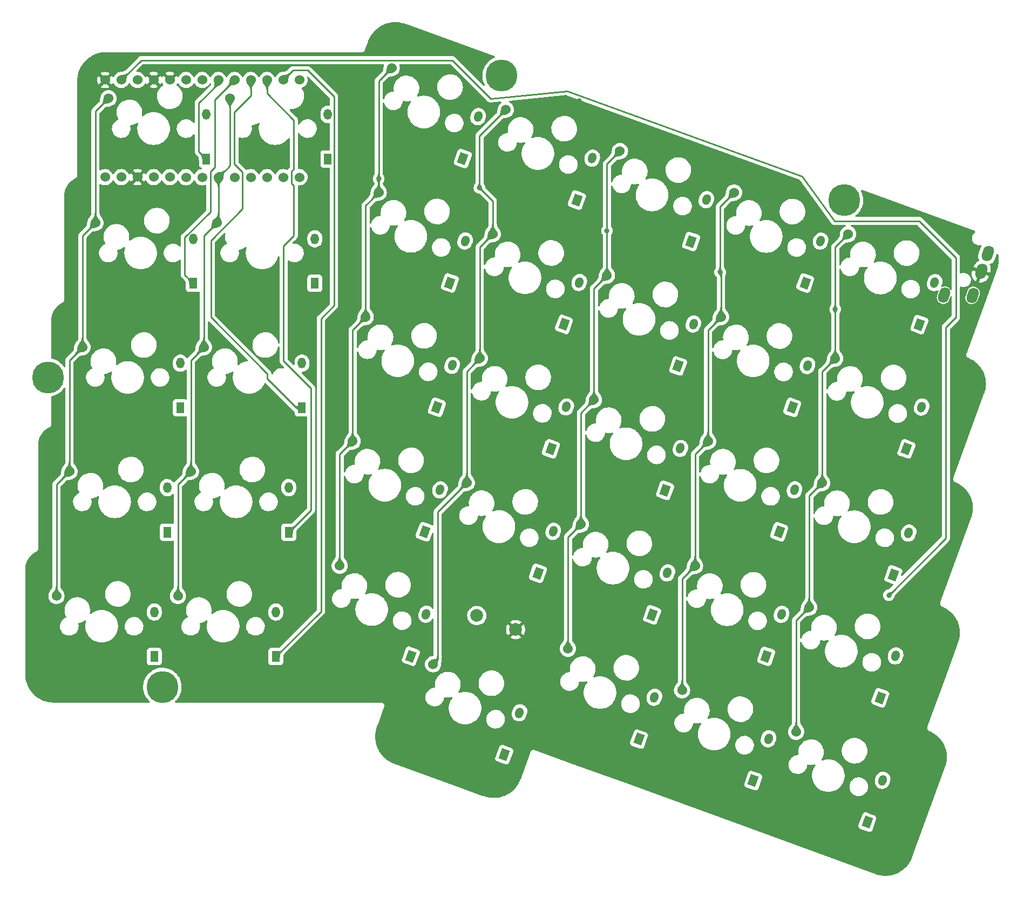
<source format=gbr>
%TF.GenerationSoftware,KiCad,Pcbnew,(6.0.5)*%
%TF.CreationDate,2022-06-09T21:08:53+09:00*%
%TF.ProjectId,KEMgonomics,4b454d67-6f6e-46f6-9d69-63732e6b6963,rev?*%
%TF.SameCoordinates,Original*%
%TF.FileFunction,Copper,L1,Top*%
%TF.FilePolarity,Positive*%
%FSLAX46Y46*%
G04 Gerber Fmt 4.6, Leading zero omitted, Abs format (unit mm)*
G04 Created by KiCad (PCBNEW (6.0.5)) date 2022-06-09 21:08:53*
%MOMM*%
%LPD*%
G01*
G04 APERTURE LIST*
G04 Aperture macros list*
%AMHorizOval*
0 Thick line with rounded ends*
0 $1 width*
0 $2 $3 position (X,Y) of the first rounded end (center of the circle)*
0 $4 $5 position (X,Y) of the second rounded end (center of the circle)*
0 Add line between two ends*
20,1,$1,$2,$3,$4,$5,0*
0 Add two circle primitives to create the rounded ends*
1,1,$1,$2,$3*
1,1,$1,$4,$5*%
%AMRotRect*
0 Rectangle, with rotation*
0 The origin of the aperture is its center*
0 $1 length*
0 $2 width*
0 $3 Rotation angle, in degrees counterclockwise*
0 Add horizontal line*
21,1,$1,$2,0,0,$3*%
G04 Aperture macros list end*
%TA.AperFunction,ComponentPad*%
%ADD10C,1.524000*%
%TD*%
%TA.AperFunction,ComponentPad*%
%ADD11C,5.000000*%
%TD*%
%TA.AperFunction,ComponentPad*%
%ADD12HorizOval,1.700000X-0.136808X-0.375877X0.136808X0.375877X0*%
%TD*%
%TA.AperFunction,ComponentPad*%
%ADD13RotRect,1.700000X1.300000X70.000000*%
%TD*%
%TA.AperFunction,ComponentPad*%
%ADD14HorizOval,1.300000X0.068404X0.187939X-0.068404X-0.187939X0*%
%TD*%
%TA.AperFunction,ComponentPad*%
%ADD15C,2.000000*%
%TD*%
%TA.AperFunction,ComponentPad*%
%ADD16R,1.300000X1.700000*%
%TD*%
%TA.AperFunction,ComponentPad*%
%ADD17O,1.300000X1.700000*%
%TD*%
%TA.AperFunction,ViaPad*%
%ADD18C,0.800000*%
%TD*%
%TA.AperFunction,Conductor*%
%ADD19C,0.250000*%
%TD*%
G04 APERTURE END LIST*
D10*
%TO.P,SW22,1,1*%
%TO.N,/L_Col0*%
X6122289Y-96591639D03*
%TD*%
%TO.P,SW26,1,1*%
%TO.N,/L_Col4*%
X86344049Y-104873117D03*
%TD*%
%TO.P,SW21,1,1*%
%TO.N,/L_Col6*%
X124186535Y-98374070D03*
%TD*%
%TO.P,SW28,1,1*%
%TO.N,/L_Col6*%
X122146335Y-117904084D03*
%TD*%
%TO.P,SW6,1,1*%
%TO.N,/L_Col5*%
X110365785Y-52798554D03*
%TD*%
%TO.P,SW4,1,1*%
%TO.N,/L_Col3*%
X74563496Y-39767588D03*
%TD*%
D11*
%TO.P,H4,1*%
%TO.N,N/C*%
X20692091Y-130396655D03*
%TD*%
D10*
%TO.P,SW14,1,1*%
%TO.N,/L_Col6*%
X126226731Y-78844055D03*
%TD*%
%TO.P,SW31,1,1*%
%TO.N,/L_Col2*%
X48501561Y-111372164D03*
%TD*%
%TO.P,SW18,1,1*%
%TO.N,/L_Col3*%
X70483099Y-78827618D03*
%TD*%
D12*
%TO.P,J1,R1*%
%TO.N,GND*%
X149129469Y-65178094D03*
%TO.P,J1,R2*%
%TO.N,/L_Data*%
X150155530Y-62359016D03*
%TO.P,J1,S*%
%TO.N,unconnected-(J1-PadS)*%
X143301649Y-68909919D03*
%TO.P,J1,T*%
%TO.N,VCC*%
X147761389Y-68936865D03*
%TD*%
D10*
%TO.P,SW32,1,1*%
%TO.N,/L_Col3*%
X63144964Y-126838222D03*
%TD*%
%TO.P,SW7,1,1*%
%TO.N,/L_Col6*%
X128266929Y-59314039D03*
%TD*%
%TO.P,SW16,1,1*%
%TO.N,/L_Col1*%
X27212487Y-77061624D03*
%TD*%
%TO.P,SW33,1,1*%
%TO.N,/L_Col4*%
X84303850Y-124403131D03*
%TD*%
%TO.P,SW19,1,1*%
%TO.N,/L_Col4*%
X88384246Y-85343102D03*
%TD*%
D11*
%TO.P,H1,1*%
%TO.N,N/C*%
X73903794Y-34446027D03*
%TD*%
D10*
%TO.P,SW1,1,1*%
%TO.N,/L_Col0*%
X12242882Y-38001593D03*
%TD*%
%TO.P,SW15,1,1*%
%TO.N,/L_Col0*%
X8162487Y-77061623D03*
%TD*%
%TO.P,SW25,1,1*%
%TO.N,/L_Col3*%
X68442902Y-98357633D03*
%TD*%
%TO.P,SW29,1,1*%
%TO.N,/L_Col0*%
X4082090Y-116121656D03*
%TD*%
%TO.P,SW35,1,1*%
%TO.N,/L_Col6*%
X120106138Y-137434099D03*
%TD*%
%TO.P,SW9,1,1*%
%TO.N,/L_Col1*%
X29252685Y-57531607D03*
%TD*%
%TO.P,SW27,1,1*%
%TO.N,/L_Col5*%
X104245191Y-111388600D03*
%TD*%
%TO.P,SW34,1,1*%
%TO.N,/L_Col5*%
X102204993Y-130918616D03*
%TD*%
%TO.P,SW20,1,1*%
%TO.N,/L_Col5*%
X106285386Y-91858585D03*
%TD*%
%TO.P,SW17,1,1*%
%TO.N,/L_Col2*%
X52581956Y-72312135D03*
%TD*%
%TO.P,SW3,1,1*%
%TO.N,/L_Col2*%
X56662353Y-33252104D03*
%TD*%
D13*
%TO.P,D31,1,K*%
%TO.N,/L_Row4*%
X59665112Y-125566337D03*
D14*
%TO.P,D31,2,A*%
%TO.N,Net-(D31-Pad2)*%
X62059254Y-118988489D03*
%TD*%
D10*
%TO.P,SW30,1,1*%
%TO.N,/L_Col1*%
X23132091Y-116121655D03*
%TD*%
%TO.P,SW8,1,1*%
%TO.N,/L_Col0*%
X10202684Y-57531608D03*
%TD*%
%TO.P,SW24,1,1*%
%TO.N,/L_Col2*%
X50541759Y-91842149D03*
%TD*%
D11*
%TO.P,H3,1*%
%TO.N,N/C*%
X2747487Y-81811623D03*
%TD*%
D13*
%TO.P,D19,1,K*%
%TO.N,/L_Row2*%
X99547797Y-99537275D03*
D14*
%TO.P,D19,2,A*%
%TO.N,Net-(D19-Pad2)*%
X101941939Y-92959427D03*
%TD*%
D13*
%TO.P,D35,1,K*%
%TO.N,/L_Row4*%
X131269689Y-151628272D03*
D14*
%TO.P,D35,2,A*%
%TO.N,Net-(D35-Pad2)*%
X133663831Y-145050424D03*
%TD*%
D15*
%TO.P,RSW1,1,1*%
%TO.N,/L_RST*%
X70010703Y-119187552D03*
%TO.P,RSW1,2,2*%
%TO.N,GND*%
X76118705Y-121410682D03*
%TD*%
D16*
%TO.P,D1,1,K*%
%TO.N,/L_Row0*%
X27587882Y-47521593D03*
D17*
%TO.P,D1,2,A*%
%TO.N,Net-(D1-Pad2)*%
X27587882Y-40521593D03*
%TD*%
D16*
%TO.P,D8,1,K*%
%TO.N,/L_Row1*%
X25547684Y-67051608D03*
D17*
%TO.P,D8,2,A*%
%TO.N,Net-(D8-Pad2)*%
X25547684Y-60051608D03*
%TD*%
D16*
%TO.P,D2,1,K*%
%TO.N,/L_Row0*%
X46637883Y-47521594D03*
D17*
%TO.P,D2,2,A*%
%TO.N,Net-(D2-Pad2)*%
X46637883Y-40521594D03*
%TD*%
D13*
%TO.P,D24,1,K*%
%TO.N,/L_Row3*%
X61854367Y-106036322D03*
D14*
%TO.P,D24,2,A*%
%TO.N,Net-(D24-Pad2)*%
X64248509Y-99458474D03*
%TD*%
D13*
%TO.P,D32,1,K*%
%TO.N,/L_Row4*%
X74308515Y-141032395D03*
D14*
%TO.P,D32,2,A*%
%TO.N,Net-(D32-Pad2)*%
X76702657Y-134454547D03*
%TD*%
D16*
%TO.P,D29,1,K*%
%TO.N,/L_Row4*%
X19427090Y-125641656D03*
D17*
%TO.P,D29,2,A*%
%TO.N,Net-(D29-Pad2)*%
X19427090Y-118641656D03*
%TD*%
D13*
%TO.P,D3,1,K*%
%TO.N,/L_Row0*%
X67825904Y-47446277D03*
D14*
%TO.P,D3,2,A*%
%TO.N,Net-(D3-Pad2)*%
X70220046Y-40868429D03*
%TD*%
D13*
%TO.P,D13,1,K*%
%TO.N,/L_Row1*%
X119489138Y-86522743D03*
D14*
%TO.P,D13,2,A*%
%TO.N,Net-(D13-Pad2)*%
X121883280Y-79944895D03*
%TD*%
D16*
%TO.P,D9,1,K*%
%TO.N,/L_Row1*%
X44597685Y-67051607D03*
D17*
%TO.P,D9,2,A*%
%TO.N,Net-(D9-Pad2)*%
X44597685Y-60051607D03*
%TD*%
D16*
%TO.P,D30,1,K*%
%TO.N,/L_Row4*%
X38477091Y-125641655D03*
D17*
%TO.P,D30,2,A*%
%TO.N,Net-(D30-Pad2)*%
X38477091Y-118641655D03*
%TD*%
D13*
%TO.P,D6,1,K*%
%TO.N,/L_Row0*%
X121529336Y-66992727D03*
D14*
%TO.P,D6,2,A*%
%TO.N,Net-(D6-Pad2)*%
X123923478Y-60414879D03*
%TD*%
D16*
%TO.P,D15,1,K*%
%TO.N,/L_Row2*%
X23507487Y-86581623D03*
D17*
%TO.P,D15,2,A*%
%TO.N,Net-(D15-Pad2)*%
X23507487Y-79581623D03*
%TD*%
D13*
%TO.P,D26,1,K*%
%TO.N,/L_Row3*%
X97507600Y-119067290D03*
D14*
%TO.P,D26,2,A*%
%TO.N,Net-(D26-Pad2)*%
X99901742Y-112489442D03*
%TD*%
D13*
%TO.P,D25,1,K*%
%TO.N,/L_Row3*%
X79606453Y-112551806D03*
D14*
%TO.P,D25,2,A*%
%TO.N,Net-(D25-Pad2)*%
X82000595Y-105973958D03*
%TD*%
D13*
%TO.P,D20,1,K*%
%TO.N,/L_Row2*%
X117448937Y-106052758D03*
D14*
%TO.P,D20,2,A*%
%TO.N,Net-(D20-Pad2)*%
X119843079Y-99474910D03*
%TD*%
D16*
%TO.P,D16,1,K*%
%TO.N,/L_Row2*%
X42581667Y-86581624D03*
D17*
%TO.P,D16,2,A*%
%TO.N,Net-(D16-Pad2)*%
X42581667Y-79581624D03*
%TD*%
D13*
%TO.P,D21,1,K*%
%TO.N,/L_Row2*%
X135350086Y-112805289D03*
D14*
%TO.P,D21,2,A*%
%TO.N,Net-(D21-Pad2)*%
X137744228Y-106227441D03*
%TD*%
D13*
%TO.P,D5,1,K*%
%TO.N,/L_Row0*%
X103628190Y-60477245D03*
D14*
%TO.P,D5,2,A*%
%TO.N,Net-(D5-Pad2)*%
X106022332Y-53899397D03*
%TD*%
D13*
%TO.P,D10,1,K*%
%TO.N,/L_Row1*%
X65785705Y-66976290D03*
D14*
%TO.P,D10,2,A*%
%TO.N,Net-(D10-Pad2)*%
X68179847Y-60398442D03*
%TD*%
D13*
%TO.P,D18,1,K*%
%TO.N,/L_Row2*%
X81646650Y-93021791D03*
D14*
%TO.P,D18,2,A*%
%TO.N,Net-(D18-Pad2)*%
X84040792Y-86443943D03*
%TD*%
D13*
%TO.P,D27,1,K*%
%TO.N,/L_Row3*%
X115408742Y-125582773D03*
D14*
%TO.P,D27,2,A*%
%TO.N,Net-(D27-Pad2)*%
X117802884Y-119004925D03*
%TD*%
D13*
%TO.P,D17,1,K*%
%TO.N,/L_Row2*%
X63745507Y-86506308D03*
D14*
%TO.P,D17,2,A*%
%TO.N,Net-(D17-Pad2)*%
X66139649Y-79928460D03*
%TD*%
D13*
%TO.P,D12,1,K*%
%TO.N,/L_Row1*%
X101587993Y-80007258D03*
D14*
%TO.P,D12,2,A*%
%TO.N,Net-(D12-Pad2)*%
X103982135Y-73429410D03*
%TD*%
D16*
%TO.P,D22,1,K*%
%TO.N,/L_Row3*%
X21467289Y-106111639D03*
D17*
%TO.P,D22,2,A*%
%TO.N,Net-(D22-Pad2)*%
X21467289Y-99111639D03*
%TD*%
D13*
%TO.P,D34,1,K*%
%TO.N,/L_Row4*%
X113368544Y-145112789D03*
D14*
%TO.P,D34,2,A*%
%TO.N,Net-(D34-Pad2)*%
X115762686Y-138534941D03*
%TD*%
D13*
%TO.P,D14,1,K*%
%TO.N,/L_Row1*%
X137390282Y-93038228D03*
D14*
%TO.P,D14,2,A*%
%TO.N,Net-(D14-Pad2)*%
X139784424Y-86460380D03*
%TD*%
D13*
%TO.P,D7,1,K*%
%TO.N,/L_Row0*%
X139430480Y-73508212D03*
D14*
%TO.P,D7,2,A*%
%TO.N,Net-(D7-Pad2)*%
X141824622Y-66930364D03*
%TD*%
D13*
%TO.P,D33,1,K*%
%TO.N,/L_Row4*%
X95467401Y-138597304D03*
D14*
%TO.P,D33,2,A*%
%TO.N,Net-(D33-Pad2)*%
X97861543Y-132019456D03*
%TD*%
D13*
%TO.P,D11,1,K*%
%TO.N,/L_Row1*%
X83686849Y-73491775D03*
D14*
%TO.P,D11,2,A*%
%TO.N,Net-(D11-Pad2)*%
X86080991Y-66913927D03*
%TD*%
D16*
%TO.P,D23,1,K*%
%TO.N,/L_Row3*%
X40517290Y-106111639D03*
D17*
%TO.P,D23,2,A*%
%TO.N,Net-(D23-Pad2)*%
X40517290Y-99111639D03*
%TD*%
D13*
%TO.P,D28,1,K*%
%TO.N,/L_Row3*%
X133309886Y-132098257D03*
D14*
%TO.P,D28,2,A*%
%TO.N,Net-(D28-Pad2)*%
X135704028Y-125520409D03*
%TD*%
D13*
%TO.P,D4,1,K*%
%TO.N,/L_Row0*%
X85727047Y-53961761D03*
D14*
%TO.P,D4,2,A*%
%TO.N,Net-(D4-Pad2)*%
X88121189Y-47383913D03*
%TD*%
D10*
%TO.P,SW10,1,1*%
%TO.N,/L_Col2*%
X54622154Y-52782117D03*
%TD*%
D11*
%TO.P,H2,1*%
%TO.N,N/C*%
X127607226Y-53992477D03*
%TD*%
D10*
%TO.P,SW13,1,1*%
%TO.N,/L_Col5*%
X108325587Y-72328570D03*
%TD*%
%TO.P,SW12,1,1*%
%TO.N,/L_Col4*%
X90424442Y-65813085D03*
%TD*%
%TO.P,SW5,1,1*%
%TO.N,/L_Col4*%
X92464639Y-46283072D03*
%TD*%
%TO.P,SW2,1,1*%
%TO.N,/L_Col1*%
X31292883Y-38001594D03*
%TD*%
%TO.P,SW23,1,1*%
%TO.N,/L_Col1*%
X25172290Y-96591639D03*
%TD*%
%TO.P,SW11,1,1*%
%TO.N,/L_Col3*%
X72523298Y-59297602D03*
%TD*%
%TO.P,U1,1,TX0/D3*%
%TO.N,/L_LED*%
X14247882Y-35131593D03*
%TO.P,U1,2,RX1/D2*%
%TO.N,/L_Data*%
X16787882Y-35121593D03*
%TO.P,U1,3,GND*%
%TO.N,GND*%
X19327882Y-35121593D03*
%TO.P,U1,4,GND*%
X21867882Y-35121593D03*
%TO.P,U1,5,2/D1/SDA*%
%TO.N,unconnected-(U1-Pad5)*%
X24407882Y-35121593D03*
%TO.P,U1,6,3/D0/SCL*%
%TO.N,unconnected-(U1-Pad6)*%
X26947882Y-35121593D03*
%TO.P,U1,7,4/D4*%
%TO.N,/L_Row0*%
X29487882Y-35121593D03*
%TO.P,U1,8,5/C6*%
%TO.N,/L_Row1*%
X32027882Y-35121593D03*
%TO.P,U1,9,6/D7*%
%TO.N,/L_Row2*%
X34567882Y-35121593D03*
%TO.P,U1,10,7/E6*%
%TO.N,/L_Row3*%
X37107882Y-35121593D03*
%TO.P,U1,11,8/B4*%
%TO.N,/L_Row4*%
X39647882Y-35121593D03*
%TO.P,U1,12,9/B5*%
%TO.N,unconnected-(U1-Pad12)*%
X42187882Y-35121593D03*
%TO.P,U1,13,B6/10*%
%TO.N,/L_Col6*%
X42187882Y-50381593D03*
%TO.P,U1,14,B2/16*%
%TO.N,/L_Col5*%
X39647882Y-50381593D03*
%TO.P,U1,15,B3/14*%
%TO.N,/L_Col4*%
X37107882Y-50381593D03*
%TO.P,U1,16,B1/15*%
%TO.N,/L_Col3*%
X34567882Y-50381593D03*
%TO.P,U1,17,F7/A0*%
%TO.N,/L_Col2*%
X32027882Y-50381593D03*
%TO.P,U1,18,F6/A1*%
%TO.N,/L_Col1*%
X29487882Y-50381593D03*
%TO.P,U1,19,F5/A2*%
%TO.N,/L_Col0*%
X26947882Y-50381593D03*
%TO.P,U1,20,F4/A3*%
%TO.N,unconnected-(U1-Pad20)*%
X24407882Y-50381593D03*
%TO.P,U1,21,VCC*%
%TO.N,VCC*%
X21867882Y-50371593D03*
%TO.P,U1,22,RST*%
%TO.N,/L_RST*%
X19327882Y-50371593D03*
%TO.P,U1,23,GND*%
%TO.N,GND*%
X16787882Y-50371593D03*
%TO.P,U1,24,RAW*%
%TO.N,unconnected-(U1-Pad24)*%
X14247882Y-50371593D03*
%TO.P,U1,25,Bat+*%
%TO.N,/L_Bat+*%
X11707882Y-50371593D03*
%TO.P,U1,26,Bat-*%
%TO.N,GND*%
X11707882Y-35131593D03*
%TD*%
D18*
%TO.N,GND*%
X86058370Y-38407962D03*
X34508370Y-72007962D03*
X56008370Y-28007962D03*
X91058370Y-43207962D03*
X134918295Y-55021594D03*
%TO.N,/L_Col2*%
X54622154Y-50625116D03*
%TO.N,GND*%
X35108370Y-45307962D03*
%TO.N,/L_Col3*%
X70417784Y-52029403D03*
%TO.N,/L_Col6*%
X126226731Y-71090442D03*
%TO.N,/L_Col5*%
X108167784Y-65279403D03*
%TO.N,/L_Col4*%
X90417784Y-58779403D03*
%TO.N,/L_LED*%
X134637883Y-116001594D03*
%TD*%
D19*
%TO.N,/L_LED*%
X84208370Y-36857962D02*
X121058370Y-50257962D01*
X143569943Y-73946389D02*
X143569943Y-107069535D01*
X145168295Y-72348037D02*
X143569943Y-73946389D01*
X145168295Y-63032006D02*
X145168295Y-72348037D01*
X17371513Y-32007962D02*
X66146343Y-32007962D01*
X143569943Y-107069535D02*
X134637883Y-116001594D01*
X72167784Y-38029403D02*
X84208370Y-36857962D01*
X126137883Y-57251594D02*
X139387883Y-57251594D01*
X66146343Y-32007962D02*
X72167784Y-38029403D01*
X14247882Y-35131593D02*
X17371513Y-32007962D01*
X121058370Y-50257962D02*
X126137883Y-57251594D01*
X139387883Y-57251594D02*
X145168295Y-63032006D01*
%TO.N,/L_Row0*%
X26387883Y-38751594D02*
X29487882Y-35651595D01*
%TO.N,/L_Row1*%
X28908370Y-48807962D02*
X28208370Y-49507962D01*
X28208370Y-49507962D02*
X28208370Y-55812743D01*
%TO.N,/L_Row2*%
X37137883Y-82037840D02*
X37137883Y-81223228D01*
X34567882Y-37560621D02*
X34567882Y-35121593D01*
X33272391Y-49571983D02*
X31973362Y-48272954D01*
X42581667Y-86581624D02*
X41681667Y-86581624D01*
X31973362Y-48272954D02*
X31973362Y-40155141D01*
X33272391Y-55343941D02*
X33272391Y-49571983D01*
X28298998Y-72384343D02*
X28298998Y-60317334D01*
%TO.N,/L_Row1*%
X24208370Y-65712294D02*
X25547684Y-67051608D01*
%TO.N,/L_Row2*%
X28298998Y-60317334D02*
X33272391Y-55343941D01*
%TO.N,/L_Row0*%
X27587882Y-47521593D02*
X26387883Y-46321594D01*
%TO.N,/L_Row1*%
X28908370Y-38241105D02*
X28908370Y-48807962D01*
X28208370Y-55812743D02*
X24208370Y-59812743D01*
%TO.N,/L_Row3*%
X41308370Y-49107962D02*
X40908370Y-49507962D01*
X37107882Y-35121593D02*
X37107882Y-37207474D01*
%TO.N,/L_Row0*%
X26387883Y-46321594D02*
X26387883Y-38751594D01*
%TO.N,/L_Row3*%
X39708370Y-61162864D02*
X39708370Y-79207962D01*
X44008370Y-102620559D02*
X40517290Y-106111639D01*
%TO.N,/L_Row0*%
X29487882Y-35651595D02*
X29487882Y-35121593D01*
%TO.N,/L_Row1*%
X32027882Y-35121593D02*
X28908370Y-38241105D01*
X24208370Y-59812743D02*
X24208370Y-65712294D01*
%TO.N,/L_Row2*%
X41681667Y-86581624D02*
X37137883Y-82037840D01*
X37137883Y-81223228D02*
X28298998Y-72384343D01*
X31973362Y-40155141D02*
X34567882Y-37560621D01*
%TO.N,/L_Col5*%
X108167784Y-54996555D02*
X108167784Y-65279403D01*
X102204993Y-113428798D02*
X102204993Y-130918616D01*
X106285386Y-91858585D02*
X104245191Y-93898780D01*
%TO.N,/L_Row3*%
X41308370Y-41407962D02*
X41308370Y-49107962D01*
%TO.N,/L_Col5*%
X108325587Y-65437206D02*
X108167784Y-65279403D01*
X104245191Y-111388600D02*
X102204993Y-113428798D01*
%TO.N,/L_Row3*%
X39708370Y-79207962D02*
X44008370Y-83507962D01*
%TO.N,/L_Row4*%
X41161513Y-33607962D02*
X39647882Y-35121593D01*
X47612403Y-70527074D02*
X47612403Y-37726114D01*
%TO.N,/L_Row3*%
X37107882Y-37207474D02*
X41308370Y-41407962D01*
%TO.N,/L_Row4*%
X43494251Y-33607962D02*
X41161513Y-33607962D01*
%TO.N,/L_Col6*%
X126226731Y-61354237D02*
X128266929Y-59314039D01*
%TO.N,/L_Row3*%
X44008370Y-83507962D02*
X44008370Y-102620559D01*
%TO.N,/L_Row4*%
X38477091Y-125641655D02*
X45572196Y-118546550D01*
%TO.N,/L_Col6*%
X124186535Y-98374070D02*
X124186535Y-80884251D01*
X122146335Y-117904084D02*
X122146335Y-100414270D01*
%TO.N,/L_Row4*%
X45572196Y-72567281D02*
X47612403Y-70527074D01*
%TO.N,/L_Col6*%
X120106138Y-119944281D02*
X122146335Y-117904084D01*
X124186535Y-80884251D02*
X126226731Y-78844055D01*
X120106138Y-137434099D02*
X120106138Y-119944281D01*
%TO.N,/L_Col5*%
X108325587Y-72328570D02*
X106285386Y-74368771D01*
X108325587Y-72328570D02*
X108325587Y-65437206D01*
%TO.N,/L_Col6*%
X122146335Y-100414270D02*
X124186535Y-98374070D01*
%TO.N,/L_Col5*%
X104245191Y-93898780D02*
X104245191Y-111388600D01*
%TO.N,/L_Row3*%
X40908370Y-49507962D02*
X40908370Y-51323302D01*
%TO.N,/L_Row4*%
X47612403Y-37726114D02*
X43494251Y-33607962D01*
%TO.N,/L_Row3*%
X40908370Y-51323302D02*
X41308370Y-51723302D01*
%TO.N,/L_Row4*%
X45572196Y-118546550D02*
X45572196Y-72567281D01*
%TO.N,/L_Col6*%
X126226731Y-71090442D02*
X126226731Y-61354237D01*
%TO.N,/L_Row3*%
X41308370Y-59562864D02*
X39708370Y-61162864D01*
%TO.N,/L_Col6*%
X126226731Y-78844055D02*
X126226731Y-71090442D01*
%TO.N,/L_Col5*%
X110365785Y-52798554D02*
X108167784Y-54996555D01*
%TO.N,/L_Row3*%
X41308370Y-51723302D02*
X41308370Y-59562864D01*
%TO.N,/L_Col5*%
X106285386Y-74368771D02*
X106285386Y-91858585D01*
%TO.N,/L_Col2*%
X48501561Y-93882347D02*
X50541759Y-91842149D01*
X52581956Y-72312135D02*
X52581956Y-54822315D01*
X54622154Y-52782117D02*
X54622154Y-50625116D01*
%TO.N,/L_Col4*%
X88384246Y-85343102D02*
X88384246Y-67853281D01*
%TO.N,/L_Col3*%
X72523298Y-54134917D02*
X70417784Y-52029403D01*
%TO.N,/L_Col4*%
X84303850Y-106913316D02*
X86344049Y-104873117D01*
%TO.N,/L_Col3*%
X74563496Y-39767588D02*
X70417784Y-43913300D01*
X72523298Y-59297602D02*
X72523298Y-54134917D01*
%TO.N,/L_Col4*%
X88384246Y-67853281D02*
X90424442Y-65813085D01*
X84303850Y-124403131D02*
X84303850Y-106913316D01*
%TO.N,/L_Col3*%
X68442902Y-98357633D02*
X63887883Y-102912652D01*
%TO.N,/L_Col4*%
X90424442Y-65813085D02*
X90424442Y-48323269D01*
%TO.N,/L_Col3*%
X70483099Y-61337801D02*
X72523298Y-59297602D01*
X70483099Y-78827618D02*
X68442902Y-80867815D01*
%TO.N,/L_Col2*%
X48501561Y-111372164D02*
X48501561Y-93882347D01*
X54622154Y-35292303D02*
X54622154Y-50625116D01*
%TO.N,/L_Col3*%
X63887883Y-102912652D02*
X63887883Y-126095303D01*
%TO.N,/L_Col2*%
X52581956Y-54822315D02*
X54622154Y-52782117D01*
%TO.N,/L_Col4*%
X90424442Y-48323269D02*
X92464639Y-46283072D01*
%TO.N,/L_Col2*%
X56662353Y-33252104D02*
X54622154Y-35292303D01*
X50541759Y-74352332D02*
X52581956Y-72312135D01*
%TO.N,/L_Col3*%
X68442902Y-80867815D02*
X68442902Y-98357633D01*
%TO.N,/L_Col4*%
X86344049Y-104873117D02*
X86344049Y-87383299D01*
%TO.N,/L_Col3*%
X70417784Y-43913300D02*
X70417784Y-52029403D01*
%TO.N,/L_Col2*%
X50541759Y-91842149D02*
X50541759Y-74352332D01*
%TO.N,/L_Col4*%
X86344049Y-87383299D02*
X88384246Y-85343102D01*
%TO.N,/L_Col3*%
X63887883Y-126095303D02*
X63144964Y-126838222D01*
X70483099Y-78827618D02*
X70483099Y-61337801D01*
%TO.N,/L_Col1*%
X31292883Y-48576592D02*
X31292883Y-38001594D01*
X29487882Y-50381593D02*
X29487882Y-57296410D01*
%TO.N,/L_Col0*%
X10202684Y-57531608D02*
X8162487Y-59571805D01*
X10202684Y-40041791D02*
X10202684Y-57531608D01*
X12242882Y-38001593D02*
X10202684Y-40041791D01*
X6122289Y-96591639D02*
X6122289Y-79101821D01*
%TO.N,/L_Col1*%
X29487882Y-57296410D02*
X29252685Y-57531607D01*
X27212487Y-77061624D02*
X27212487Y-59571805D01*
%TO.N,/L_Col0*%
X8162487Y-59571805D02*
X8162487Y-77061623D01*
X4082090Y-98631838D02*
X6122289Y-96591639D01*
%TO.N,/L_Col1*%
X27212487Y-59571805D02*
X29252685Y-57531607D01*
X25172290Y-96591639D02*
X25172290Y-79101821D01*
%TO.N,/L_Col0*%
X4082090Y-116121656D02*
X4082090Y-98631838D01*
X6122289Y-79101821D02*
X8162487Y-77061623D01*
%TO.N,/L_Col1*%
X23132091Y-98631838D02*
X25172290Y-96591639D01*
X25172290Y-79101821D02*
X27212487Y-77061624D01*
X29487882Y-50381593D02*
X31292883Y-48576592D01*
X23132091Y-116121655D02*
X23132091Y-98631838D01*
%TD*%
%TA.AperFunction,Conductor*%
%TO.N,/L_LED*%
G36*
X135116087Y-115362571D02*
G01*
X135276905Y-115523389D01*
X135280332Y-115531662D01*
X135277198Y-115539631D01*
X135250434Y-115568401D01*
X135223229Y-115597644D01*
X135223084Y-115597830D01*
X135223078Y-115597837D01*
X135196333Y-115632151D01*
X135176298Y-115657856D01*
X135176135Y-115658117D01*
X135176134Y-115658119D01*
X135141643Y-115713484D01*
X135141639Y-115713491D01*
X135141466Y-115713769D01*
X135116105Y-115767144D01*
X135116004Y-115767430D01*
X135116001Y-115767438D01*
X135097667Y-115819525D01*
X135097589Y-115819747D01*
X135083290Y-115873339D01*
X135083259Y-115873477D01*
X135070583Y-115929679D01*
X135070580Y-115929683D01*
X135070582Y-115929683D01*
X135056870Y-115990391D01*
X135056789Y-115990724D01*
X135039500Y-116057405D01*
X135039340Y-116057961D01*
X135018256Y-116124847D01*
X135012500Y-116131708D01*
X135007326Y-116133028D01*
X134508627Y-116142777D01*
X134500288Y-116139512D01*
X134496700Y-116130850D01*
X134506449Y-115632151D01*
X134510037Y-115623947D01*
X134514629Y-115621221D01*
X134581520Y-115600135D01*
X134582101Y-115599969D01*
X134648726Y-115582694D01*
X134649085Y-115582606D01*
X134709793Y-115568894D01*
X134709793Y-115568895D01*
X134709797Y-115568893D01*
X134766137Y-115556186D01*
X134819729Y-115541887D01*
X134819951Y-115541809D01*
X134872038Y-115523475D01*
X134872046Y-115523472D01*
X134872332Y-115523371D01*
X134925707Y-115498010D01*
X134925985Y-115497837D01*
X134925992Y-115497833D01*
X134981357Y-115463342D01*
X134981359Y-115463341D01*
X134981620Y-115463178D01*
X134981858Y-115462992D01*
X134981863Y-115462989D01*
X135041639Y-115416398D01*
X135041646Y-115416392D01*
X135041832Y-115416247D01*
X135099847Y-115362277D01*
X135108236Y-115359152D01*
X135116087Y-115362571D01*
G37*
%TD.AperFunction*%
%TD*%
%TA.AperFunction,Conductor*%
%TO.N,/L_LED*%
G36*
X15243583Y-33974862D02*
G01*
X15404613Y-34135892D01*
X15408040Y-34144165D01*
X15405013Y-34152018D01*
X15292386Y-34276408D01*
X15292382Y-34276413D01*
X15292152Y-34276667D01*
X15205885Y-34398581D01*
X15205701Y-34398939D01*
X15205697Y-34398946D01*
X15147426Y-34512486D01*
X15147230Y-34512868D01*
X15109734Y-34622888D01*
X15086942Y-34732004D01*
X15086913Y-34732224D01*
X15086913Y-34732226D01*
X15072409Y-34843525D01*
X15072397Y-34843618D01*
X15059676Y-34960816D01*
X15059635Y-34961146D01*
X15042314Y-35087153D01*
X15042185Y-35087909D01*
X15013853Y-35226155D01*
X15013606Y-35227139D01*
X14970117Y-35373464D01*
X14964475Y-35380418D01*
X14959131Y-35381829D01*
X13990640Y-35400762D01*
X13982301Y-35397497D01*
X13978713Y-35388835D01*
X13997646Y-34420344D01*
X14001234Y-34412140D01*
X14006010Y-34409359D01*
X14152334Y-34365868D01*
X14153319Y-34365621D01*
X14170678Y-34362064D01*
X14291572Y-34337288D01*
X14292315Y-34337161D01*
X14336597Y-34331074D01*
X14418328Y-34319839D01*
X14418658Y-34319798D01*
X14535856Y-34307077D01*
X14535878Y-34307074D01*
X14535898Y-34307072D01*
X14629062Y-34294931D01*
X14647248Y-34292561D01*
X14647250Y-34292561D01*
X14647470Y-34292532D01*
X14756586Y-34269740D01*
X14866606Y-34232244D01*
X14866988Y-34232048D01*
X14980528Y-34173777D01*
X14980535Y-34173773D01*
X14980893Y-34173589D01*
X15102807Y-34087322D01*
X15103061Y-34087092D01*
X15103066Y-34087088D01*
X15227457Y-33974462D01*
X15235890Y-33971449D01*
X15243583Y-33974862D01*
G37*
%TD.AperFunction*%
%TD*%
%TA.AperFunction,Conductor*%
%TO.N,/L_Row0*%
G36*
X26772357Y-46528543D02*
G01*
X26772780Y-46528927D01*
X26875608Y-46622422D01*
X26875616Y-46622429D01*
X26875863Y-46622653D01*
X26978253Y-46696226D01*
X27074115Y-46747026D01*
X27074503Y-46747166D01*
X27074505Y-46747167D01*
X27165964Y-46780203D01*
X27165967Y-46780204D01*
X27166294Y-46780322D01*
X27257631Y-46801384D01*
X27350969Y-46815480D01*
X27449032Y-46827865D01*
X27449298Y-46827902D01*
X27495774Y-46834914D01*
X27554670Y-46843799D01*
X27555364Y-46843925D01*
X27670965Y-46868570D01*
X27671866Y-46868800D01*
X27793027Y-46905143D01*
X27799966Y-46910802D01*
X27801363Y-46916119D01*
X27804964Y-47100345D01*
X27817453Y-47739237D01*
X27814188Y-47747576D01*
X27805526Y-47751164D01*
X27488536Y-47744968D01*
X26982408Y-47735074D01*
X26974205Y-47731486D01*
X26971431Y-47726737D01*
X26935092Y-47605588D01*
X26934856Y-47604666D01*
X26910214Y-47489075D01*
X26910088Y-47488381D01*
X26894192Y-47383016D01*
X26894153Y-47382737D01*
X26881776Y-47284737D01*
X26881769Y-47284680D01*
X26867673Y-47191342D01*
X26846611Y-47100005D01*
X26813315Y-47007826D01*
X26762515Y-46911964D01*
X26688942Y-46809574D01*
X26688718Y-46809327D01*
X26688711Y-46809319D01*
X26631894Y-46746831D01*
X26594832Y-46706068D01*
X26591802Y-46697642D01*
X26595216Y-46689925D01*
X26756214Y-46528927D01*
X26764487Y-46525500D01*
X26772357Y-46528543D01*
G37*
%TD.AperFunction*%
%TD*%
%TA.AperFunction,Conductor*%
%TO.N,/L_Row0*%
G36*
X29595321Y-34765205D02*
G01*
X29595783Y-34766070D01*
X30022930Y-35652591D01*
X30023434Y-35661532D01*
X30020310Y-35666282D01*
X29897780Y-35778972D01*
X29896959Y-35779661D01*
X29778755Y-35869879D01*
X29777883Y-35870484D01*
X29666894Y-35940239D01*
X29666173Y-35940656D01*
X29559125Y-35997521D01*
X29558757Y-35997707D01*
X29452553Y-36049125D01*
X29344314Y-36102478D01*
X29344188Y-36102548D01*
X29344178Y-36102553D01*
X29282003Y-36137004D01*
X29231207Y-36165149D01*
X29231049Y-36165253D01*
X29231037Y-36165260D01*
X29110399Y-36244488D01*
X29110203Y-36244617D01*
X29041249Y-36298840D01*
X28978469Y-36348208D01*
X28978463Y-36348213D01*
X28978275Y-36348361D01*
X28840655Y-36476186D01*
X28832264Y-36479304D01*
X28824422Y-36475885D01*
X28663396Y-36314859D01*
X28659969Y-36306586D01*
X28662900Y-36298840D01*
X28750330Y-36199867D01*
X28750333Y-36199863D01*
X28750628Y-36199529D01*
X28815083Y-36098719D01*
X28815288Y-36098202D01*
X28852989Y-36002901D01*
X28852990Y-36002897D01*
X28853212Y-36002336D01*
X28853999Y-35997713D01*
X28869150Y-35908609D01*
X28869150Y-35908607D01*
X28869242Y-35908067D01*
X28867400Y-35813598D01*
X28851912Y-35716614D01*
X28827007Y-35614800D01*
X28796911Y-35505844D01*
X28765916Y-35387681D01*
X28765793Y-35387163D01*
X28739813Y-35265484D01*
X28741437Y-35256679D01*
X28745311Y-35252964D01*
X29579299Y-34761071D01*
X29588166Y-34759820D01*
X29595321Y-34765205D01*
G37*
%TD.AperFunction*%
%TD*%
%TA.AperFunction,Conductor*%
%TO.N,/L_Row1*%
G36*
X32293463Y-34855689D02*
G01*
X32297051Y-34864351D01*
X32278118Y-35832842D01*
X32274530Y-35841046D01*
X32269755Y-35843827D01*
X32142612Y-35881615D01*
X32123428Y-35887317D01*
X32122443Y-35887564D01*
X31984191Y-35915897D01*
X31983448Y-35916024D01*
X31939166Y-35922111D01*
X31857435Y-35933346D01*
X31857105Y-35933387D01*
X31739907Y-35946108D01*
X31739885Y-35946111D01*
X31739865Y-35946113D01*
X31646701Y-35958254D01*
X31628515Y-35960624D01*
X31628513Y-35960624D01*
X31628293Y-35960653D01*
X31519177Y-35983445D01*
X31409157Y-36020941D01*
X31408776Y-36021137D01*
X31408775Y-36021137D01*
X31295235Y-36079408D01*
X31295228Y-36079412D01*
X31294870Y-36079596D01*
X31172956Y-36165863D01*
X31172702Y-36166093D01*
X31172697Y-36166097D01*
X31048307Y-36278724D01*
X31039874Y-36281737D01*
X31032181Y-36278324D01*
X30871151Y-36117294D01*
X30867724Y-36109021D01*
X30870751Y-36101168D01*
X30983377Y-35976777D01*
X30983381Y-35976772D01*
X30983611Y-35976518D01*
X31069878Y-35854604D01*
X31070062Y-35854246D01*
X31070066Y-35854239D01*
X31128337Y-35740699D01*
X31128337Y-35740698D01*
X31128533Y-35740317D01*
X31166029Y-35630297D01*
X31188821Y-35521181D01*
X31203361Y-35409609D01*
X31216087Y-35292369D01*
X31216128Y-35292039D01*
X31233449Y-35166032D01*
X31233578Y-35165276D01*
X31261910Y-35027030D01*
X31262157Y-35026046D01*
X31305647Y-34879722D01*
X31311289Y-34872768D01*
X31316633Y-34871357D01*
X32285124Y-34852424D01*
X32293463Y-34855689D01*
G37*
%TD.AperFunction*%
%TD*%
%TA.AperFunction,Conductor*%
%TO.N,/L_Row1*%
G36*
X24732159Y-66058558D02*
G01*
X24732582Y-66058942D01*
X24835410Y-66152437D01*
X24835418Y-66152444D01*
X24835665Y-66152668D01*
X24938055Y-66226241D01*
X25033917Y-66277041D01*
X25034305Y-66277181D01*
X25034307Y-66277182D01*
X25125766Y-66310218D01*
X25125769Y-66310219D01*
X25126096Y-66310337D01*
X25217433Y-66331399D01*
X25310771Y-66345495D01*
X25408834Y-66357880D01*
X25409100Y-66357917D01*
X25455576Y-66364929D01*
X25514472Y-66373814D01*
X25515166Y-66373940D01*
X25630767Y-66398585D01*
X25631668Y-66398815D01*
X25752829Y-66435158D01*
X25759768Y-66440817D01*
X25761165Y-66446134D01*
X25764766Y-66630360D01*
X25777255Y-67269252D01*
X25773990Y-67277591D01*
X25765328Y-67281179D01*
X25448338Y-67274983D01*
X24942210Y-67265089D01*
X24934007Y-67261501D01*
X24931233Y-67256752D01*
X24894894Y-67135603D01*
X24894658Y-67134681D01*
X24870016Y-67019090D01*
X24869890Y-67018396D01*
X24853994Y-66913031D01*
X24853955Y-66912752D01*
X24841578Y-66814752D01*
X24841571Y-66814695D01*
X24827475Y-66721357D01*
X24806413Y-66630020D01*
X24773117Y-66537841D01*
X24722317Y-66441979D01*
X24648744Y-66339589D01*
X24648520Y-66339342D01*
X24648513Y-66339334D01*
X24591696Y-66276846D01*
X24554634Y-66236083D01*
X24551604Y-66227657D01*
X24555018Y-66219940D01*
X24716016Y-66058942D01*
X24724289Y-66055515D01*
X24732159Y-66058558D01*
G37*
%TD.AperFunction*%
%TD*%
%TA.AperFunction,Conductor*%
%TO.N,/L_Row2*%
G36*
X34576315Y-34749362D02*
G01*
X35247754Y-35447577D01*
X35251019Y-35455916D01*
X35249608Y-35461260D01*
X35176895Y-35595475D01*
X35176374Y-35596346D01*
X35098648Y-35714141D01*
X35098205Y-35714766D01*
X35021353Y-35816115D01*
X35021148Y-35816378D01*
X34982602Y-35864311D01*
X34947248Y-35908275D01*
X34878636Y-35997450D01*
X34817595Y-36090722D01*
X34766313Y-36195033D01*
X34726975Y-36317321D01*
X34701769Y-36464527D01*
X34701752Y-36464867D01*
X34701752Y-36464868D01*
X34693434Y-36632473D01*
X34689601Y-36640566D01*
X34681748Y-36643593D01*
X34454016Y-36643593D01*
X34445743Y-36640166D01*
X34442330Y-36632473D01*
X34434011Y-36464868D01*
X34434011Y-36464867D01*
X34433994Y-36464527D01*
X34408788Y-36317321D01*
X34369450Y-36195033D01*
X34318168Y-36090722D01*
X34257127Y-35997450D01*
X34188515Y-35908275D01*
X34153161Y-35864311D01*
X34114615Y-35816378D01*
X34114410Y-35816115D01*
X34037558Y-35714766D01*
X34037115Y-35714141D01*
X33959389Y-35596346D01*
X33958868Y-35595475D01*
X33886156Y-35461260D01*
X33885228Y-35452354D01*
X33888010Y-35447577D01*
X34559449Y-34749362D01*
X34567653Y-34745774D01*
X34576315Y-34749362D01*
G37*
%TD.AperFunction*%
%TD*%
%TA.AperFunction,Conductor*%
%TO.N,/L_Row2*%
G36*
X42304577Y-86002623D02*
G01*
X42528427Y-86217889D01*
X42890120Y-86565711D01*
X42895525Y-86570909D01*
X42899113Y-86579113D01*
X42895848Y-86587452D01*
X42893329Y-86589437D01*
X42129648Y-87036791D01*
X42120777Y-87038016D01*
X42115669Y-87035173D01*
X42030807Y-86954413D01*
X41997330Y-86925837D01*
X41949141Y-86884702D01*
X41949124Y-86884688D01*
X41949024Y-86884603D01*
X41873991Y-86827215D01*
X41873903Y-86827154D01*
X41873890Y-86827144D01*
X41803079Y-86777705D01*
X41803076Y-86777703D01*
X41803003Y-86777652D01*
X41733352Y-86731317D01*
X41662481Y-86683713D01*
X41662202Y-86683520D01*
X41587448Y-86630094D01*
X41587029Y-86629780D01*
X41522444Y-86579113D01*
X41505585Y-86565886D01*
X41505143Y-86565522D01*
X41414201Y-86486497D01*
X41413784Y-86486116D01*
X41319073Y-86395439D01*
X41315467Y-86387243D01*
X41318891Y-86378715D01*
X41479717Y-86217889D01*
X41487990Y-86214462D01*
X41495409Y-86217115D01*
X41548360Y-86260541D01*
X41573060Y-86280798D01*
X41653701Y-86317420D01*
X41682263Y-86320336D01*
X41729789Y-86325188D01*
X41729791Y-86325188D01*
X41730693Y-86325280D01*
X41731584Y-86325091D01*
X41731585Y-86325091D01*
X41774544Y-86315981D01*
X41805595Y-86309396D01*
X41806196Y-86309116D01*
X41806200Y-86309115D01*
X41879606Y-86274956D01*
X41879963Y-86274790D01*
X41880297Y-86274576D01*
X41955215Y-86226572D01*
X41955229Y-86226562D01*
X41955356Y-86226481D01*
X42033332Y-86169489D01*
X42115241Y-86108990D01*
X42115645Y-86108704D01*
X42202853Y-86049820D01*
X42203710Y-86049294D01*
X42290777Y-86000833D01*
X42299672Y-85999804D01*
X42304577Y-86002623D01*
G37*
%TD.AperFunction*%
%TD*%
%TA.AperFunction,Conductor*%
%TO.N,/L_Row3*%
G36*
X37116315Y-34749362D02*
G01*
X37787754Y-35447577D01*
X37791019Y-35455916D01*
X37789608Y-35461260D01*
X37716895Y-35595475D01*
X37716374Y-35596346D01*
X37638648Y-35714141D01*
X37638205Y-35714766D01*
X37561353Y-35816115D01*
X37561148Y-35816378D01*
X37522602Y-35864311D01*
X37487248Y-35908275D01*
X37418636Y-35997450D01*
X37357595Y-36090722D01*
X37306313Y-36195033D01*
X37266975Y-36317321D01*
X37241769Y-36464527D01*
X37241752Y-36464867D01*
X37241752Y-36464868D01*
X37233434Y-36632473D01*
X37229601Y-36640566D01*
X37221748Y-36643593D01*
X36994016Y-36643593D01*
X36985743Y-36640166D01*
X36982330Y-36632473D01*
X36974011Y-36464868D01*
X36974011Y-36464867D01*
X36973994Y-36464527D01*
X36948788Y-36317321D01*
X36909450Y-36195033D01*
X36858168Y-36090722D01*
X36797127Y-35997450D01*
X36728515Y-35908275D01*
X36693161Y-35864311D01*
X36654615Y-35816378D01*
X36654410Y-35816115D01*
X36577558Y-35714766D01*
X36577115Y-35714141D01*
X36499389Y-35596346D01*
X36498868Y-35595475D01*
X36426156Y-35461260D01*
X36425228Y-35452354D01*
X36428010Y-35447577D01*
X37099449Y-34749362D01*
X37107653Y-34745774D01*
X37116315Y-34749362D01*
G37*
%TD.AperFunction*%
%TD*%
%TA.AperFunction,Conductor*%
%TO.N,/L_Row3*%
G36*
X41348958Y-105118973D02*
G01*
X41509956Y-105279971D01*
X41513383Y-105288244D01*
X41510341Y-105296114D01*
X41473277Y-105336877D01*
X41416460Y-105399365D01*
X41416453Y-105399373D01*
X41416229Y-105399620D01*
X41342656Y-105502010D01*
X41291856Y-105597872D01*
X41258560Y-105690051D01*
X41237498Y-105781388D01*
X41223402Y-105874726D01*
X41223395Y-105874783D01*
X41211018Y-105972783D01*
X41210979Y-105973062D01*
X41195083Y-106078427D01*
X41194957Y-106079121D01*
X41170315Y-106194712D01*
X41170079Y-106195634D01*
X41133741Y-106316783D01*
X41128081Y-106323723D01*
X41122764Y-106325120D01*
X40616636Y-106335014D01*
X40299646Y-106341210D01*
X40291307Y-106337945D01*
X40287719Y-106329283D01*
X40300208Y-105690391D01*
X40303809Y-105506166D01*
X40307397Y-105497963D01*
X40312146Y-105495189D01*
X40433298Y-105458849D01*
X40434219Y-105458613D01*
X40505466Y-105443424D01*
X40549810Y-105433970D01*
X40550501Y-105433845D01*
X40609397Y-105424960D01*
X40655873Y-105417948D01*
X40656139Y-105417911D01*
X40754202Y-105405526D01*
X40847540Y-105391430D01*
X40938877Y-105370368D01*
X40939204Y-105370250D01*
X40939207Y-105370249D01*
X41030666Y-105337213D01*
X41030668Y-105337212D01*
X41031056Y-105337072D01*
X41126918Y-105286272D01*
X41229308Y-105212699D01*
X41229555Y-105212475D01*
X41229563Y-105212468D01*
X41332392Y-105118973D01*
X41332815Y-105118589D01*
X41341241Y-105115559D01*
X41348958Y-105118973D01*
G37*
%TD.AperFunction*%
%TD*%
%TA.AperFunction,Conductor*%
%TO.N,/L_Row4*%
G36*
X39308759Y-124648989D02*
G01*
X39469757Y-124809987D01*
X39473184Y-124818260D01*
X39470142Y-124826130D01*
X39433078Y-124866893D01*
X39376261Y-124929381D01*
X39376254Y-124929389D01*
X39376030Y-124929636D01*
X39302457Y-125032026D01*
X39251657Y-125127888D01*
X39218361Y-125220067D01*
X39197299Y-125311404D01*
X39183203Y-125404742D01*
X39183196Y-125404799D01*
X39170819Y-125502799D01*
X39170780Y-125503078D01*
X39154884Y-125608443D01*
X39154758Y-125609137D01*
X39130116Y-125724728D01*
X39129880Y-125725650D01*
X39093542Y-125846799D01*
X39087882Y-125853739D01*
X39082565Y-125855136D01*
X38576437Y-125865030D01*
X38259447Y-125871226D01*
X38251108Y-125867961D01*
X38247520Y-125859299D01*
X38260009Y-125220407D01*
X38263610Y-125036182D01*
X38267198Y-125027979D01*
X38271947Y-125025205D01*
X38393099Y-124988865D01*
X38394020Y-124988629D01*
X38465267Y-124973440D01*
X38509611Y-124963986D01*
X38510302Y-124963861D01*
X38569198Y-124954976D01*
X38615674Y-124947964D01*
X38615940Y-124947927D01*
X38714003Y-124935542D01*
X38807341Y-124921446D01*
X38898678Y-124900384D01*
X38899005Y-124900266D01*
X38899008Y-124900265D01*
X38990467Y-124867229D01*
X38990469Y-124867228D01*
X38990857Y-124867088D01*
X39086719Y-124816288D01*
X39189109Y-124742715D01*
X39189356Y-124742491D01*
X39189364Y-124742484D01*
X39292193Y-124648989D01*
X39292616Y-124648605D01*
X39301042Y-124645575D01*
X39308759Y-124648989D01*
G37*
%TD.AperFunction*%
%TD*%
%TA.AperFunction,Conductor*%
%TO.N,/L_Row4*%
G36*
X40643583Y-33964862D02*
G01*
X40804613Y-34125892D01*
X40808040Y-34134165D01*
X40805013Y-34142018D01*
X40692386Y-34266408D01*
X40692382Y-34266413D01*
X40692152Y-34266667D01*
X40605885Y-34388581D01*
X40605701Y-34388939D01*
X40605697Y-34388946D01*
X40547426Y-34502486D01*
X40547230Y-34502868D01*
X40509734Y-34612888D01*
X40486942Y-34722004D01*
X40486913Y-34722224D01*
X40486913Y-34722226D01*
X40472409Y-34833525D01*
X40472397Y-34833618D01*
X40459676Y-34950816D01*
X40459635Y-34951146D01*
X40442314Y-35077153D01*
X40442185Y-35077909D01*
X40413853Y-35216155D01*
X40413606Y-35217139D01*
X40370117Y-35363464D01*
X40364475Y-35370418D01*
X40359131Y-35371829D01*
X39390640Y-35390762D01*
X39382301Y-35387497D01*
X39378713Y-35378835D01*
X39397646Y-34410344D01*
X39401234Y-34402140D01*
X39406010Y-34399359D01*
X39552334Y-34355868D01*
X39553319Y-34355621D01*
X39570678Y-34352064D01*
X39691572Y-34327288D01*
X39692315Y-34327161D01*
X39736597Y-34321074D01*
X39818328Y-34309839D01*
X39818658Y-34309798D01*
X39935856Y-34297077D01*
X39935878Y-34297074D01*
X39935898Y-34297072D01*
X40029062Y-34284931D01*
X40047248Y-34282561D01*
X40047250Y-34282561D01*
X40047470Y-34282532D01*
X40156586Y-34259740D01*
X40266606Y-34222244D01*
X40266988Y-34222048D01*
X40380528Y-34163777D01*
X40380535Y-34163773D01*
X40380893Y-34163589D01*
X40502807Y-34077322D01*
X40503061Y-34077092D01*
X40503066Y-34077088D01*
X40627457Y-33964462D01*
X40635890Y-33961449D01*
X40643583Y-33964862D01*
G37*
%TD.AperFunction*%
%TD*%
%TA.AperFunction,Conductor*%
%TO.N,/L_Col6*%
G36*
X124308674Y-96855497D02*
G01*
X124312087Y-96863190D01*
X124320422Y-97031135D01*
X124345628Y-97178341D01*
X124384966Y-97300629D01*
X124436248Y-97404940D01*
X124497289Y-97498212D01*
X124565901Y-97587387D01*
X124601255Y-97631351D01*
X124639801Y-97679284D01*
X124640006Y-97679547D01*
X124716858Y-97780896D01*
X124717301Y-97781521D01*
X124795027Y-97899316D01*
X124795548Y-97900187D01*
X124868261Y-98034403D01*
X124869189Y-98043309D01*
X124866407Y-98048086D01*
X124784311Y-98133456D01*
X124186535Y-98755070D01*
X123506663Y-98048086D01*
X123503398Y-98039747D01*
X123504809Y-98034403D01*
X123577521Y-97900187D01*
X123578042Y-97899316D01*
X123655768Y-97781521D01*
X123656211Y-97780896D01*
X123733063Y-97679547D01*
X123733268Y-97679284D01*
X123771814Y-97631351D01*
X123807168Y-97587387D01*
X123875780Y-97498212D01*
X123936821Y-97404940D01*
X123988103Y-97300629D01*
X124027441Y-97178341D01*
X124052647Y-97031135D01*
X124060983Y-96863190D01*
X124064816Y-96855097D01*
X124072669Y-96852070D01*
X124300401Y-96852070D01*
X124308674Y-96855497D01*
G37*
%TD.AperFunction*%
%TD*%
%TA.AperFunction,Conductor*%
%TO.N,/L_Col6*%
G36*
X124448554Y-98482603D02*
G01*
X124448511Y-98484810D01*
X124436771Y-99085319D01*
X124433183Y-99093523D01*
X124428408Y-99096304D01*
X124301265Y-99134092D01*
X124282081Y-99139794D01*
X124281096Y-99140041D01*
X124142844Y-99168374D01*
X124142101Y-99168501D01*
X124097819Y-99174588D01*
X124016088Y-99185823D01*
X124015758Y-99185864D01*
X123898560Y-99198585D01*
X123898538Y-99198588D01*
X123898518Y-99198590D01*
X123805354Y-99210731D01*
X123787168Y-99213101D01*
X123787166Y-99213101D01*
X123786946Y-99213130D01*
X123677830Y-99235922D01*
X123567810Y-99273418D01*
X123567429Y-99273614D01*
X123567428Y-99273614D01*
X123453888Y-99331885D01*
X123453881Y-99331889D01*
X123453523Y-99332073D01*
X123331609Y-99418340D01*
X123331355Y-99418570D01*
X123331350Y-99418574D01*
X123206960Y-99531201D01*
X123198527Y-99534214D01*
X123190834Y-99530801D01*
X123029804Y-99369771D01*
X123026377Y-99361498D01*
X123029404Y-99353645D01*
X123142030Y-99229254D01*
X123142034Y-99229249D01*
X123142264Y-99228995D01*
X123228531Y-99107081D01*
X123228715Y-99106723D01*
X123228719Y-99106716D01*
X123286990Y-98993176D01*
X123286990Y-98993175D01*
X123287186Y-98992794D01*
X123324682Y-98882774D01*
X123347474Y-98773658D01*
X123362014Y-98662086D01*
X123374740Y-98544846D01*
X123374781Y-98544516D01*
X123392102Y-98418509D01*
X123392231Y-98417753D01*
X123420563Y-98279507D01*
X123420810Y-98278523D01*
X123464300Y-98132199D01*
X123469942Y-98125245D01*
X123475286Y-98123834D01*
X123493526Y-98123477D01*
X124455942Y-98104663D01*
X124448554Y-98482603D01*
G37*
%TD.AperFunction*%
%TD*%
%TA.AperFunction,Conductor*%
%TO.N,/L_Col6*%
G36*
X122268474Y-116385511D02*
G01*
X122271887Y-116393204D01*
X122280222Y-116561149D01*
X122305428Y-116708355D01*
X122344766Y-116830643D01*
X122396048Y-116934954D01*
X122457089Y-117028226D01*
X122525701Y-117117401D01*
X122561055Y-117161365D01*
X122599601Y-117209298D01*
X122599806Y-117209561D01*
X122676658Y-117310910D01*
X122677101Y-117311535D01*
X122754827Y-117429330D01*
X122755348Y-117430201D01*
X122828061Y-117564417D01*
X122828989Y-117573323D01*
X122826207Y-117578100D01*
X122744111Y-117663470D01*
X122146335Y-118285084D01*
X121466463Y-117578100D01*
X121463198Y-117569761D01*
X121464609Y-117564417D01*
X121537321Y-117430201D01*
X121537842Y-117429330D01*
X121615568Y-117311535D01*
X121616011Y-117310910D01*
X121692863Y-117209561D01*
X121693068Y-117209298D01*
X121731614Y-117161365D01*
X121766968Y-117117401D01*
X121835580Y-117028226D01*
X121896621Y-116934954D01*
X121947903Y-116830643D01*
X121987241Y-116708355D01*
X122012447Y-116561149D01*
X122020783Y-116393204D01*
X122024616Y-116385111D01*
X122032469Y-116382084D01*
X122260201Y-116382084D01*
X122268474Y-116385511D01*
G37*
%TD.AperFunction*%
%TD*%
%TA.AperFunction,Conductor*%
%TO.N,/L_Col6*%
G36*
X126488750Y-78952588D02*
G01*
X126488707Y-78954795D01*
X126476967Y-79555304D01*
X126473379Y-79563508D01*
X126468604Y-79566289D01*
X126341461Y-79604077D01*
X126322277Y-79609779D01*
X126321292Y-79610026D01*
X126183040Y-79638359D01*
X126182297Y-79638486D01*
X126138015Y-79644573D01*
X126056284Y-79655808D01*
X126055954Y-79655849D01*
X125938756Y-79668570D01*
X125938734Y-79668573D01*
X125938714Y-79668575D01*
X125845550Y-79680716D01*
X125827364Y-79683086D01*
X125827362Y-79683086D01*
X125827142Y-79683115D01*
X125718026Y-79705907D01*
X125608006Y-79743403D01*
X125607625Y-79743599D01*
X125607624Y-79743599D01*
X125494084Y-79801870D01*
X125494077Y-79801874D01*
X125493719Y-79802058D01*
X125371805Y-79888325D01*
X125371551Y-79888555D01*
X125371546Y-79888559D01*
X125247156Y-80001186D01*
X125238723Y-80004199D01*
X125231030Y-80000786D01*
X125070000Y-79839756D01*
X125066573Y-79831483D01*
X125069600Y-79823630D01*
X125182226Y-79699239D01*
X125182230Y-79699234D01*
X125182460Y-79698980D01*
X125268727Y-79577066D01*
X125268911Y-79576708D01*
X125268915Y-79576701D01*
X125327186Y-79463161D01*
X125327186Y-79463160D01*
X125327382Y-79462779D01*
X125364878Y-79352759D01*
X125387670Y-79243643D01*
X125402210Y-79132071D01*
X125414936Y-79014831D01*
X125414977Y-79014501D01*
X125432298Y-78888494D01*
X125432427Y-78887738D01*
X125460759Y-78749492D01*
X125461006Y-78748508D01*
X125504496Y-78602184D01*
X125510138Y-78595230D01*
X125515482Y-78593819D01*
X125533722Y-78593462D01*
X126496138Y-78574648D01*
X126488750Y-78952588D01*
G37*
%TD.AperFunction*%
%TD*%
%TA.AperFunction,Conductor*%
%TO.N,/L_Col6*%
G36*
X126580905Y-71258739D02*
G01*
X126584170Y-71267077D01*
X126582850Y-71272251D01*
X126550467Y-71334447D01*
X126550174Y-71334976D01*
X126515244Y-71394363D01*
X126515051Y-71394678D01*
X126481849Y-71447251D01*
X126481846Y-71447253D01*
X126481847Y-71447254D01*
X126450992Y-71496082D01*
X126423207Y-71544089D01*
X126399105Y-71594377D01*
X126379295Y-71650052D01*
X126364389Y-71714219D01*
X126354997Y-71789980D01*
X126354988Y-71790241D01*
X126352138Y-71869164D01*
X126348415Y-71877308D01*
X126340446Y-71880442D01*
X126113016Y-71880442D01*
X126104743Y-71877015D01*
X126101324Y-71869164D01*
X126098473Y-71790241D01*
X126098464Y-71789980D01*
X126089072Y-71714219D01*
X126074166Y-71650052D01*
X126054356Y-71594377D01*
X126030254Y-71544089D01*
X126002469Y-71496082D01*
X125971614Y-71447254D01*
X125938397Y-71394656D01*
X125938217Y-71394363D01*
X125903287Y-71334976D01*
X125902994Y-71334447D01*
X125870612Y-71272252D01*
X125869831Y-71263331D01*
X125872557Y-71258739D01*
X126032786Y-71092121D01*
X126032786Y-71092120D01*
X126226731Y-70890442D01*
X126580905Y-71258739D01*
G37*
%TD.AperFunction*%
%TD*%
%TA.AperFunction,Conductor*%
%TO.N,/L_Col6*%
G36*
X126348870Y-77325482D02*
G01*
X126352283Y-77333175D01*
X126360618Y-77501120D01*
X126385824Y-77648326D01*
X126425162Y-77770614D01*
X126476444Y-77874925D01*
X126537485Y-77968197D01*
X126606097Y-78057372D01*
X126641451Y-78101336D01*
X126679997Y-78149269D01*
X126680202Y-78149532D01*
X126757054Y-78250881D01*
X126757497Y-78251506D01*
X126835223Y-78369301D01*
X126835744Y-78370172D01*
X126908457Y-78504388D01*
X126909385Y-78513294D01*
X126906603Y-78518071D01*
X126824507Y-78603441D01*
X126226731Y-79225055D01*
X125546859Y-78518071D01*
X125543594Y-78509732D01*
X125545005Y-78504388D01*
X125617717Y-78370172D01*
X125618238Y-78369301D01*
X125695964Y-78251506D01*
X125696407Y-78250881D01*
X125773259Y-78149532D01*
X125773464Y-78149269D01*
X125812010Y-78101336D01*
X125847364Y-78057372D01*
X125915976Y-77968197D01*
X125977017Y-77874925D01*
X126028299Y-77770614D01*
X126067637Y-77648326D01*
X126092843Y-77501120D01*
X126101179Y-77333175D01*
X126105012Y-77325082D01*
X126112865Y-77322055D01*
X126340597Y-77322055D01*
X126348870Y-77325482D01*
G37*
%TD.AperFunction*%
%TD*%
%TA.AperFunction,Conductor*%
%TO.N,/L_Col6*%
G36*
X120228277Y-135915526D02*
G01*
X120231690Y-135923219D01*
X120240025Y-136091164D01*
X120265231Y-136238370D01*
X120304569Y-136360658D01*
X120355851Y-136464969D01*
X120416892Y-136558241D01*
X120485504Y-136647416D01*
X120520858Y-136691380D01*
X120559404Y-136739313D01*
X120559609Y-136739576D01*
X120636461Y-136840925D01*
X120636904Y-136841550D01*
X120714630Y-136959345D01*
X120715151Y-136960216D01*
X120787864Y-137094432D01*
X120788792Y-137103338D01*
X120786010Y-137108115D01*
X120114571Y-137806330D01*
X120106367Y-137809918D01*
X120097705Y-137806330D01*
X119426266Y-137108115D01*
X119423001Y-137099776D01*
X119424412Y-137094432D01*
X119497124Y-136960216D01*
X119497645Y-136959345D01*
X119575371Y-136841550D01*
X119575814Y-136840925D01*
X119652666Y-136739576D01*
X119652871Y-136739313D01*
X119691417Y-136691380D01*
X119726771Y-136647416D01*
X119795383Y-136558241D01*
X119856424Y-136464969D01*
X119907706Y-136360658D01*
X119947044Y-136238370D01*
X119972250Y-136091164D01*
X119980586Y-135923219D01*
X119984419Y-135915126D01*
X119992272Y-135912099D01*
X120220004Y-135912099D01*
X120228277Y-135915526D01*
G37*
%TD.AperFunction*%
%TD*%
%TA.AperFunction,Conductor*%
%TO.N,/L_Col6*%
G36*
X128532510Y-59048135D02*
G01*
X128536098Y-59056797D01*
X128517165Y-60025288D01*
X128513577Y-60033492D01*
X128508802Y-60036273D01*
X128381659Y-60074061D01*
X128362475Y-60079763D01*
X128361490Y-60080010D01*
X128223238Y-60108343D01*
X128222495Y-60108470D01*
X128178213Y-60114557D01*
X128096482Y-60125792D01*
X128096152Y-60125833D01*
X127978954Y-60138554D01*
X127978932Y-60138557D01*
X127978912Y-60138559D01*
X127885748Y-60150700D01*
X127867562Y-60153070D01*
X127867560Y-60153070D01*
X127867340Y-60153099D01*
X127758224Y-60175891D01*
X127648204Y-60213387D01*
X127647823Y-60213583D01*
X127647822Y-60213583D01*
X127534282Y-60271854D01*
X127534275Y-60271858D01*
X127533917Y-60272042D01*
X127412003Y-60358309D01*
X127411749Y-60358539D01*
X127411744Y-60358543D01*
X127287354Y-60471170D01*
X127278921Y-60474183D01*
X127271228Y-60470770D01*
X127110198Y-60309740D01*
X127106771Y-60301467D01*
X127109798Y-60293614D01*
X127222424Y-60169223D01*
X127222428Y-60169218D01*
X127222658Y-60168964D01*
X127308925Y-60047050D01*
X127309109Y-60046692D01*
X127309113Y-60046685D01*
X127367384Y-59933145D01*
X127367384Y-59933144D01*
X127367580Y-59932763D01*
X127405076Y-59822743D01*
X127427868Y-59713627D01*
X127442408Y-59602055D01*
X127455134Y-59484815D01*
X127455175Y-59484485D01*
X127472496Y-59358478D01*
X127472625Y-59357722D01*
X127500957Y-59219476D01*
X127501204Y-59218492D01*
X127544694Y-59072168D01*
X127550336Y-59065214D01*
X127555680Y-59063803D01*
X128524171Y-59044870D01*
X128532510Y-59048135D01*
G37*
%TD.AperFunction*%
%TD*%
%TA.AperFunction,Conductor*%
%TO.N,/L_Col6*%
G36*
X126348719Y-70303869D02*
G01*
X126352138Y-70311720D01*
X126354997Y-70390903D01*
X126364389Y-70466664D01*
X126379295Y-70530831D01*
X126399105Y-70586506D01*
X126423207Y-70636794D01*
X126450992Y-70684801D01*
X126451035Y-70684869D01*
X126451041Y-70684879D01*
X126481847Y-70733629D01*
X126481849Y-70733632D01*
X126515051Y-70786205D01*
X126515244Y-70786520D01*
X126550174Y-70845907D01*
X126550467Y-70846436D01*
X126582850Y-70908633D01*
X126583631Y-70917554D01*
X126580906Y-70922144D01*
X126226731Y-71290442D01*
X125872557Y-70922145D01*
X125869292Y-70913806D01*
X125870612Y-70908632D01*
X125902994Y-70846436D01*
X125903287Y-70845907D01*
X125938217Y-70786520D01*
X125938410Y-70786205D01*
X125971612Y-70733632D01*
X125971615Y-70733630D01*
X125971614Y-70733629D01*
X126002420Y-70684879D01*
X126002426Y-70684869D01*
X126002469Y-70684801D01*
X126030254Y-70636794D01*
X126054356Y-70586506D01*
X126074166Y-70530831D01*
X126089072Y-70466664D01*
X126098464Y-70390903D01*
X126101324Y-70311720D01*
X126105047Y-70303576D01*
X126113016Y-70300442D01*
X126340446Y-70300442D01*
X126348719Y-70303869D01*
G37*
%TD.AperFunction*%
%TD*%
%TA.AperFunction,Conductor*%
%TO.N,/L_Col6*%
G36*
X122408354Y-118012617D02*
G01*
X122408311Y-118014824D01*
X122396571Y-118615333D01*
X122392983Y-118623537D01*
X122388208Y-118626318D01*
X122261065Y-118664106D01*
X122241881Y-118669808D01*
X122240896Y-118670055D01*
X122102644Y-118698388D01*
X122101901Y-118698515D01*
X122057619Y-118704602D01*
X121975888Y-118715837D01*
X121975558Y-118715878D01*
X121858360Y-118728599D01*
X121858338Y-118728602D01*
X121858318Y-118728604D01*
X121765154Y-118740745D01*
X121746968Y-118743115D01*
X121746966Y-118743115D01*
X121746746Y-118743144D01*
X121637630Y-118765936D01*
X121527610Y-118803432D01*
X121527229Y-118803628D01*
X121527228Y-118803628D01*
X121413688Y-118861899D01*
X121413681Y-118861903D01*
X121413323Y-118862087D01*
X121291409Y-118948354D01*
X121291155Y-118948584D01*
X121291150Y-118948588D01*
X121166760Y-119061215D01*
X121158327Y-119064228D01*
X121150634Y-119060815D01*
X120989604Y-118899785D01*
X120986177Y-118891512D01*
X120989204Y-118883659D01*
X121101830Y-118759268D01*
X121101834Y-118759263D01*
X121102064Y-118759009D01*
X121188331Y-118637095D01*
X121188515Y-118636737D01*
X121188519Y-118636730D01*
X121246790Y-118523190D01*
X121246790Y-118523189D01*
X121246986Y-118522808D01*
X121284482Y-118412788D01*
X121307274Y-118303672D01*
X121321814Y-118192100D01*
X121334540Y-118074860D01*
X121334581Y-118074530D01*
X121351902Y-117948523D01*
X121352031Y-117947767D01*
X121380363Y-117809521D01*
X121380610Y-117808537D01*
X121424100Y-117662213D01*
X121429742Y-117655259D01*
X121435086Y-117653848D01*
X121453326Y-117653491D01*
X122415742Y-117634677D01*
X122408354Y-118012617D01*
G37*
%TD.AperFunction*%
%TD*%
%TA.AperFunction,Conductor*%
%TO.N,/L_Col5*%
G36*
X106407525Y-90340012D02*
G01*
X106410938Y-90347705D01*
X106419273Y-90515650D01*
X106444479Y-90662856D01*
X106483817Y-90785144D01*
X106535099Y-90889455D01*
X106596140Y-90982727D01*
X106664752Y-91071902D01*
X106700106Y-91115866D01*
X106738652Y-91163799D01*
X106738857Y-91164062D01*
X106815709Y-91265411D01*
X106816152Y-91266036D01*
X106893878Y-91383831D01*
X106894399Y-91384702D01*
X106967112Y-91518918D01*
X106968040Y-91527824D01*
X106965258Y-91532601D01*
X106883162Y-91617971D01*
X106285386Y-92239585D01*
X105605514Y-91532601D01*
X105602249Y-91524262D01*
X105603660Y-91518918D01*
X105676372Y-91384702D01*
X105676893Y-91383831D01*
X105754619Y-91266036D01*
X105755062Y-91265411D01*
X105831914Y-91164062D01*
X105832119Y-91163799D01*
X105870665Y-91115866D01*
X105906019Y-91071902D01*
X105974631Y-90982727D01*
X106035672Y-90889455D01*
X106086954Y-90785144D01*
X106126292Y-90662856D01*
X106151498Y-90515650D01*
X106159834Y-90347705D01*
X106163667Y-90339612D01*
X106171520Y-90336585D01*
X106399252Y-90336585D01*
X106407525Y-90340012D01*
G37*
%TD.AperFunction*%
%TD*%
%TA.AperFunction,Conductor*%
%TO.N,/L_Col5*%
G36*
X110631366Y-52532650D02*
G01*
X110634954Y-52541312D01*
X110616021Y-53509803D01*
X110612433Y-53518007D01*
X110607658Y-53520788D01*
X110480515Y-53558576D01*
X110461331Y-53564278D01*
X110460346Y-53564525D01*
X110322094Y-53592858D01*
X110321351Y-53592985D01*
X110277069Y-53599072D01*
X110195338Y-53610307D01*
X110195008Y-53610348D01*
X110077810Y-53623069D01*
X110077788Y-53623072D01*
X110077768Y-53623074D01*
X109984604Y-53635215D01*
X109966418Y-53637585D01*
X109966416Y-53637585D01*
X109966196Y-53637614D01*
X109857080Y-53660406D01*
X109747060Y-53697902D01*
X109746679Y-53698098D01*
X109746678Y-53698098D01*
X109633138Y-53756369D01*
X109633131Y-53756373D01*
X109632773Y-53756557D01*
X109510859Y-53842824D01*
X109510605Y-53843054D01*
X109510600Y-53843058D01*
X109386210Y-53955685D01*
X109377777Y-53958698D01*
X109370084Y-53955285D01*
X109209054Y-53794255D01*
X109205627Y-53785982D01*
X109208654Y-53778129D01*
X109321280Y-53653738D01*
X109321284Y-53653733D01*
X109321514Y-53653479D01*
X109407781Y-53531565D01*
X109407965Y-53531207D01*
X109407969Y-53531200D01*
X109466240Y-53417660D01*
X109466240Y-53417659D01*
X109466436Y-53417278D01*
X109503932Y-53307258D01*
X109526724Y-53198142D01*
X109541264Y-53086570D01*
X109553990Y-52969330D01*
X109554031Y-52969000D01*
X109571352Y-52842993D01*
X109571481Y-52842237D01*
X109599813Y-52703991D01*
X109600060Y-52703007D01*
X109643550Y-52556683D01*
X109649192Y-52549729D01*
X109654536Y-52548318D01*
X110623027Y-52529385D01*
X110631366Y-52532650D01*
G37*
%TD.AperFunction*%
%TD*%
%TA.AperFunction,Conductor*%
%TO.N,/L_Col5*%
G36*
X108587606Y-72437103D02*
G01*
X108587563Y-72439310D01*
X108575823Y-73039819D01*
X108572235Y-73048023D01*
X108567460Y-73050804D01*
X108440317Y-73088592D01*
X108421133Y-73094294D01*
X108420148Y-73094541D01*
X108281896Y-73122874D01*
X108281153Y-73123001D01*
X108236871Y-73129088D01*
X108155140Y-73140323D01*
X108154810Y-73140364D01*
X108037612Y-73153085D01*
X108037590Y-73153088D01*
X108037570Y-73153090D01*
X107944406Y-73165231D01*
X107926220Y-73167601D01*
X107926218Y-73167601D01*
X107925998Y-73167630D01*
X107816882Y-73190422D01*
X107706862Y-73227918D01*
X107706481Y-73228114D01*
X107706480Y-73228114D01*
X107592940Y-73286385D01*
X107592933Y-73286389D01*
X107592575Y-73286573D01*
X107470661Y-73372840D01*
X107470407Y-73373070D01*
X107470402Y-73373074D01*
X107346012Y-73485701D01*
X107337579Y-73488714D01*
X107329886Y-73485301D01*
X107168856Y-73324271D01*
X107165429Y-73315998D01*
X107168456Y-73308145D01*
X107281082Y-73183754D01*
X107281086Y-73183749D01*
X107281316Y-73183495D01*
X107367583Y-73061581D01*
X107367767Y-73061223D01*
X107367771Y-73061216D01*
X107426042Y-72947676D01*
X107426042Y-72947675D01*
X107426238Y-72947294D01*
X107463734Y-72837274D01*
X107486526Y-72728158D01*
X107501066Y-72616586D01*
X107513792Y-72499346D01*
X107513833Y-72499016D01*
X107531154Y-72373009D01*
X107531283Y-72372253D01*
X107559615Y-72234007D01*
X107559862Y-72233023D01*
X107603352Y-72086699D01*
X107608994Y-72079745D01*
X107614338Y-72078334D01*
X107632578Y-72077977D01*
X108594994Y-72059163D01*
X108587606Y-72437103D01*
G37*
%TD.AperFunction*%
%TD*%
%TA.AperFunction,Conductor*%
%TO.N,/L_Col5*%
G36*
X108559607Y-65294414D02*
G01*
X108565894Y-65300790D01*
X108566720Y-65306087D01*
X108566068Y-65314578D01*
X108560523Y-65386742D01*
X108560440Y-65387491D01*
X108552740Y-65441175D01*
X108549581Y-65463194D01*
X108549456Y-65463909D01*
X108535662Y-65530413D01*
X108535540Y-65530941D01*
X108519881Y-65592064D01*
X108519829Y-65592258D01*
X108503419Y-65651633D01*
X108487425Y-65712774D01*
X108487403Y-65712874D01*
X108487399Y-65712892D01*
X108483045Y-65732970D01*
X108473010Y-65779241D01*
X108461309Y-65854695D01*
X108461293Y-65854869D01*
X108461292Y-65854881D01*
X108453471Y-65942627D01*
X108453456Y-65942796D01*
X108453452Y-65942950D01*
X108453451Y-65942963D01*
X108450900Y-66035827D01*
X108447247Y-66044003D01*
X108439204Y-66047206D01*
X108211766Y-66047206D01*
X108203493Y-66043779D01*
X108200078Y-66036038D01*
X108200069Y-66035827D01*
X108197133Y-65971369D01*
X108186996Y-65907771D01*
X108170513Y-65854262D01*
X108148020Y-65808693D01*
X108127285Y-65779408D01*
X108120080Y-65769232D01*
X108120077Y-65769228D01*
X108119853Y-65768912D01*
X108119589Y-65768628D01*
X108119584Y-65768621D01*
X108086535Y-65732970D01*
X108086349Y-65732769D01*
X108064004Y-65712658D01*
X108047939Y-65698198D01*
X108047924Y-65698185D01*
X108047845Y-65698114D01*
X108004677Y-65662797D01*
X107957244Y-65624719D01*
X107957079Y-65624583D01*
X107912064Y-65586906D01*
X107907919Y-65578968D01*
X107908625Y-65573806D01*
X107979156Y-65386742D01*
X108088928Y-65095606D01*
X108559607Y-65294414D01*
G37*
%TD.AperFunction*%
%TD*%
%TA.AperFunction,Conductor*%
%TO.N,/L_Col5*%
G36*
X108447726Y-70809997D02*
G01*
X108451139Y-70817690D01*
X108459474Y-70985635D01*
X108484680Y-71132841D01*
X108524018Y-71255129D01*
X108575300Y-71359440D01*
X108636341Y-71452712D01*
X108704953Y-71541887D01*
X108740307Y-71585851D01*
X108778853Y-71633784D01*
X108779058Y-71634047D01*
X108855910Y-71735396D01*
X108856353Y-71736021D01*
X108934079Y-71853816D01*
X108934600Y-71854687D01*
X109007313Y-71988903D01*
X109008241Y-71997809D01*
X109005459Y-72002586D01*
X108923363Y-72087956D01*
X108325587Y-72709570D01*
X107645715Y-72002586D01*
X107642450Y-71994247D01*
X107643861Y-71988903D01*
X107716573Y-71854687D01*
X107717094Y-71853816D01*
X107794820Y-71736021D01*
X107795263Y-71735396D01*
X107872115Y-71634047D01*
X107872320Y-71633784D01*
X107910866Y-71585851D01*
X107946220Y-71541887D01*
X108014832Y-71452712D01*
X108075873Y-71359440D01*
X108127155Y-71255129D01*
X108166493Y-71132841D01*
X108191699Y-70985635D01*
X108200035Y-70817690D01*
X108203868Y-70809597D01*
X108211721Y-70806570D01*
X108439453Y-70806570D01*
X108447726Y-70809997D01*
G37*
%TD.AperFunction*%
%TD*%
%TA.AperFunction,Conductor*%
%TO.N,/L_Col5*%
G36*
X104367330Y-109870027D02*
G01*
X104370743Y-109877720D01*
X104379078Y-110045665D01*
X104404284Y-110192871D01*
X104443622Y-110315159D01*
X104494904Y-110419470D01*
X104555945Y-110512742D01*
X104624557Y-110601917D01*
X104659911Y-110645881D01*
X104698457Y-110693814D01*
X104698662Y-110694077D01*
X104775514Y-110795426D01*
X104775957Y-110796051D01*
X104853683Y-110913846D01*
X104854204Y-110914717D01*
X104926917Y-111048933D01*
X104927845Y-111057839D01*
X104925063Y-111062616D01*
X104842967Y-111147986D01*
X104245191Y-111769600D01*
X103565319Y-111062616D01*
X103562054Y-111054277D01*
X103563465Y-111048933D01*
X103636177Y-110914717D01*
X103636698Y-110913846D01*
X103714424Y-110796051D01*
X103714867Y-110795426D01*
X103791719Y-110694077D01*
X103791924Y-110693814D01*
X103830470Y-110645881D01*
X103865824Y-110601917D01*
X103934436Y-110512742D01*
X103995477Y-110419470D01*
X104046759Y-110315159D01*
X104086097Y-110192871D01*
X104111303Y-110045665D01*
X104119639Y-109877720D01*
X104123472Y-109869627D01*
X104131325Y-109866600D01*
X104359057Y-109866600D01*
X104367330Y-109870027D01*
G37*
%TD.AperFunction*%
%TD*%
%TA.AperFunction,Conductor*%
%TO.N,/L_Col5*%
G36*
X102327132Y-129400043D02*
G01*
X102330545Y-129407736D01*
X102338880Y-129575681D01*
X102364086Y-129722887D01*
X102403424Y-129845175D01*
X102454706Y-129949486D01*
X102515747Y-130042758D01*
X102584359Y-130131933D01*
X102619713Y-130175897D01*
X102658259Y-130223830D01*
X102658464Y-130224093D01*
X102735316Y-130325442D01*
X102735759Y-130326067D01*
X102813485Y-130443862D01*
X102814006Y-130444733D01*
X102886719Y-130578949D01*
X102887647Y-130587855D01*
X102884865Y-130592632D01*
X102213426Y-131290847D01*
X102205222Y-131294435D01*
X102196560Y-131290847D01*
X101525121Y-130592632D01*
X101521856Y-130584293D01*
X101523267Y-130578949D01*
X101595979Y-130444733D01*
X101596500Y-130443862D01*
X101674226Y-130326067D01*
X101674669Y-130325442D01*
X101751521Y-130224093D01*
X101751726Y-130223830D01*
X101790272Y-130175897D01*
X101825626Y-130131933D01*
X101894238Y-130042758D01*
X101955279Y-129949486D01*
X102006561Y-129845175D01*
X102045899Y-129722887D01*
X102071105Y-129575681D01*
X102079441Y-129407736D01*
X102083274Y-129399643D01*
X102091127Y-129396616D01*
X102318859Y-129396616D01*
X102327132Y-129400043D01*
G37*
%TD.AperFunction*%
%TD*%
%TA.AperFunction,Conductor*%
%TO.N,/L_Col5*%
G36*
X106547405Y-91967118D02*
G01*
X106547362Y-91969325D01*
X106535622Y-92569834D01*
X106532034Y-92578038D01*
X106527259Y-92580819D01*
X106400116Y-92618607D01*
X106380932Y-92624309D01*
X106379947Y-92624556D01*
X106241695Y-92652889D01*
X106240952Y-92653016D01*
X106196670Y-92659103D01*
X106114939Y-92670338D01*
X106114609Y-92670379D01*
X105997411Y-92683100D01*
X105997389Y-92683103D01*
X105997369Y-92683105D01*
X105904205Y-92695246D01*
X105886019Y-92697616D01*
X105886017Y-92697616D01*
X105885797Y-92697645D01*
X105776681Y-92720437D01*
X105666661Y-92757933D01*
X105666280Y-92758129D01*
X105666279Y-92758129D01*
X105552739Y-92816400D01*
X105552732Y-92816404D01*
X105552374Y-92816588D01*
X105430460Y-92902855D01*
X105430206Y-92903085D01*
X105430201Y-92903089D01*
X105305811Y-93015716D01*
X105297378Y-93018729D01*
X105289685Y-93015316D01*
X105128655Y-92854286D01*
X105125228Y-92846013D01*
X105128255Y-92838160D01*
X105240881Y-92713769D01*
X105240885Y-92713764D01*
X105241115Y-92713510D01*
X105327382Y-92591596D01*
X105327566Y-92591238D01*
X105327570Y-92591231D01*
X105385841Y-92477691D01*
X105385841Y-92477690D01*
X105386037Y-92477309D01*
X105423533Y-92367289D01*
X105446325Y-92258173D01*
X105460865Y-92146601D01*
X105473591Y-92029361D01*
X105473632Y-92029031D01*
X105490953Y-91903024D01*
X105491082Y-91902268D01*
X105519414Y-91764022D01*
X105519661Y-91763038D01*
X105563151Y-91616714D01*
X105568793Y-91609760D01*
X105574137Y-91608349D01*
X105592377Y-91607992D01*
X106554793Y-91589178D01*
X106547405Y-91967118D01*
G37*
%TD.AperFunction*%
%TD*%
%TA.AperFunction,Conductor*%
%TO.N,/L_Col5*%
G36*
X108289772Y-64492830D02*
G01*
X108293191Y-64500681D01*
X108296050Y-64579864D01*
X108305442Y-64655625D01*
X108320348Y-64719792D01*
X108340158Y-64775467D01*
X108364260Y-64825755D01*
X108392045Y-64873762D01*
X108392088Y-64873830D01*
X108392094Y-64873840D01*
X108422900Y-64922590D01*
X108422902Y-64922593D01*
X108456104Y-64975166D01*
X108456297Y-64975481D01*
X108491227Y-65034868D01*
X108491520Y-65035397D01*
X108523903Y-65097594D01*
X108524684Y-65106515D01*
X108521959Y-65111105D01*
X108167784Y-65479403D01*
X107950069Y-65253006D01*
X107813610Y-65111106D01*
X107810345Y-65102767D01*
X107811665Y-65097593D01*
X107844047Y-65035397D01*
X107844340Y-65034868D01*
X107879270Y-64975481D01*
X107879463Y-64975166D01*
X107912665Y-64922593D01*
X107912668Y-64922591D01*
X107912667Y-64922590D01*
X107943473Y-64873840D01*
X107943479Y-64873830D01*
X107943522Y-64873762D01*
X107971307Y-64825755D01*
X107995409Y-64775467D01*
X108015219Y-64719792D01*
X108030125Y-64655625D01*
X108039517Y-64579864D01*
X108042377Y-64500681D01*
X108046100Y-64492537D01*
X108054069Y-64489403D01*
X108281499Y-64489403D01*
X108289772Y-64492830D01*
G37*
%TD.AperFunction*%
%TD*%
%TA.AperFunction,Conductor*%
%TO.N,/L_Col5*%
G36*
X104507210Y-111497133D02*
G01*
X104507167Y-111499340D01*
X104495427Y-112099849D01*
X104491839Y-112108053D01*
X104487064Y-112110834D01*
X104359921Y-112148622D01*
X104340737Y-112154324D01*
X104339752Y-112154571D01*
X104201500Y-112182904D01*
X104200757Y-112183031D01*
X104156475Y-112189118D01*
X104074744Y-112200353D01*
X104074414Y-112200394D01*
X103957216Y-112213115D01*
X103957194Y-112213118D01*
X103957174Y-112213120D01*
X103864010Y-112225261D01*
X103845824Y-112227631D01*
X103845822Y-112227631D01*
X103845602Y-112227660D01*
X103736486Y-112250452D01*
X103626466Y-112287948D01*
X103626085Y-112288144D01*
X103626084Y-112288144D01*
X103512544Y-112346415D01*
X103512537Y-112346419D01*
X103512179Y-112346603D01*
X103390265Y-112432870D01*
X103390011Y-112433100D01*
X103390006Y-112433104D01*
X103265616Y-112545731D01*
X103257183Y-112548744D01*
X103249490Y-112545331D01*
X103088460Y-112384301D01*
X103085033Y-112376028D01*
X103088060Y-112368175D01*
X103200686Y-112243784D01*
X103200690Y-112243779D01*
X103200920Y-112243525D01*
X103287187Y-112121611D01*
X103287371Y-112121253D01*
X103287375Y-112121246D01*
X103345646Y-112007706D01*
X103345646Y-112007705D01*
X103345842Y-112007324D01*
X103383338Y-111897304D01*
X103406130Y-111788188D01*
X103420670Y-111676616D01*
X103433396Y-111559376D01*
X103433437Y-111559046D01*
X103450758Y-111433039D01*
X103450887Y-111432283D01*
X103479219Y-111294037D01*
X103479466Y-111293053D01*
X103522956Y-111146729D01*
X103528598Y-111139775D01*
X103533942Y-111138364D01*
X103552182Y-111138007D01*
X104514598Y-111119193D01*
X104507210Y-111497133D01*
G37*
%TD.AperFunction*%
%TD*%
%TA.AperFunction,Conductor*%
%TO.N,/L_Col4*%
G36*
X92730220Y-46017168D02*
G01*
X92733808Y-46025830D01*
X92714875Y-46994321D01*
X92711287Y-47002525D01*
X92706512Y-47005306D01*
X92579369Y-47043094D01*
X92560185Y-47048796D01*
X92559200Y-47049043D01*
X92420948Y-47077376D01*
X92420205Y-47077503D01*
X92375923Y-47083590D01*
X92294192Y-47094825D01*
X92293862Y-47094866D01*
X92176664Y-47107587D01*
X92176642Y-47107590D01*
X92176622Y-47107592D01*
X92083458Y-47119733D01*
X92065272Y-47122103D01*
X92065270Y-47122103D01*
X92065050Y-47122132D01*
X91955934Y-47144924D01*
X91845914Y-47182420D01*
X91845533Y-47182616D01*
X91845532Y-47182616D01*
X91731992Y-47240887D01*
X91731985Y-47240891D01*
X91731627Y-47241075D01*
X91609713Y-47327342D01*
X91609459Y-47327572D01*
X91609454Y-47327576D01*
X91485064Y-47440203D01*
X91476631Y-47443216D01*
X91468938Y-47439803D01*
X91307908Y-47278773D01*
X91304481Y-47270500D01*
X91307508Y-47262647D01*
X91420134Y-47138256D01*
X91420138Y-47138251D01*
X91420368Y-47137997D01*
X91506635Y-47016083D01*
X91506819Y-47015725D01*
X91506823Y-47015718D01*
X91565094Y-46902178D01*
X91565094Y-46902177D01*
X91565290Y-46901796D01*
X91602786Y-46791776D01*
X91625578Y-46682660D01*
X91640118Y-46571088D01*
X91652844Y-46453848D01*
X91652885Y-46453518D01*
X91670206Y-46327511D01*
X91670335Y-46326755D01*
X91698667Y-46188509D01*
X91698914Y-46187525D01*
X91742404Y-46041201D01*
X91748046Y-46034247D01*
X91753390Y-46032836D01*
X92721881Y-46013903D01*
X92730220Y-46017168D01*
G37*
%TD.AperFunction*%
%TD*%
%TA.AperFunction,Conductor*%
%TO.N,/L_Col4*%
G36*
X88646265Y-85451635D02*
G01*
X88646222Y-85453842D01*
X88634482Y-86054351D01*
X88630894Y-86062555D01*
X88626119Y-86065336D01*
X88498976Y-86103124D01*
X88479792Y-86108826D01*
X88478807Y-86109073D01*
X88340555Y-86137406D01*
X88339812Y-86137533D01*
X88295530Y-86143620D01*
X88213799Y-86154855D01*
X88213469Y-86154896D01*
X88096271Y-86167617D01*
X88096249Y-86167620D01*
X88096229Y-86167622D01*
X88003065Y-86179763D01*
X87984879Y-86182133D01*
X87984877Y-86182133D01*
X87984657Y-86182162D01*
X87875541Y-86204954D01*
X87765521Y-86242450D01*
X87765140Y-86242646D01*
X87765139Y-86242646D01*
X87651599Y-86300917D01*
X87651592Y-86300921D01*
X87651234Y-86301105D01*
X87529320Y-86387372D01*
X87529066Y-86387602D01*
X87529061Y-86387606D01*
X87404671Y-86500233D01*
X87396238Y-86503246D01*
X87388545Y-86499833D01*
X87227515Y-86338803D01*
X87224088Y-86330530D01*
X87227115Y-86322677D01*
X87339741Y-86198286D01*
X87339745Y-86198281D01*
X87339975Y-86198027D01*
X87426242Y-86076113D01*
X87426426Y-86075755D01*
X87426430Y-86075748D01*
X87484701Y-85962208D01*
X87484701Y-85962207D01*
X87484897Y-85961826D01*
X87522393Y-85851806D01*
X87545185Y-85742690D01*
X87559725Y-85631118D01*
X87572451Y-85513878D01*
X87572492Y-85513548D01*
X87589813Y-85387541D01*
X87589942Y-85386785D01*
X87618274Y-85248539D01*
X87618521Y-85247555D01*
X87662011Y-85101231D01*
X87667653Y-85094277D01*
X87672997Y-85092866D01*
X87691237Y-85092509D01*
X88653653Y-85073695D01*
X88646265Y-85451635D01*
G37*
%TD.AperFunction*%
%TD*%
%TA.AperFunction,Conductor*%
%TO.N,/L_Col4*%
G36*
X86606068Y-104981650D02*
G01*
X86606025Y-104983857D01*
X86594285Y-105584366D01*
X86590697Y-105592570D01*
X86585922Y-105595351D01*
X86458779Y-105633139D01*
X86439595Y-105638841D01*
X86438610Y-105639088D01*
X86300358Y-105667421D01*
X86299615Y-105667548D01*
X86255333Y-105673635D01*
X86173602Y-105684870D01*
X86173272Y-105684911D01*
X86056074Y-105697632D01*
X86056052Y-105697635D01*
X86056032Y-105697637D01*
X85962868Y-105709778D01*
X85944682Y-105712148D01*
X85944680Y-105712148D01*
X85944460Y-105712177D01*
X85835344Y-105734969D01*
X85725324Y-105772465D01*
X85724943Y-105772661D01*
X85724942Y-105772661D01*
X85611402Y-105830932D01*
X85611395Y-105830936D01*
X85611037Y-105831120D01*
X85489123Y-105917387D01*
X85488869Y-105917617D01*
X85488864Y-105917621D01*
X85364474Y-106030248D01*
X85356041Y-106033261D01*
X85348348Y-106029848D01*
X85187318Y-105868818D01*
X85183891Y-105860545D01*
X85186918Y-105852692D01*
X85299544Y-105728301D01*
X85299548Y-105728296D01*
X85299778Y-105728042D01*
X85386045Y-105606128D01*
X85386229Y-105605770D01*
X85386233Y-105605763D01*
X85444504Y-105492223D01*
X85444504Y-105492222D01*
X85444700Y-105491841D01*
X85482196Y-105381821D01*
X85504988Y-105272705D01*
X85519528Y-105161133D01*
X85532254Y-105043893D01*
X85532295Y-105043563D01*
X85549616Y-104917556D01*
X85549745Y-104916800D01*
X85578077Y-104778554D01*
X85578324Y-104777570D01*
X85621814Y-104631246D01*
X85627456Y-104624292D01*
X85632800Y-104622881D01*
X85651040Y-104622524D01*
X86613456Y-104603710D01*
X86606068Y-104981650D01*
G37*
%TD.AperFunction*%
%TD*%
%TA.AperFunction,Conductor*%
%TO.N,/L_Col4*%
G36*
X86466188Y-103354544D02*
G01*
X86469601Y-103362237D01*
X86477936Y-103530182D01*
X86503142Y-103677388D01*
X86542480Y-103799676D01*
X86593762Y-103903987D01*
X86654803Y-103997259D01*
X86723415Y-104086434D01*
X86758769Y-104130398D01*
X86797315Y-104178331D01*
X86797520Y-104178594D01*
X86874372Y-104279943D01*
X86874815Y-104280568D01*
X86952541Y-104398363D01*
X86953062Y-104399234D01*
X87025775Y-104533450D01*
X87026703Y-104542356D01*
X87023921Y-104547133D01*
X86941825Y-104632503D01*
X86344049Y-105254117D01*
X85664177Y-104547133D01*
X85660912Y-104538794D01*
X85662323Y-104533450D01*
X85735035Y-104399234D01*
X85735556Y-104398363D01*
X85813282Y-104280568D01*
X85813725Y-104279943D01*
X85890577Y-104178594D01*
X85890782Y-104178331D01*
X85929328Y-104130398D01*
X85964682Y-104086434D01*
X86033294Y-103997259D01*
X86094335Y-103903987D01*
X86145617Y-103799676D01*
X86184955Y-103677388D01*
X86210161Y-103530182D01*
X86218497Y-103362237D01*
X86222330Y-103354144D01*
X86230183Y-103351117D01*
X86457915Y-103351117D01*
X86466188Y-103354544D01*
G37*
%TD.AperFunction*%
%TD*%
%TA.AperFunction,Conductor*%
%TO.N,/L_Col4*%
G36*
X90546581Y-64294512D02*
G01*
X90549994Y-64302205D01*
X90558329Y-64470150D01*
X90583535Y-64617356D01*
X90622873Y-64739644D01*
X90674155Y-64843955D01*
X90735196Y-64937227D01*
X90803808Y-65026402D01*
X90839162Y-65070366D01*
X90877708Y-65118299D01*
X90877913Y-65118562D01*
X90954765Y-65219911D01*
X90955208Y-65220536D01*
X91032934Y-65338331D01*
X91033455Y-65339202D01*
X91106168Y-65473418D01*
X91107096Y-65482324D01*
X91104314Y-65487101D01*
X91022218Y-65572471D01*
X90424442Y-66194085D01*
X89744570Y-65487101D01*
X89741305Y-65478762D01*
X89742716Y-65473418D01*
X89815428Y-65339202D01*
X89815949Y-65338331D01*
X89893675Y-65220536D01*
X89894118Y-65219911D01*
X89970970Y-65118562D01*
X89971175Y-65118299D01*
X90009721Y-65070366D01*
X90045075Y-65026402D01*
X90113687Y-64937227D01*
X90174728Y-64843955D01*
X90226010Y-64739644D01*
X90265348Y-64617356D01*
X90290554Y-64470150D01*
X90298890Y-64302205D01*
X90302723Y-64294112D01*
X90310576Y-64291085D01*
X90538308Y-64291085D01*
X90546581Y-64294512D01*
G37*
%TD.AperFunction*%
%TD*%
%TA.AperFunction,Conductor*%
%TO.N,/L_Col4*%
G36*
X88506385Y-83824529D02*
G01*
X88509798Y-83832222D01*
X88518133Y-84000167D01*
X88543339Y-84147373D01*
X88582677Y-84269661D01*
X88633959Y-84373972D01*
X88695000Y-84467244D01*
X88763612Y-84556419D01*
X88798966Y-84600383D01*
X88837512Y-84648316D01*
X88837717Y-84648579D01*
X88914569Y-84749928D01*
X88915012Y-84750553D01*
X88992738Y-84868348D01*
X88993259Y-84869219D01*
X89065972Y-85003435D01*
X89066900Y-85012341D01*
X89064118Y-85017118D01*
X88982022Y-85102488D01*
X88384246Y-85724102D01*
X87704374Y-85017118D01*
X87701109Y-85008779D01*
X87702520Y-85003435D01*
X87775232Y-84869219D01*
X87775753Y-84868348D01*
X87853479Y-84750553D01*
X87853922Y-84749928D01*
X87930774Y-84648579D01*
X87930979Y-84648316D01*
X87969525Y-84600383D01*
X88004879Y-84556419D01*
X88073491Y-84467244D01*
X88134532Y-84373972D01*
X88185814Y-84269661D01*
X88225152Y-84147373D01*
X88250358Y-84000167D01*
X88258694Y-83832222D01*
X88262527Y-83824129D01*
X88270380Y-83821102D01*
X88498112Y-83821102D01*
X88506385Y-83824529D01*
G37*
%TD.AperFunction*%
%TD*%
%TA.AperFunction,Conductor*%
%TO.N,/L_Col4*%
G36*
X90686461Y-65921618D02*
G01*
X90686418Y-65923825D01*
X90674678Y-66524334D01*
X90671090Y-66532538D01*
X90666315Y-66535319D01*
X90539172Y-66573107D01*
X90519988Y-66578809D01*
X90519003Y-66579056D01*
X90380751Y-66607389D01*
X90380008Y-66607516D01*
X90335726Y-66613603D01*
X90253995Y-66624838D01*
X90253665Y-66624879D01*
X90136467Y-66637600D01*
X90136445Y-66637603D01*
X90136425Y-66637605D01*
X90043261Y-66649746D01*
X90025075Y-66652116D01*
X90025073Y-66652116D01*
X90024853Y-66652145D01*
X89915737Y-66674937D01*
X89805717Y-66712433D01*
X89805336Y-66712629D01*
X89805335Y-66712629D01*
X89691795Y-66770900D01*
X89691788Y-66770904D01*
X89691430Y-66771088D01*
X89569516Y-66857355D01*
X89569262Y-66857585D01*
X89569257Y-66857589D01*
X89444867Y-66970216D01*
X89436434Y-66973229D01*
X89428741Y-66969816D01*
X89267711Y-66808786D01*
X89264284Y-66800513D01*
X89267311Y-66792660D01*
X89379937Y-66668269D01*
X89379941Y-66668264D01*
X89380171Y-66668010D01*
X89466438Y-66546096D01*
X89466622Y-66545738D01*
X89466626Y-66545731D01*
X89524897Y-66432191D01*
X89524897Y-66432190D01*
X89525093Y-66431809D01*
X89562589Y-66321789D01*
X89585381Y-66212673D01*
X89599921Y-66101101D01*
X89612647Y-65983861D01*
X89612688Y-65983531D01*
X89630009Y-65857524D01*
X89630138Y-65856768D01*
X89658470Y-65718522D01*
X89658717Y-65717538D01*
X89702207Y-65571214D01*
X89707849Y-65564260D01*
X89713193Y-65562849D01*
X89731433Y-65562492D01*
X90693849Y-65543678D01*
X90686461Y-65921618D01*
G37*
%TD.AperFunction*%
%TD*%
%TA.AperFunction,Conductor*%
%TO.N,/L_Col4*%
G36*
X84425989Y-122884558D02*
G01*
X84429402Y-122892251D01*
X84437737Y-123060196D01*
X84462943Y-123207402D01*
X84502281Y-123329690D01*
X84553563Y-123434001D01*
X84614604Y-123527273D01*
X84683216Y-123616448D01*
X84718570Y-123660412D01*
X84757116Y-123708345D01*
X84757321Y-123708608D01*
X84834173Y-123809957D01*
X84834616Y-123810582D01*
X84912342Y-123928377D01*
X84912863Y-123929248D01*
X84985576Y-124063464D01*
X84986504Y-124072370D01*
X84983722Y-124077147D01*
X84312283Y-124775362D01*
X84304079Y-124778950D01*
X84295417Y-124775362D01*
X83623978Y-124077147D01*
X83620713Y-124068808D01*
X83622124Y-124063464D01*
X83694836Y-123929248D01*
X83695357Y-123928377D01*
X83773083Y-123810582D01*
X83773526Y-123809957D01*
X83850378Y-123708608D01*
X83850583Y-123708345D01*
X83889129Y-123660412D01*
X83924483Y-123616448D01*
X83993095Y-123527273D01*
X84054136Y-123434001D01*
X84105418Y-123329690D01*
X84144756Y-123207402D01*
X84169962Y-123060196D01*
X84178298Y-122892251D01*
X84182131Y-122884158D01*
X84189984Y-122881131D01*
X84417716Y-122881131D01*
X84425989Y-122884558D01*
G37*
%TD.AperFunction*%
%TD*%
%TA.AperFunction,Conductor*%
%TO.N,/L_Col3*%
G36*
X68565041Y-96839060D02*
G01*
X68568454Y-96846753D01*
X68576789Y-97014698D01*
X68601995Y-97161904D01*
X68641333Y-97284192D01*
X68692615Y-97388503D01*
X68753656Y-97481775D01*
X68822268Y-97570950D01*
X68857622Y-97614914D01*
X68896168Y-97662847D01*
X68896373Y-97663110D01*
X68973225Y-97764459D01*
X68973668Y-97765084D01*
X69051394Y-97882879D01*
X69051915Y-97883750D01*
X69124628Y-98017966D01*
X69125556Y-98026872D01*
X69122774Y-98031649D01*
X69040678Y-98117019D01*
X68442902Y-98738633D01*
X67763030Y-98031649D01*
X67759765Y-98023310D01*
X67761176Y-98017966D01*
X67833888Y-97883750D01*
X67834409Y-97882879D01*
X67912135Y-97765084D01*
X67912578Y-97764459D01*
X67989430Y-97663110D01*
X67989635Y-97662847D01*
X68028181Y-97614914D01*
X68063535Y-97570950D01*
X68132147Y-97481775D01*
X68193188Y-97388503D01*
X68244470Y-97284192D01*
X68283808Y-97161904D01*
X68309014Y-97014698D01*
X68317350Y-96846753D01*
X68321183Y-96838660D01*
X68329036Y-96835633D01*
X68556768Y-96835633D01*
X68565041Y-96839060D01*
G37*
%TD.AperFunction*%
%TD*%
%TA.AperFunction,Conductor*%
%TO.N,/L_Col3*%
G36*
X70539772Y-51242830D02*
G01*
X70543191Y-51250681D01*
X70546050Y-51329864D01*
X70555442Y-51405625D01*
X70570348Y-51469792D01*
X70590158Y-51525467D01*
X70614260Y-51575755D01*
X70642045Y-51623762D01*
X70642088Y-51623830D01*
X70642094Y-51623840D01*
X70672900Y-51672590D01*
X70672902Y-51672593D01*
X70706104Y-51725166D01*
X70706297Y-51725481D01*
X70741227Y-51784868D01*
X70741520Y-51785397D01*
X70773903Y-51847594D01*
X70774684Y-51856515D01*
X70771959Y-51861105D01*
X70417784Y-52229403D01*
X70063610Y-51861106D01*
X70060345Y-51852767D01*
X70061665Y-51847593D01*
X70094047Y-51785397D01*
X70094340Y-51784868D01*
X70129270Y-51725481D01*
X70129463Y-51725166D01*
X70162665Y-51672593D01*
X70162668Y-51672591D01*
X70162667Y-51672590D01*
X70193473Y-51623840D01*
X70193479Y-51623830D01*
X70193522Y-51623762D01*
X70221307Y-51575755D01*
X70245409Y-51525467D01*
X70265219Y-51469792D01*
X70280125Y-51405625D01*
X70289517Y-51329864D01*
X70292377Y-51250681D01*
X70296100Y-51242537D01*
X70304069Y-51239403D01*
X70531499Y-51239403D01*
X70539772Y-51242830D01*
G37*
%TD.AperFunction*%
%TD*%
%TA.AperFunction,Conductor*%
%TO.N,/L_Col3*%
G36*
X70737445Y-51896996D02*
G01*
X70757927Y-51897396D01*
X70787227Y-51897969D01*
X70795431Y-51901557D01*
X70798157Y-51906150D01*
X70819242Y-51973040D01*
X70819408Y-51973620D01*
X70836683Y-52040246D01*
X70836771Y-52040605D01*
X70850483Y-52101313D01*
X70850482Y-52101313D01*
X70850484Y-52101317D01*
X70863191Y-52157657D01*
X70877490Y-52211249D01*
X70877567Y-52211468D01*
X70877568Y-52211471D01*
X70895902Y-52263558D01*
X70895905Y-52263566D01*
X70896006Y-52263852D01*
X70921367Y-52317227D01*
X70921540Y-52317505D01*
X70921544Y-52317512D01*
X70956035Y-52372877D01*
X70956199Y-52373140D01*
X70956385Y-52373378D01*
X70956388Y-52373383D01*
X71002979Y-52433159D01*
X71002985Y-52433166D01*
X71003130Y-52433352D01*
X71017038Y-52448302D01*
X71057099Y-52491366D01*
X71060225Y-52499757D01*
X71056806Y-52507608D01*
X70895989Y-52668425D01*
X70887716Y-52671852D01*
X70879747Y-52668718D01*
X70849102Y-52640210D01*
X70821733Y-52614749D01*
X70821547Y-52614604D01*
X70821540Y-52614598D01*
X70761764Y-52568007D01*
X70761759Y-52568004D01*
X70761521Y-52567818D01*
X70761258Y-52567654D01*
X70705893Y-52533163D01*
X70705886Y-52533159D01*
X70705608Y-52532986D01*
X70652233Y-52507625D01*
X70651947Y-52507524D01*
X70651939Y-52507521D01*
X70599852Y-52489187D01*
X70599849Y-52489186D01*
X70599630Y-52489109D01*
X70546038Y-52474810D01*
X70489698Y-52462103D01*
X70489694Y-52462100D01*
X70489694Y-52462102D01*
X70428986Y-52448390D01*
X70428627Y-52448302D01*
X70362001Y-52431027D01*
X70361421Y-52430861D01*
X70294531Y-52409776D01*
X70287670Y-52404020D01*
X70286350Y-52398846D01*
X70281637Y-52157773D01*
X70276363Y-51887982D01*
X70737445Y-51896996D01*
G37*
%TD.AperFunction*%
%TD*%
%TA.AperFunction,Conductor*%
%TO.N,/L_Col3*%
G36*
X74829077Y-39501684D02*
G01*
X74832665Y-39510346D01*
X74813732Y-40478837D01*
X74810144Y-40487041D01*
X74805369Y-40489822D01*
X74678226Y-40527610D01*
X74659042Y-40533312D01*
X74658057Y-40533559D01*
X74519805Y-40561892D01*
X74519062Y-40562019D01*
X74474780Y-40568106D01*
X74393049Y-40579341D01*
X74392719Y-40579382D01*
X74275521Y-40592103D01*
X74275499Y-40592106D01*
X74275479Y-40592108D01*
X74182315Y-40604249D01*
X74164129Y-40606619D01*
X74164127Y-40606619D01*
X74163907Y-40606648D01*
X74054791Y-40629440D01*
X73944771Y-40666936D01*
X73944390Y-40667132D01*
X73944389Y-40667132D01*
X73830849Y-40725403D01*
X73830842Y-40725407D01*
X73830484Y-40725591D01*
X73708570Y-40811858D01*
X73708316Y-40812088D01*
X73708311Y-40812092D01*
X73583921Y-40924719D01*
X73575488Y-40927732D01*
X73567795Y-40924319D01*
X73406765Y-40763289D01*
X73403338Y-40755016D01*
X73406365Y-40747163D01*
X73518991Y-40622772D01*
X73518995Y-40622767D01*
X73519225Y-40622513D01*
X73605492Y-40500599D01*
X73605676Y-40500241D01*
X73605680Y-40500234D01*
X73663951Y-40386694D01*
X73663951Y-40386693D01*
X73664147Y-40386312D01*
X73701643Y-40276292D01*
X73724435Y-40167176D01*
X73738975Y-40055604D01*
X73751701Y-39938364D01*
X73751742Y-39938034D01*
X73769063Y-39812027D01*
X73769192Y-39811271D01*
X73797524Y-39673025D01*
X73797771Y-39672041D01*
X73841261Y-39525717D01*
X73846903Y-39518763D01*
X73852247Y-39517352D01*
X74820738Y-39498419D01*
X74829077Y-39501684D01*
G37*
%TD.AperFunction*%
%TD*%
%TA.AperFunction,Conductor*%
%TO.N,/L_Col3*%
G36*
X72785317Y-59406135D02*
G01*
X72785274Y-59408342D01*
X72773534Y-60008851D01*
X72769946Y-60017055D01*
X72765171Y-60019836D01*
X72638028Y-60057624D01*
X72618844Y-60063326D01*
X72617859Y-60063573D01*
X72479607Y-60091906D01*
X72478864Y-60092033D01*
X72434582Y-60098120D01*
X72352851Y-60109355D01*
X72352521Y-60109396D01*
X72235323Y-60122117D01*
X72235301Y-60122120D01*
X72235281Y-60122122D01*
X72142117Y-60134263D01*
X72123931Y-60136633D01*
X72123929Y-60136633D01*
X72123709Y-60136662D01*
X72014593Y-60159454D01*
X71904573Y-60196950D01*
X71904192Y-60197146D01*
X71904191Y-60197146D01*
X71790651Y-60255417D01*
X71790644Y-60255421D01*
X71790286Y-60255605D01*
X71668372Y-60341872D01*
X71668118Y-60342102D01*
X71668113Y-60342106D01*
X71543723Y-60454733D01*
X71535290Y-60457746D01*
X71527597Y-60454333D01*
X71366567Y-60293303D01*
X71363140Y-60285030D01*
X71366167Y-60277177D01*
X71478793Y-60152786D01*
X71478797Y-60152781D01*
X71479027Y-60152527D01*
X71565294Y-60030613D01*
X71565478Y-60030255D01*
X71565482Y-60030248D01*
X71623753Y-59916708D01*
X71623753Y-59916707D01*
X71623949Y-59916326D01*
X71661445Y-59806306D01*
X71684237Y-59697190D01*
X71698777Y-59585618D01*
X71711503Y-59468378D01*
X71711544Y-59468048D01*
X71728865Y-59342041D01*
X71728994Y-59341285D01*
X71757326Y-59203039D01*
X71757573Y-59202055D01*
X71801063Y-59055731D01*
X71806705Y-59048777D01*
X71812049Y-59047366D01*
X71830289Y-59047009D01*
X72792705Y-59028195D01*
X72785317Y-59406135D01*
G37*
%TD.AperFunction*%
%TD*%
%TA.AperFunction,Conductor*%
%TO.N,/L_Col3*%
G36*
X72645437Y-57779029D02*
G01*
X72648850Y-57786722D01*
X72657185Y-57954667D01*
X72682391Y-58101873D01*
X72721729Y-58224161D01*
X72773011Y-58328472D01*
X72834052Y-58421744D01*
X72902664Y-58510919D01*
X72938018Y-58554883D01*
X72976564Y-58602816D01*
X72976769Y-58603079D01*
X73053621Y-58704428D01*
X73054064Y-58705053D01*
X73131790Y-58822848D01*
X73132311Y-58823719D01*
X73205024Y-58957935D01*
X73205952Y-58966841D01*
X73203170Y-58971618D01*
X73121074Y-59056988D01*
X72523298Y-59678602D01*
X71843426Y-58971618D01*
X71840161Y-58963279D01*
X71841572Y-58957935D01*
X71914284Y-58823719D01*
X71914805Y-58822848D01*
X71992531Y-58705053D01*
X71992974Y-58704428D01*
X72069826Y-58603079D01*
X72070031Y-58602816D01*
X72108577Y-58554883D01*
X72143931Y-58510919D01*
X72212543Y-58421744D01*
X72273584Y-58328472D01*
X72324866Y-58224161D01*
X72364204Y-58101873D01*
X72389410Y-57954667D01*
X72397746Y-57786722D01*
X72401579Y-57778629D01*
X72409432Y-57775602D01*
X72637164Y-57775602D01*
X72645437Y-57779029D01*
G37*
%TD.AperFunction*%
%TD*%
%TA.AperFunction,Conductor*%
%TO.N,/L_Col3*%
G36*
X64009249Y-125617377D02*
G01*
X64012674Y-125625855D01*
X64009921Y-125782704D01*
X64009904Y-125783157D01*
X64002343Y-125916875D01*
X64001881Y-125925037D01*
X64001845Y-125925505D01*
X63992376Y-126022764D01*
X63990024Y-126046915D01*
X63989977Y-126047323D01*
X63985258Y-126082515D01*
X63975617Y-126154406D01*
X63975581Y-126154653D01*
X63959923Y-126253648D01*
X63944247Y-126350553D01*
X63929842Y-126451357D01*
X63917979Y-126562167D01*
X63909929Y-126689087D01*
X63909927Y-126689196D01*
X63907140Y-126829372D01*
X63903549Y-126837575D01*
X63898399Y-126840459D01*
X62890514Y-127103722D01*
X62881643Y-127102497D01*
X62876237Y-127095359D01*
X62875859Y-127092173D01*
X62894726Y-126127076D01*
X62898314Y-126118872D01*
X62903218Y-126116053D01*
X63020154Y-126082748D01*
X63021119Y-126082517D01*
X63090338Y-126069124D01*
X63145234Y-126058502D01*
X63145728Y-126058418D01*
X63266474Y-126040372D01*
X63380764Y-126022764D01*
X63410538Y-126016300D01*
X63485042Y-126000125D01*
X63485050Y-126000123D01*
X63485431Y-126000040D01*
X63485809Y-125999903D01*
X63485812Y-125999902D01*
X63533494Y-125982602D01*
X63577576Y-125966608D01*
X63654295Y-125916875D01*
X63712687Y-125845249D01*
X63713020Y-125844360D01*
X63713022Y-125844357D01*
X63749583Y-125746851D01*
X63749584Y-125746849D01*
X63749850Y-125746138D01*
X63756403Y-125679670D01*
X63761843Y-125624502D01*
X63766066Y-125616605D01*
X63773487Y-125613950D01*
X64000976Y-125613950D01*
X64009249Y-125617377D01*
G37*
%TD.AperFunction*%
%TD*%
%TA.AperFunction,Conductor*%
%TO.N,/L_Col3*%
G36*
X68704921Y-98466166D02*
G01*
X68704878Y-98468373D01*
X68693138Y-99068882D01*
X68689550Y-99077086D01*
X68684775Y-99079867D01*
X68557632Y-99117655D01*
X68538448Y-99123357D01*
X68537463Y-99123604D01*
X68399211Y-99151937D01*
X68398468Y-99152064D01*
X68354186Y-99158151D01*
X68272455Y-99169386D01*
X68272125Y-99169427D01*
X68154927Y-99182148D01*
X68154905Y-99182151D01*
X68154885Y-99182153D01*
X68061721Y-99194294D01*
X68043535Y-99196664D01*
X68043533Y-99196664D01*
X68043313Y-99196693D01*
X67934197Y-99219485D01*
X67824177Y-99256981D01*
X67823796Y-99257177D01*
X67823795Y-99257177D01*
X67710255Y-99315448D01*
X67710248Y-99315452D01*
X67709890Y-99315636D01*
X67587976Y-99401903D01*
X67587722Y-99402133D01*
X67587717Y-99402137D01*
X67463327Y-99514764D01*
X67454894Y-99517777D01*
X67447201Y-99514364D01*
X67286171Y-99353334D01*
X67282744Y-99345061D01*
X67285771Y-99337208D01*
X67398397Y-99212817D01*
X67398401Y-99212812D01*
X67398631Y-99212558D01*
X67484898Y-99090644D01*
X67485082Y-99090286D01*
X67485086Y-99090279D01*
X67543357Y-98976739D01*
X67543357Y-98976738D01*
X67543553Y-98976357D01*
X67581049Y-98866337D01*
X67603841Y-98757221D01*
X67618381Y-98645649D01*
X67631107Y-98528409D01*
X67631148Y-98528079D01*
X67648469Y-98402072D01*
X67648598Y-98401316D01*
X67676930Y-98263070D01*
X67677177Y-98262086D01*
X67720667Y-98115762D01*
X67726309Y-98108808D01*
X67731653Y-98107397D01*
X67749893Y-98107040D01*
X68712309Y-98088226D01*
X68704921Y-98466166D01*
G37*
%TD.AperFunction*%
%TD*%
%TA.AperFunction,Conductor*%
%TO.N,/L_Col3*%
G36*
X70745118Y-78936151D02*
G01*
X70745075Y-78938358D01*
X70733335Y-79538867D01*
X70729747Y-79547071D01*
X70724972Y-79549852D01*
X70597829Y-79587640D01*
X70578645Y-79593342D01*
X70577660Y-79593589D01*
X70439408Y-79621922D01*
X70438665Y-79622049D01*
X70394383Y-79628136D01*
X70312652Y-79639371D01*
X70312322Y-79639412D01*
X70195124Y-79652133D01*
X70195102Y-79652136D01*
X70195082Y-79652138D01*
X70101918Y-79664279D01*
X70083732Y-79666649D01*
X70083730Y-79666649D01*
X70083510Y-79666678D01*
X69974394Y-79689470D01*
X69864374Y-79726966D01*
X69863993Y-79727162D01*
X69863992Y-79727162D01*
X69750452Y-79785433D01*
X69750445Y-79785437D01*
X69750087Y-79785621D01*
X69628173Y-79871888D01*
X69627919Y-79872118D01*
X69627914Y-79872122D01*
X69503524Y-79984749D01*
X69495091Y-79987762D01*
X69487398Y-79984349D01*
X69326368Y-79823319D01*
X69322941Y-79815046D01*
X69325968Y-79807193D01*
X69438594Y-79682802D01*
X69438598Y-79682797D01*
X69438828Y-79682543D01*
X69525095Y-79560629D01*
X69525279Y-79560271D01*
X69525283Y-79560264D01*
X69583554Y-79446724D01*
X69583554Y-79446723D01*
X69583750Y-79446342D01*
X69621246Y-79336322D01*
X69644038Y-79227206D01*
X69658578Y-79115634D01*
X69671304Y-78998394D01*
X69671345Y-78998064D01*
X69688666Y-78872057D01*
X69688795Y-78871301D01*
X69717127Y-78733055D01*
X69717374Y-78732071D01*
X69760864Y-78585747D01*
X69766506Y-78578793D01*
X69771850Y-78577382D01*
X69790090Y-78577025D01*
X70752506Y-78558211D01*
X70745118Y-78936151D01*
G37*
%TD.AperFunction*%
%TD*%
%TA.AperFunction,Conductor*%
%TO.N,/L_Col3*%
G36*
X70605238Y-77309045D02*
G01*
X70608651Y-77316738D01*
X70616986Y-77484683D01*
X70642192Y-77631889D01*
X70681530Y-77754177D01*
X70732812Y-77858488D01*
X70793853Y-77951760D01*
X70862465Y-78040935D01*
X70897819Y-78084899D01*
X70936365Y-78132832D01*
X70936570Y-78133095D01*
X71013422Y-78234444D01*
X71013865Y-78235069D01*
X71091591Y-78352864D01*
X71092112Y-78353735D01*
X71164825Y-78487951D01*
X71165753Y-78496857D01*
X71162971Y-78501634D01*
X71080875Y-78587004D01*
X70483099Y-79208618D01*
X69803227Y-78501634D01*
X69799962Y-78493295D01*
X69801373Y-78487951D01*
X69874085Y-78353735D01*
X69874606Y-78352864D01*
X69952332Y-78235069D01*
X69952775Y-78234444D01*
X70029627Y-78133095D01*
X70029832Y-78132832D01*
X70068378Y-78084899D01*
X70103732Y-78040935D01*
X70172344Y-77951760D01*
X70233385Y-77858488D01*
X70284667Y-77754177D01*
X70324005Y-77631889D01*
X70349211Y-77484683D01*
X70357547Y-77316738D01*
X70361380Y-77308645D01*
X70369233Y-77305618D01*
X70596965Y-77305618D01*
X70605238Y-77309045D01*
G37*
%TD.AperFunction*%
%TD*%
%TA.AperFunction,Conductor*%
%TO.N,/L_Col2*%
G36*
X50663898Y-90323576D02*
G01*
X50667311Y-90331269D01*
X50675646Y-90499214D01*
X50700852Y-90646420D01*
X50740190Y-90768708D01*
X50791472Y-90873019D01*
X50852513Y-90966291D01*
X50921125Y-91055466D01*
X50956479Y-91099430D01*
X50995025Y-91147363D01*
X50995230Y-91147626D01*
X51072082Y-91248975D01*
X51072525Y-91249600D01*
X51150251Y-91367395D01*
X51150772Y-91368266D01*
X51223485Y-91502482D01*
X51224413Y-91511388D01*
X51221631Y-91516165D01*
X51139535Y-91601535D01*
X50541759Y-92223149D01*
X49861887Y-91516165D01*
X49858622Y-91507826D01*
X49860033Y-91502482D01*
X49932745Y-91368266D01*
X49933266Y-91367395D01*
X50010992Y-91249600D01*
X50011435Y-91248975D01*
X50088287Y-91147626D01*
X50088492Y-91147363D01*
X50127038Y-91099430D01*
X50162392Y-91055466D01*
X50231004Y-90966291D01*
X50292045Y-90873019D01*
X50343327Y-90768708D01*
X50382665Y-90646420D01*
X50407871Y-90499214D01*
X50416207Y-90331269D01*
X50420040Y-90323176D01*
X50427893Y-90320149D01*
X50655625Y-90320149D01*
X50663898Y-90323576D01*
G37*
%TD.AperFunction*%
%TD*%
%TA.AperFunction,Conductor*%
%TO.N,/L_Col2*%
G36*
X48623700Y-109853591D02*
G01*
X48627113Y-109861284D01*
X48635448Y-110029229D01*
X48660654Y-110176435D01*
X48699992Y-110298723D01*
X48751274Y-110403034D01*
X48812315Y-110496306D01*
X48880927Y-110585481D01*
X48916281Y-110629445D01*
X48954827Y-110677378D01*
X48955032Y-110677641D01*
X49031884Y-110778990D01*
X49032327Y-110779615D01*
X49110053Y-110897410D01*
X49110574Y-110898281D01*
X49183287Y-111032497D01*
X49184215Y-111041403D01*
X49181433Y-111046180D01*
X48509994Y-111744395D01*
X48501790Y-111747983D01*
X48493128Y-111744395D01*
X47821689Y-111046180D01*
X47818424Y-111037841D01*
X47819835Y-111032497D01*
X47892547Y-110898281D01*
X47893068Y-110897410D01*
X47970794Y-110779615D01*
X47971237Y-110778990D01*
X48048089Y-110677641D01*
X48048294Y-110677378D01*
X48086840Y-110629445D01*
X48122194Y-110585481D01*
X48190806Y-110496306D01*
X48251847Y-110403034D01*
X48303129Y-110298723D01*
X48342467Y-110176435D01*
X48367673Y-110029229D01*
X48376009Y-109861284D01*
X48379842Y-109853191D01*
X48387695Y-109850164D01*
X48615427Y-109850164D01*
X48623700Y-109853591D01*
G37*
%TD.AperFunction*%
%TD*%
%TA.AperFunction,Conductor*%
%TO.N,/L_Col2*%
G36*
X54744142Y-49838543D02*
G01*
X54747561Y-49846394D01*
X54750420Y-49925577D01*
X54759812Y-50001338D01*
X54774718Y-50065505D01*
X54794528Y-50121180D01*
X54818630Y-50171468D01*
X54846415Y-50219475D01*
X54846458Y-50219543D01*
X54846464Y-50219553D01*
X54877270Y-50268303D01*
X54877272Y-50268306D01*
X54910474Y-50320879D01*
X54910667Y-50321194D01*
X54945597Y-50380581D01*
X54945890Y-50381110D01*
X54978273Y-50443307D01*
X54979054Y-50452228D01*
X54976329Y-50456818D01*
X54622154Y-50825116D01*
X54267980Y-50456819D01*
X54264715Y-50448480D01*
X54266035Y-50443306D01*
X54298417Y-50381110D01*
X54298710Y-50380581D01*
X54333640Y-50321194D01*
X54333833Y-50320879D01*
X54367035Y-50268306D01*
X54367038Y-50268304D01*
X54367037Y-50268303D01*
X54397843Y-50219553D01*
X54397849Y-50219543D01*
X54397892Y-50219475D01*
X54425677Y-50171468D01*
X54449779Y-50121180D01*
X54469589Y-50065505D01*
X54484495Y-50001338D01*
X54493887Y-49925577D01*
X54496747Y-49846394D01*
X54500470Y-49838250D01*
X54508439Y-49835116D01*
X54735869Y-49835116D01*
X54744142Y-49838543D01*
G37*
%TD.AperFunction*%
%TD*%
%TA.AperFunction,Conductor*%
%TO.N,/L_Col2*%
G36*
X54884173Y-52890650D02*
G01*
X54884130Y-52892857D01*
X54872390Y-53493366D01*
X54868802Y-53501570D01*
X54864027Y-53504351D01*
X54736884Y-53542139D01*
X54717700Y-53547841D01*
X54716715Y-53548088D01*
X54578463Y-53576421D01*
X54577720Y-53576548D01*
X54533438Y-53582635D01*
X54451707Y-53593870D01*
X54451377Y-53593911D01*
X54334179Y-53606632D01*
X54334157Y-53606635D01*
X54334137Y-53606637D01*
X54240973Y-53618778D01*
X54222787Y-53621148D01*
X54222785Y-53621148D01*
X54222565Y-53621177D01*
X54113449Y-53643969D01*
X54003429Y-53681465D01*
X54003048Y-53681661D01*
X54003047Y-53681661D01*
X53889507Y-53739932D01*
X53889500Y-53739936D01*
X53889142Y-53740120D01*
X53767228Y-53826387D01*
X53766974Y-53826617D01*
X53766969Y-53826621D01*
X53642579Y-53939248D01*
X53634146Y-53942261D01*
X53626453Y-53938848D01*
X53465423Y-53777818D01*
X53461996Y-53769545D01*
X53465023Y-53761692D01*
X53577649Y-53637301D01*
X53577653Y-53637296D01*
X53577883Y-53637042D01*
X53664150Y-53515128D01*
X53664334Y-53514770D01*
X53664338Y-53514763D01*
X53722609Y-53401223D01*
X53722609Y-53401222D01*
X53722805Y-53400841D01*
X53760301Y-53290821D01*
X53783093Y-53181705D01*
X53797633Y-53070133D01*
X53810359Y-52952893D01*
X53810400Y-52952563D01*
X53827721Y-52826556D01*
X53827850Y-52825800D01*
X53856182Y-52687554D01*
X53856429Y-52686570D01*
X53899919Y-52540246D01*
X53905561Y-52533292D01*
X53910905Y-52531881D01*
X53929145Y-52531524D01*
X54891561Y-52512710D01*
X54884173Y-52890650D01*
G37*
%TD.AperFunction*%
%TD*%
%TA.AperFunction,Conductor*%
%TO.N,/L_Col2*%
G36*
X56927934Y-32986200D02*
G01*
X56931522Y-32994862D01*
X56912589Y-33963353D01*
X56909001Y-33971557D01*
X56904226Y-33974338D01*
X56777083Y-34012126D01*
X56757899Y-34017828D01*
X56756914Y-34018075D01*
X56618662Y-34046408D01*
X56617919Y-34046535D01*
X56573637Y-34052622D01*
X56491906Y-34063857D01*
X56491576Y-34063898D01*
X56374378Y-34076619D01*
X56374356Y-34076622D01*
X56374336Y-34076624D01*
X56281172Y-34088765D01*
X56262986Y-34091135D01*
X56262984Y-34091135D01*
X56262764Y-34091164D01*
X56153648Y-34113956D01*
X56043628Y-34151452D01*
X56043247Y-34151648D01*
X56043246Y-34151648D01*
X55929706Y-34209919D01*
X55929699Y-34209923D01*
X55929341Y-34210107D01*
X55807427Y-34296374D01*
X55807173Y-34296604D01*
X55807168Y-34296608D01*
X55682778Y-34409235D01*
X55674345Y-34412248D01*
X55666652Y-34408835D01*
X55505622Y-34247805D01*
X55502195Y-34239532D01*
X55505222Y-34231679D01*
X55617848Y-34107288D01*
X55617852Y-34107283D01*
X55618082Y-34107029D01*
X55704349Y-33985115D01*
X55704533Y-33984757D01*
X55704537Y-33984750D01*
X55762808Y-33871210D01*
X55762808Y-33871209D01*
X55763004Y-33870828D01*
X55800500Y-33760808D01*
X55823292Y-33651692D01*
X55837832Y-33540120D01*
X55850558Y-33422880D01*
X55850599Y-33422550D01*
X55867920Y-33296543D01*
X55868049Y-33295787D01*
X55896381Y-33157541D01*
X55896628Y-33156557D01*
X55940118Y-33010233D01*
X55945760Y-33003279D01*
X55951104Y-33001868D01*
X56919595Y-32982935D01*
X56927934Y-32986200D01*
G37*
%TD.AperFunction*%
%TD*%
%TA.AperFunction,Conductor*%
%TO.N,/L_Col2*%
G36*
X52704095Y-70793562D02*
G01*
X52707508Y-70801255D01*
X52715843Y-70969200D01*
X52741049Y-71116406D01*
X52780387Y-71238694D01*
X52831669Y-71343005D01*
X52892710Y-71436277D01*
X52961322Y-71525452D01*
X52996676Y-71569416D01*
X53035222Y-71617349D01*
X53035427Y-71617612D01*
X53112279Y-71718961D01*
X53112722Y-71719586D01*
X53190448Y-71837381D01*
X53190969Y-71838252D01*
X53263682Y-71972468D01*
X53264610Y-71981374D01*
X53261828Y-71986151D01*
X53179732Y-72071521D01*
X52581956Y-72693135D01*
X51902084Y-71986151D01*
X51898819Y-71977812D01*
X51900230Y-71972468D01*
X51972942Y-71838252D01*
X51973463Y-71837381D01*
X52051189Y-71719586D01*
X52051632Y-71718961D01*
X52128484Y-71617612D01*
X52128689Y-71617349D01*
X52167235Y-71569416D01*
X52202589Y-71525452D01*
X52271201Y-71436277D01*
X52332242Y-71343005D01*
X52383524Y-71238694D01*
X52422862Y-71116406D01*
X52448068Y-70969200D01*
X52456404Y-70801255D01*
X52460237Y-70793162D01*
X52468090Y-70790135D01*
X52695822Y-70790135D01*
X52704095Y-70793562D01*
G37*
%TD.AperFunction*%
%TD*%
%TA.AperFunction,Conductor*%
%TO.N,/L_Col2*%
G36*
X54976328Y-50793413D02*
G01*
X54979593Y-50801751D01*
X54978273Y-50806925D01*
X54945890Y-50869121D01*
X54945597Y-50869650D01*
X54910667Y-50929037D01*
X54910474Y-50929352D01*
X54877272Y-50981925D01*
X54877269Y-50981927D01*
X54877270Y-50981928D01*
X54846415Y-51030756D01*
X54818630Y-51078763D01*
X54794528Y-51129051D01*
X54774718Y-51184726D01*
X54759812Y-51248893D01*
X54750420Y-51324654D01*
X54750411Y-51324894D01*
X54750411Y-51324898D01*
X54750402Y-51325132D01*
X54750402Y-51325150D01*
X54747154Y-51415116D01*
X54497154Y-51415116D01*
X54493905Y-51325150D01*
X54493905Y-51325137D01*
X54493897Y-51324918D01*
X54493896Y-51324907D01*
X54493887Y-51324654D01*
X54484495Y-51248893D01*
X54469589Y-51184726D01*
X54449779Y-51129051D01*
X54425677Y-51078763D01*
X54397892Y-51030756D01*
X54367037Y-50981928D01*
X54333820Y-50929330D01*
X54333640Y-50929037D01*
X54298710Y-50869650D01*
X54298417Y-50869121D01*
X54266035Y-50806926D01*
X54265254Y-50798005D01*
X54267980Y-50793413D01*
X54428209Y-50626795D01*
X54428209Y-50626794D01*
X54622154Y-50425116D01*
X54976328Y-50793413D01*
G37*
%TD.AperFunction*%
%TD*%
%TA.AperFunction,Conductor*%
%TO.N,/L_Col2*%
G36*
X54750393Y-51325384D02*
G01*
X54750393Y-51325389D01*
X54750405Y-51325630D01*
X54750405Y-51325640D01*
X54756024Y-51438841D01*
X54756041Y-51439182D01*
X54781247Y-51586388D01*
X54820585Y-51708676D01*
X54871867Y-51812987D01*
X54932908Y-51906259D01*
X55001520Y-51995434D01*
X55036874Y-52039398D01*
X55075420Y-52087331D01*
X55075625Y-52087594D01*
X55152477Y-52188943D01*
X55152920Y-52189568D01*
X55230646Y-52307363D01*
X55231167Y-52308234D01*
X55303880Y-52442450D01*
X55304808Y-52451356D01*
X55302026Y-52456133D01*
X55219930Y-52541503D01*
X54622154Y-53163117D01*
X53942282Y-52456133D01*
X53939017Y-52447794D01*
X53940428Y-52442450D01*
X54013140Y-52308234D01*
X54013661Y-52307363D01*
X54091387Y-52189568D01*
X54091830Y-52188943D01*
X54168682Y-52087594D01*
X54168887Y-52087331D01*
X54207433Y-52039398D01*
X54242787Y-51995434D01*
X54311399Y-51906259D01*
X54372440Y-51812987D01*
X54423722Y-51708676D01*
X54463060Y-51586388D01*
X54488266Y-51439182D01*
X54488283Y-51438841D01*
X54493902Y-51325647D01*
X54493902Y-51325633D01*
X54497154Y-51260117D01*
X54747154Y-51260117D01*
X54750393Y-51325384D01*
G37*
%TD.AperFunction*%
%TD*%
%TA.AperFunction,Conductor*%
%TO.N,/L_Col2*%
G36*
X52843975Y-72420668D02*
G01*
X52843932Y-72422875D01*
X52832192Y-73023384D01*
X52828604Y-73031588D01*
X52823829Y-73034369D01*
X52696686Y-73072157D01*
X52677502Y-73077859D01*
X52676517Y-73078106D01*
X52538265Y-73106439D01*
X52537522Y-73106566D01*
X52493240Y-73112653D01*
X52411509Y-73123888D01*
X52411179Y-73123929D01*
X52293981Y-73136650D01*
X52293959Y-73136653D01*
X52293939Y-73136655D01*
X52200775Y-73148796D01*
X52182589Y-73151166D01*
X52182587Y-73151166D01*
X52182367Y-73151195D01*
X52073251Y-73173987D01*
X51963231Y-73211483D01*
X51962850Y-73211679D01*
X51962849Y-73211679D01*
X51849309Y-73269950D01*
X51849302Y-73269954D01*
X51848944Y-73270138D01*
X51727030Y-73356405D01*
X51726776Y-73356635D01*
X51726771Y-73356639D01*
X51602381Y-73469266D01*
X51593948Y-73472279D01*
X51586255Y-73468866D01*
X51425225Y-73307836D01*
X51421798Y-73299563D01*
X51424825Y-73291710D01*
X51537451Y-73167319D01*
X51537455Y-73167314D01*
X51537685Y-73167060D01*
X51623952Y-73045146D01*
X51624136Y-73044788D01*
X51624140Y-73044781D01*
X51682411Y-72931241D01*
X51682411Y-72931240D01*
X51682607Y-72930859D01*
X51720103Y-72820839D01*
X51742895Y-72711723D01*
X51757435Y-72600151D01*
X51770161Y-72482911D01*
X51770202Y-72482581D01*
X51787523Y-72356574D01*
X51787652Y-72355818D01*
X51815984Y-72217572D01*
X51816231Y-72216588D01*
X51859721Y-72070264D01*
X51865363Y-72063310D01*
X51870707Y-72061899D01*
X51888947Y-72061542D01*
X52851363Y-72042728D01*
X52843975Y-72420668D01*
G37*
%TD.AperFunction*%
%TD*%
%TA.AperFunction,Conductor*%
%TO.N,/L_Col2*%
G36*
X50803778Y-91950682D02*
G01*
X50803735Y-91952889D01*
X50791995Y-92553398D01*
X50788407Y-92561602D01*
X50783632Y-92564383D01*
X50656489Y-92602171D01*
X50637305Y-92607873D01*
X50636320Y-92608120D01*
X50498068Y-92636453D01*
X50497325Y-92636580D01*
X50453043Y-92642667D01*
X50371312Y-92653902D01*
X50370982Y-92653943D01*
X50253784Y-92666664D01*
X50253762Y-92666667D01*
X50253742Y-92666669D01*
X50160578Y-92678810D01*
X50142392Y-92681180D01*
X50142390Y-92681180D01*
X50142170Y-92681209D01*
X50033054Y-92704001D01*
X49923034Y-92741497D01*
X49922653Y-92741693D01*
X49922652Y-92741693D01*
X49809112Y-92799964D01*
X49809105Y-92799968D01*
X49808747Y-92800152D01*
X49686833Y-92886419D01*
X49686579Y-92886649D01*
X49686574Y-92886653D01*
X49562184Y-92999280D01*
X49553751Y-93002293D01*
X49546058Y-92998880D01*
X49385028Y-92837850D01*
X49381601Y-92829577D01*
X49384628Y-92821724D01*
X49497254Y-92697333D01*
X49497258Y-92697328D01*
X49497488Y-92697074D01*
X49583755Y-92575160D01*
X49583939Y-92574802D01*
X49583943Y-92574795D01*
X49642214Y-92461255D01*
X49642214Y-92461254D01*
X49642410Y-92460873D01*
X49679906Y-92350853D01*
X49702698Y-92241737D01*
X49717238Y-92130165D01*
X49729964Y-92012925D01*
X49730005Y-92012595D01*
X49747326Y-91886588D01*
X49747455Y-91885832D01*
X49775787Y-91747586D01*
X49776034Y-91746602D01*
X49819524Y-91600278D01*
X49825166Y-91593324D01*
X49830510Y-91591913D01*
X49848750Y-91591556D01*
X50811166Y-91572742D01*
X50803778Y-91950682D01*
G37*
%TD.AperFunction*%
%TD*%
%TA.AperFunction,Conductor*%
%TO.N,/L_Col1*%
G36*
X29513700Y-57691461D02*
G01*
X29511195Y-57819623D01*
X29502921Y-58242856D01*
X29499333Y-58251060D01*
X29494558Y-58253841D01*
X29367415Y-58291629D01*
X29348231Y-58297331D01*
X29347246Y-58297578D01*
X29208994Y-58325911D01*
X29208251Y-58326038D01*
X29163969Y-58332125D01*
X29082238Y-58343360D01*
X29081908Y-58343401D01*
X28964710Y-58356122D01*
X28964688Y-58356125D01*
X28964668Y-58356127D01*
X28871504Y-58368268D01*
X28853318Y-58370638D01*
X28853316Y-58370638D01*
X28853096Y-58370667D01*
X28743980Y-58393459D01*
X28633960Y-58430955D01*
X28633579Y-58431151D01*
X28633578Y-58431151D01*
X28520038Y-58489422D01*
X28520031Y-58489426D01*
X28519673Y-58489610D01*
X28397759Y-58575877D01*
X28397505Y-58576107D01*
X28397500Y-58576111D01*
X28273110Y-58688738D01*
X28264677Y-58691751D01*
X28256984Y-58688338D01*
X28095954Y-58527308D01*
X28092527Y-58519035D01*
X28095554Y-58511182D01*
X28208180Y-58386791D01*
X28208184Y-58386786D01*
X28208414Y-58386532D01*
X28294681Y-58264618D01*
X28294865Y-58264260D01*
X28294869Y-58264253D01*
X28353140Y-58150713D01*
X28353140Y-58150712D01*
X28353336Y-58150331D01*
X28390832Y-58040311D01*
X28413624Y-57931195D01*
X28428164Y-57819623D01*
X28440890Y-57702383D01*
X28440931Y-57702053D01*
X28458252Y-57576046D01*
X28458381Y-57575290D01*
X28486713Y-57437044D01*
X28486960Y-57436060D01*
X28530450Y-57289736D01*
X28536092Y-57282782D01*
X28541436Y-57281371D01*
X28579418Y-57280628D01*
X29522092Y-57262200D01*
X29513700Y-57691461D01*
G37*
%TD.AperFunction*%
%TD*%
%TA.AperFunction,Conductor*%
%TO.N,/L_Col1*%
G36*
X30098365Y-50635420D02*
G01*
X30098365Y-50635421D01*
X30167754Y-50707577D01*
X30171019Y-50715916D01*
X30169608Y-50721260D01*
X30096895Y-50855475D01*
X30096374Y-50856346D01*
X30018648Y-50974141D01*
X30018205Y-50974766D01*
X29941353Y-51076115D01*
X29941148Y-51076378D01*
X29902602Y-51124311D01*
X29867248Y-51168275D01*
X29798636Y-51257450D01*
X29737595Y-51350722D01*
X29686313Y-51455033D01*
X29646975Y-51577321D01*
X29621769Y-51724527D01*
X29621752Y-51724867D01*
X29621752Y-51724868D01*
X29613434Y-51892473D01*
X29609601Y-51900566D01*
X29601748Y-51903593D01*
X29374016Y-51903593D01*
X29365743Y-51900166D01*
X29362330Y-51892473D01*
X29354011Y-51724868D01*
X29354011Y-51724867D01*
X29353994Y-51724527D01*
X29328788Y-51577321D01*
X29289450Y-51455033D01*
X29238168Y-51350722D01*
X29177127Y-51257450D01*
X29108515Y-51168275D01*
X29073161Y-51124311D01*
X29034615Y-51076378D01*
X29034410Y-51076115D01*
X28957558Y-50974766D01*
X28957115Y-50974141D01*
X28879389Y-50856346D01*
X28878868Y-50855475D01*
X28806156Y-50721260D01*
X28805228Y-50712354D01*
X28808010Y-50707577D01*
X28955344Y-50554367D01*
X29487882Y-50000593D01*
X30098365Y-50635420D01*
G37*
%TD.AperFunction*%
%TD*%
%TA.AperFunction,Conductor*%
%TO.N,/L_Col1*%
G36*
X29609962Y-56047837D02*
G01*
X29613378Y-56055592D01*
X29619884Y-56202411D01*
X29621590Y-56240919D01*
X29645598Y-56404128D01*
X29681732Y-56541674D01*
X29726816Y-56661190D01*
X29777677Y-56770312D01*
X29801705Y-56818115D01*
X29831071Y-56876540D01*
X29831173Y-56876747D01*
X29843794Y-56903293D01*
X29883864Y-56987572D01*
X29884171Y-56988278D01*
X29932965Y-57111154D01*
X29933318Y-57112178D01*
X29975218Y-57254997D01*
X29975491Y-57256139D01*
X30005926Y-57418806D01*
X30004080Y-57427569D01*
X29999946Y-57431274D01*
X29135146Y-57894023D01*
X28706515Y-57011727D01*
X28705982Y-57002788D01*
X28708914Y-56998195D01*
X28807280Y-56903284D01*
X28807820Y-56902796D01*
X28907593Y-56818249D01*
X28907903Y-56817995D01*
X29001911Y-56743703D01*
X29088347Y-56674286D01*
X29088358Y-56674277D01*
X29088487Y-56674173D01*
X29088614Y-56674058D01*
X29165692Y-56604129D01*
X29165698Y-56604123D01*
X29165947Y-56603897D01*
X29166173Y-56603638D01*
X29232445Y-56527610D01*
X29232449Y-56527604D01*
X29232758Y-56527250D01*
X29287389Y-56438604D01*
X29295048Y-56418714D01*
X29328130Y-56332796D01*
X29328131Y-56332793D01*
X29328308Y-56332333D01*
X29353983Y-56202810D01*
X29362262Y-56055454D01*
X29366148Y-56047386D01*
X29373944Y-56044410D01*
X29601689Y-56044410D01*
X29609962Y-56047837D01*
G37*
%TD.AperFunction*%
%TD*%
%TA.AperFunction,Conductor*%
%TO.N,/L_Col1*%
G36*
X30483583Y-49224862D02*
G01*
X30644613Y-49385892D01*
X30648040Y-49394165D01*
X30645013Y-49402018D01*
X30532386Y-49526408D01*
X30532382Y-49526413D01*
X30532152Y-49526667D01*
X30445885Y-49648581D01*
X30445701Y-49648939D01*
X30445697Y-49648946D01*
X30387426Y-49762486D01*
X30387230Y-49762868D01*
X30349734Y-49872888D01*
X30326942Y-49982004D01*
X30326913Y-49982224D01*
X30326913Y-49982226D01*
X30312409Y-50093525D01*
X30312397Y-50093618D01*
X30299676Y-50210816D01*
X30299635Y-50211146D01*
X30282314Y-50337153D01*
X30282185Y-50337909D01*
X30253853Y-50476155D01*
X30253606Y-50477139D01*
X30210117Y-50623464D01*
X30204475Y-50630418D01*
X30199131Y-50631829D01*
X30180891Y-50632186D01*
X29218475Y-50651000D01*
X29237646Y-49670344D01*
X29241234Y-49662140D01*
X29246010Y-49659359D01*
X29392334Y-49615868D01*
X29393319Y-49615621D01*
X29410678Y-49612064D01*
X29531572Y-49587288D01*
X29532315Y-49587161D01*
X29576597Y-49581074D01*
X29658328Y-49569839D01*
X29658658Y-49569798D01*
X29775856Y-49557077D01*
X29775878Y-49557074D01*
X29775898Y-49557072D01*
X29869062Y-49544931D01*
X29887248Y-49542561D01*
X29887250Y-49542561D01*
X29887470Y-49542532D01*
X29996586Y-49519740D01*
X30106606Y-49482244D01*
X30106988Y-49482048D01*
X30220528Y-49423777D01*
X30220535Y-49423773D01*
X30220893Y-49423589D01*
X30342807Y-49337322D01*
X30343061Y-49337092D01*
X30343066Y-49337088D01*
X30467457Y-49224462D01*
X30475890Y-49221449D01*
X30483583Y-49224862D01*
G37*
%TD.AperFunction*%
%TD*%
%TA.AperFunction,Conductor*%
%TO.N,/L_Col1*%
G36*
X25294429Y-95073066D02*
G01*
X25297842Y-95080759D01*
X25306177Y-95248704D01*
X25331383Y-95395910D01*
X25370721Y-95518198D01*
X25422003Y-95622509D01*
X25483044Y-95715781D01*
X25551656Y-95804956D01*
X25587010Y-95848920D01*
X25625556Y-95896853D01*
X25625761Y-95897116D01*
X25702613Y-95998465D01*
X25703056Y-95999090D01*
X25780782Y-96116885D01*
X25781303Y-96117756D01*
X25854016Y-96251972D01*
X25854944Y-96260878D01*
X25852162Y-96265655D01*
X25770066Y-96351025D01*
X25172290Y-96972639D01*
X24492418Y-96265655D01*
X24489153Y-96257316D01*
X24490564Y-96251972D01*
X24563276Y-96117756D01*
X24563797Y-96116885D01*
X24641523Y-95999090D01*
X24641966Y-95998465D01*
X24718818Y-95897116D01*
X24719023Y-95896853D01*
X24757569Y-95848920D01*
X24792923Y-95804956D01*
X24861535Y-95715781D01*
X24922576Y-95622509D01*
X24973858Y-95518198D01*
X25013196Y-95395910D01*
X25038402Y-95248704D01*
X25046738Y-95080759D01*
X25050571Y-95072666D01*
X25058424Y-95069639D01*
X25286156Y-95069639D01*
X25294429Y-95073066D01*
G37*
%TD.AperFunction*%
%TD*%
%TA.AperFunction,Conductor*%
%TO.N,/L_Col1*%
G36*
X27334626Y-75543051D02*
G01*
X27338039Y-75550744D01*
X27346374Y-75718689D01*
X27371580Y-75865895D01*
X27410918Y-75988183D01*
X27462200Y-76092494D01*
X27523241Y-76185766D01*
X27591853Y-76274941D01*
X27627207Y-76318905D01*
X27665753Y-76366838D01*
X27665958Y-76367101D01*
X27742810Y-76468450D01*
X27743253Y-76469075D01*
X27820979Y-76586870D01*
X27821500Y-76587741D01*
X27894213Y-76721957D01*
X27895141Y-76730863D01*
X27892359Y-76735640D01*
X27810263Y-76821010D01*
X27212487Y-77442624D01*
X26532615Y-76735640D01*
X26529350Y-76727301D01*
X26530761Y-76721957D01*
X26603473Y-76587741D01*
X26603994Y-76586870D01*
X26681720Y-76469075D01*
X26682163Y-76468450D01*
X26759015Y-76367101D01*
X26759220Y-76366838D01*
X26797766Y-76318905D01*
X26833120Y-76274941D01*
X26901732Y-76185766D01*
X26962773Y-76092494D01*
X27014055Y-75988183D01*
X27053393Y-75865895D01*
X27078599Y-75718689D01*
X27086935Y-75550744D01*
X27090768Y-75542651D01*
X27098621Y-75539624D01*
X27326353Y-75539624D01*
X27334626Y-75543051D01*
G37*
%TD.AperFunction*%
%TD*%
%TA.AperFunction,Conductor*%
%TO.N,/L_Col1*%
G36*
X27474506Y-77170157D02*
G01*
X27474463Y-77172364D01*
X27462723Y-77772873D01*
X27459135Y-77781077D01*
X27454360Y-77783858D01*
X27327217Y-77821646D01*
X27308033Y-77827348D01*
X27307048Y-77827595D01*
X27168796Y-77855928D01*
X27168053Y-77856055D01*
X27123771Y-77862142D01*
X27042040Y-77873377D01*
X27041710Y-77873418D01*
X26924512Y-77886139D01*
X26924490Y-77886142D01*
X26924470Y-77886144D01*
X26831306Y-77898285D01*
X26813120Y-77900655D01*
X26813118Y-77900655D01*
X26812898Y-77900684D01*
X26703782Y-77923476D01*
X26593762Y-77960972D01*
X26593381Y-77961168D01*
X26593380Y-77961168D01*
X26479840Y-78019439D01*
X26479833Y-78019443D01*
X26479475Y-78019627D01*
X26357561Y-78105894D01*
X26357307Y-78106124D01*
X26357302Y-78106128D01*
X26232912Y-78218755D01*
X26224479Y-78221768D01*
X26216786Y-78218355D01*
X26055756Y-78057325D01*
X26052329Y-78049052D01*
X26055356Y-78041199D01*
X26167982Y-77916808D01*
X26167986Y-77916803D01*
X26168216Y-77916549D01*
X26254483Y-77794635D01*
X26254667Y-77794277D01*
X26254671Y-77794270D01*
X26312942Y-77680730D01*
X26312942Y-77680729D01*
X26313138Y-77680348D01*
X26350634Y-77570328D01*
X26373426Y-77461212D01*
X26387966Y-77349640D01*
X26400692Y-77232400D01*
X26400733Y-77232070D01*
X26418054Y-77106063D01*
X26418183Y-77105307D01*
X26446515Y-76967061D01*
X26446762Y-76966077D01*
X26490252Y-76819753D01*
X26495894Y-76812799D01*
X26501238Y-76811388D01*
X26519478Y-76811031D01*
X27481894Y-76792217D01*
X27474506Y-77170157D01*
G37*
%TD.AperFunction*%
%TD*%
%TA.AperFunction,Conductor*%
%TO.N,/L_Col1*%
G36*
X25434309Y-96700172D02*
G01*
X25434266Y-96702379D01*
X25422526Y-97302888D01*
X25418938Y-97311092D01*
X25414163Y-97313873D01*
X25287020Y-97351661D01*
X25267836Y-97357363D01*
X25266851Y-97357610D01*
X25128599Y-97385943D01*
X25127856Y-97386070D01*
X25083574Y-97392157D01*
X25001843Y-97403392D01*
X25001513Y-97403433D01*
X24884315Y-97416154D01*
X24884293Y-97416157D01*
X24884273Y-97416159D01*
X24791109Y-97428300D01*
X24772923Y-97430670D01*
X24772921Y-97430670D01*
X24772701Y-97430699D01*
X24663585Y-97453491D01*
X24553565Y-97490987D01*
X24553184Y-97491183D01*
X24553183Y-97491183D01*
X24439643Y-97549454D01*
X24439636Y-97549458D01*
X24439278Y-97549642D01*
X24317364Y-97635909D01*
X24317110Y-97636139D01*
X24317105Y-97636143D01*
X24192715Y-97748770D01*
X24184282Y-97751783D01*
X24176589Y-97748370D01*
X24015559Y-97587340D01*
X24012132Y-97579067D01*
X24015159Y-97571214D01*
X24127785Y-97446823D01*
X24127789Y-97446818D01*
X24128019Y-97446564D01*
X24214286Y-97324650D01*
X24214470Y-97324292D01*
X24214474Y-97324285D01*
X24272745Y-97210745D01*
X24272745Y-97210744D01*
X24272941Y-97210363D01*
X24310437Y-97100343D01*
X24333229Y-96991227D01*
X24347769Y-96879655D01*
X24360495Y-96762415D01*
X24360536Y-96762085D01*
X24377857Y-96636078D01*
X24377986Y-96635322D01*
X24406318Y-96497076D01*
X24406565Y-96496092D01*
X24450055Y-96349768D01*
X24455697Y-96342814D01*
X24461041Y-96341403D01*
X24479281Y-96341046D01*
X25441697Y-96322232D01*
X25434309Y-96700172D01*
G37*
%TD.AperFunction*%
%TD*%
%TA.AperFunction,Conductor*%
%TO.N,/L_Col1*%
G36*
X23254230Y-114603082D02*
G01*
X23257643Y-114610775D01*
X23265978Y-114778720D01*
X23291184Y-114925926D01*
X23330522Y-115048214D01*
X23381804Y-115152525D01*
X23442845Y-115245797D01*
X23511457Y-115334972D01*
X23546811Y-115378936D01*
X23585357Y-115426869D01*
X23585562Y-115427132D01*
X23662414Y-115528481D01*
X23662857Y-115529106D01*
X23740583Y-115646901D01*
X23741104Y-115647772D01*
X23813817Y-115781988D01*
X23814745Y-115790894D01*
X23811963Y-115795671D01*
X23140524Y-116493886D01*
X23132320Y-116497474D01*
X23123658Y-116493886D01*
X22452219Y-115795671D01*
X22448954Y-115787332D01*
X22450365Y-115781988D01*
X22523077Y-115647772D01*
X22523598Y-115646901D01*
X22601324Y-115529106D01*
X22601767Y-115528481D01*
X22678619Y-115427132D01*
X22678824Y-115426869D01*
X22717370Y-115378936D01*
X22752724Y-115334972D01*
X22821336Y-115245797D01*
X22882377Y-115152525D01*
X22933659Y-115048214D01*
X22972997Y-114925926D01*
X22998203Y-114778720D01*
X23006539Y-114610775D01*
X23010372Y-114602682D01*
X23018225Y-114599655D01*
X23245957Y-114599655D01*
X23254230Y-114603082D01*
G37*
%TD.AperFunction*%
%TD*%
%TA.AperFunction,Conductor*%
%TO.N,/L_Col1*%
G36*
X31301316Y-37629363D02*
G01*
X31972755Y-38327578D01*
X31976020Y-38335917D01*
X31974609Y-38341261D01*
X31901896Y-38475476D01*
X31901375Y-38476347D01*
X31823649Y-38594142D01*
X31823206Y-38594767D01*
X31746354Y-38696116D01*
X31746149Y-38696379D01*
X31707603Y-38744312D01*
X31672249Y-38788276D01*
X31603637Y-38877451D01*
X31542596Y-38970723D01*
X31491314Y-39075034D01*
X31451976Y-39197322D01*
X31426770Y-39344528D01*
X31426753Y-39344868D01*
X31426753Y-39344869D01*
X31418435Y-39512474D01*
X31414602Y-39520567D01*
X31406749Y-39523594D01*
X31179017Y-39523594D01*
X31170744Y-39520167D01*
X31167331Y-39512474D01*
X31159012Y-39344869D01*
X31159012Y-39344868D01*
X31158995Y-39344528D01*
X31133789Y-39197322D01*
X31094451Y-39075034D01*
X31043169Y-38970723D01*
X30982128Y-38877451D01*
X30913516Y-38788276D01*
X30878162Y-38744312D01*
X30839616Y-38696379D01*
X30839411Y-38696116D01*
X30762559Y-38594767D01*
X30762116Y-38594142D01*
X30684390Y-38476347D01*
X30683869Y-38475476D01*
X30611157Y-38341261D01*
X30610229Y-38332355D01*
X30613011Y-38327578D01*
X31284450Y-37629363D01*
X31292654Y-37625775D01*
X31301316Y-37629363D01*
G37*
%TD.AperFunction*%
%TD*%
%TA.AperFunction,Conductor*%
%TO.N,/L_Col0*%
G36*
X8284626Y-75543050D02*
G01*
X8288039Y-75550743D01*
X8296374Y-75718688D01*
X8321580Y-75865894D01*
X8360918Y-75988182D01*
X8412200Y-76092493D01*
X8473241Y-76185765D01*
X8541853Y-76274940D01*
X8577207Y-76318904D01*
X8615753Y-76366837D01*
X8615958Y-76367100D01*
X8692810Y-76468449D01*
X8693253Y-76469074D01*
X8770979Y-76586869D01*
X8771500Y-76587740D01*
X8844213Y-76721956D01*
X8845141Y-76730862D01*
X8842359Y-76735639D01*
X8760263Y-76821009D01*
X8162487Y-77442623D01*
X7482615Y-76735639D01*
X7479350Y-76727300D01*
X7480761Y-76721956D01*
X7553473Y-76587740D01*
X7553994Y-76586869D01*
X7631720Y-76469074D01*
X7632163Y-76468449D01*
X7709015Y-76367100D01*
X7709220Y-76366837D01*
X7747766Y-76318904D01*
X7783120Y-76274940D01*
X7851732Y-76185765D01*
X7912773Y-76092493D01*
X7964055Y-75988182D01*
X8003393Y-75865894D01*
X8028599Y-75718688D01*
X8036935Y-75550743D01*
X8040768Y-75542650D01*
X8048621Y-75539623D01*
X8276353Y-75539623D01*
X8284626Y-75543050D01*
G37*
%TD.AperFunction*%
%TD*%
%TA.AperFunction,Conductor*%
%TO.N,/L_Col0*%
G36*
X10464703Y-57640141D02*
G01*
X10464660Y-57642348D01*
X10452920Y-58242857D01*
X10449332Y-58251061D01*
X10444557Y-58253842D01*
X10317414Y-58291630D01*
X10298230Y-58297332D01*
X10297245Y-58297579D01*
X10158993Y-58325912D01*
X10158250Y-58326039D01*
X10113968Y-58332126D01*
X10032237Y-58343361D01*
X10031907Y-58343402D01*
X9914709Y-58356123D01*
X9914687Y-58356126D01*
X9914667Y-58356128D01*
X9821503Y-58368269D01*
X9803317Y-58370639D01*
X9803315Y-58370639D01*
X9803095Y-58370668D01*
X9693979Y-58393460D01*
X9583959Y-58430956D01*
X9583578Y-58431152D01*
X9583577Y-58431152D01*
X9470037Y-58489423D01*
X9470030Y-58489427D01*
X9469672Y-58489611D01*
X9347758Y-58575878D01*
X9347504Y-58576108D01*
X9347499Y-58576112D01*
X9223109Y-58688739D01*
X9214676Y-58691752D01*
X9206983Y-58688339D01*
X9045953Y-58527309D01*
X9042526Y-58519036D01*
X9045553Y-58511183D01*
X9158179Y-58386792D01*
X9158183Y-58386787D01*
X9158413Y-58386533D01*
X9244680Y-58264619D01*
X9244864Y-58264261D01*
X9244868Y-58264254D01*
X9303139Y-58150714D01*
X9303139Y-58150713D01*
X9303335Y-58150332D01*
X9340831Y-58040312D01*
X9363623Y-57931196D01*
X9378163Y-57819624D01*
X9390889Y-57702384D01*
X9390930Y-57702054D01*
X9408251Y-57576047D01*
X9408380Y-57575291D01*
X9436712Y-57437045D01*
X9436959Y-57436061D01*
X9480449Y-57289737D01*
X9486091Y-57282783D01*
X9491435Y-57281372D01*
X9509675Y-57281015D01*
X10472091Y-57262201D01*
X10464703Y-57640141D01*
G37*
%TD.AperFunction*%
%TD*%
%TA.AperFunction,Conductor*%
%TO.N,/L_Col0*%
G36*
X12508463Y-37735689D02*
G01*
X12512051Y-37744351D01*
X12493118Y-38712842D01*
X12489530Y-38721046D01*
X12484755Y-38723827D01*
X12357612Y-38761615D01*
X12338428Y-38767317D01*
X12337443Y-38767564D01*
X12199191Y-38795897D01*
X12198448Y-38796024D01*
X12154166Y-38802111D01*
X12072435Y-38813346D01*
X12072105Y-38813387D01*
X11954907Y-38826108D01*
X11954885Y-38826111D01*
X11954865Y-38826113D01*
X11861701Y-38838254D01*
X11843515Y-38840624D01*
X11843513Y-38840624D01*
X11843293Y-38840653D01*
X11734177Y-38863445D01*
X11624157Y-38900941D01*
X11623776Y-38901137D01*
X11623775Y-38901137D01*
X11510235Y-38959408D01*
X11510228Y-38959412D01*
X11509870Y-38959596D01*
X11387956Y-39045863D01*
X11387702Y-39046093D01*
X11387697Y-39046097D01*
X11263307Y-39158724D01*
X11254874Y-39161737D01*
X11247181Y-39158324D01*
X11086151Y-38997294D01*
X11082724Y-38989021D01*
X11085751Y-38981168D01*
X11198377Y-38856777D01*
X11198381Y-38856772D01*
X11198611Y-38856518D01*
X11284878Y-38734604D01*
X11285062Y-38734246D01*
X11285066Y-38734239D01*
X11343337Y-38620699D01*
X11343337Y-38620698D01*
X11343533Y-38620317D01*
X11381029Y-38510297D01*
X11403821Y-38401181D01*
X11418361Y-38289609D01*
X11431087Y-38172369D01*
X11431128Y-38172039D01*
X11448449Y-38046032D01*
X11448578Y-38045276D01*
X11476910Y-37907030D01*
X11477157Y-37906046D01*
X11520647Y-37759722D01*
X11526289Y-37752768D01*
X11531633Y-37751357D01*
X12500124Y-37732424D01*
X12508463Y-37735689D01*
G37*
%TD.AperFunction*%
%TD*%
%TA.AperFunction,Conductor*%
%TO.N,/L_Col0*%
G36*
X6244428Y-95073066D02*
G01*
X6247841Y-95080759D01*
X6256176Y-95248704D01*
X6281382Y-95395910D01*
X6320720Y-95518198D01*
X6372002Y-95622509D01*
X6433043Y-95715781D01*
X6501655Y-95804956D01*
X6537009Y-95848920D01*
X6575555Y-95896853D01*
X6575760Y-95897116D01*
X6652612Y-95998465D01*
X6653055Y-95999090D01*
X6730781Y-96116885D01*
X6731302Y-96117756D01*
X6804015Y-96251972D01*
X6804943Y-96260878D01*
X6802161Y-96265655D01*
X6720065Y-96351025D01*
X6122289Y-96972639D01*
X5442417Y-96265655D01*
X5439152Y-96257316D01*
X5440563Y-96251972D01*
X5513275Y-96117756D01*
X5513796Y-96116885D01*
X5591522Y-95999090D01*
X5591965Y-95998465D01*
X5668817Y-95897116D01*
X5669022Y-95896853D01*
X5707568Y-95848920D01*
X5742922Y-95804956D01*
X5811534Y-95715781D01*
X5872575Y-95622509D01*
X5923857Y-95518198D01*
X5963195Y-95395910D01*
X5988401Y-95248704D01*
X5996737Y-95080759D01*
X6000570Y-95072666D01*
X6008423Y-95069639D01*
X6236155Y-95069639D01*
X6244428Y-95073066D01*
G37*
%TD.AperFunction*%
%TD*%
%TA.AperFunction,Conductor*%
%TO.N,/L_Col0*%
G36*
X8424506Y-77170156D02*
G01*
X8424463Y-77172363D01*
X8412723Y-77772872D01*
X8409135Y-77781076D01*
X8404360Y-77783857D01*
X8277217Y-77821645D01*
X8258033Y-77827347D01*
X8257048Y-77827594D01*
X8118796Y-77855927D01*
X8118053Y-77856054D01*
X8073771Y-77862141D01*
X7992040Y-77873376D01*
X7991710Y-77873417D01*
X7874512Y-77886138D01*
X7874490Y-77886141D01*
X7874470Y-77886143D01*
X7781306Y-77898284D01*
X7763120Y-77900654D01*
X7763118Y-77900654D01*
X7762898Y-77900683D01*
X7653782Y-77923475D01*
X7543762Y-77960971D01*
X7543381Y-77961167D01*
X7543380Y-77961167D01*
X7429840Y-78019438D01*
X7429833Y-78019442D01*
X7429475Y-78019626D01*
X7307561Y-78105893D01*
X7307307Y-78106123D01*
X7307302Y-78106127D01*
X7182912Y-78218754D01*
X7174479Y-78221767D01*
X7166786Y-78218354D01*
X7005756Y-78057324D01*
X7002329Y-78049051D01*
X7005356Y-78041198D01*
X7117982Y-77916807D01*
X7117986Y-77916802D01*
X7118216Y-77916548D01*
X7204483Y-77794634D01*
X7204667Y-77794276D01*
X7204671Y-77794269D01*
X7262942Y-77680729D01*
X7262942Y-77680728D01*
X7263138Y-77680347D01*
X7300634Y-77570327D01*
X7323426Y-77461211D01*
X7337966Y-77349639D01*
X7350692Y-77232399D01*
X7350733Y-77232069D01*
X7368054Y-77106062D01*
X7368183Y-77105306D01*
X7396515Y-76967060D01*
X7396762Y-76966076D01*
X7440252Y-76819752D01*
X7445894Y-76812798D01*
X7451238Y-76811387D01*
X7469478Y-76811030D01*
X8431894Y-76792216D01*
X8424506Y-77170156D01*
G37*
%TD.AperFunction*%
%TD*%
%TA.AperFunction,Conductor*%
%TO.N,/L_Col0*%
G36*
X4204229Y-114603083D02*
G01*
X4207642Y-114610776D01*
X4215977Y-114778721D01*
X4241183Y-114925927D01*
X4280521Y-115048215D01*
X4331803Y-115152526D01*
X4392844Y-115245798D01*
X4461456Y-115334973D01*
X4496810Y-115378937D01*
X4535356Y-115426870D01*
X4535561Y-115427133D01*
X4612413Y-115528482D01*
X4612856Y-115529107D01*
X4690582Y-115646902D01*
X4691103Y-115647773D01*
X4763816Y-115781989D01*
X4764744Y-115790895D01*
X4761962Y-115795672D01*
X4090523Y-116493887D01*
X4082319Y-116497475D01*
X4073657Y-116493887D01*
X3402218Y-115795672D01*
X3398953Y-115787333D01*
X3400364Y-115781989D01*
X3473076Y-115647773D01*
X3473597Y-115646902D01*
X3551323Y-115529107D01*
X3551766Y-115528482D01*
X3628618Y-115427133D01*
X3628823Y-115426870D01*
X3667369Y-115378937D01*
X3702723Y-115334973D01*
X3771335Y-115245798D01*
X3832376Y-115152526D01*
X3883658Y-115048215D01*
X3922996Y-114925927D01*
X3948202Y-114778721D01*
X3956538Y-114610776D01*
X3960371Y-114602683D01*
X3968224Y-114599656D01*
X4195956Y-114599656D01*
X4204229Y-114603083D01*
G37*
%TD.AperFunction*%
%TD*%
%TA.AperFunction,Conductor*%
%TO.N,/L_Col0*%
G36*
X10324823Y-56013035D02*
G01*
X10328236Y-56020728D01*
X10336571Y-56188673D01*
X10361777Y-56335879D01*
X10401115Y-56458167D01*
X10452397Y-56562478D01*
X10513438Y-56655750D01*
X10582050Y-56744925D01*
X10617404Y-56788889D01*
X10655950Y-56836822D01*
X10656155Y-56837085D01*
X10733007Y-56938434D01*
X10733450Y-56939059D01*
X10811176Y-57056854D01*
X10811697Y-57057725D01*
X10884410Y-57191941D01*
X10885338Y-57200847D01*
X10882556Y-57205624D01*
X10800460Y-57290994D01*
X10202684Y-57912608D01*
X9522812Y-57205624D01*
X9519547Y-57197285D01*
X9520958Y-57191941D01*
X9593670Y-57057725D01*
X9594191Y-57056854D01*
X9671917Y-56939059D01*
X9672360Y-56938434D01*
X9749212Y-56837085D01*
X9749417Y-56836822D01*
X9787963Y-56788889D01*
X9823317Y-56744925D01*
X9891929Y-56655750D01*
X9952970Y-56562478D01*
X10004252Y-56458167D01*
X10043590Y-56335879D01*
X10068796Y-56188673D01*
X10077132Y-56020728D01*
X10080965Y-56012635D01*
X10088818Y-56009608D01*
X10316550Y-56009608D01*
X10324823Y-56013035D01*
G37*
%TD.AperFunction*%
%TD*%
%TA.AperFunction,Conductor*%
%TO.N,/L_Col0*%
G36*
X6384308Y-96700172D02*
G01*
X6384265Y-96702379D01*
X6372525Y-97302888D01*
X6368937Y-97311092D01*
X6364162Y-97313873D01*
X6237019Y-97351661D01*
X6217835Y-97357363D01*
X6216850Y-97357610D01*
X6078598Y-97385943D01*
X6077855Y-97386070D01*
X6033573Y-97392157D01*
X5951842Y-97403392D01*
X5951512Y-97403433D01*
X5834314Y-97416154D01*
X5834292Y-97416157D01*
X5834272Y-97416159D01*
X5741108Y-97428300D01*
X5722922Y-97430670D01*
X5722920Y-97430670D01*
X5722700Y-97430699D01*
X5613584Y-97453491D01*
X5503564Y-97490987D01*
X5503183Y-97491183D01*
X5503182Y-97491183D01*
X5389642Y-97549454D01*
X5389635Y-97549458D01*
X5389277Y-97549642D01*
X5267363Y-97635909D01*
X5267109Y-97636139D01*
X5267104Y-97636143D01*
X5142714Y-97748770D01*
X5134281Y-97751783D01*
X5126588Y-97748370D01*
X4965558Y-97587340D01*
X4962131Y-97579067D01*
X4965158Y-97571214D01*
X5077784Y-97446823D01*
X5077788Y-97446818D01*
X5078018Y-97446564D01*
X5164285Y-97324650D01*
X5164469Y-97324292D01*
X5164473Y-97324285D01*
X5222744Y-97210745D01*
X5222744Y-97210744D01*
X5222940Y-97210363D01*
X5260436Y-97100343D01*
X5283228Y-96991227D01*
X5297768Y-96879655D01*
X5310494Y-96762415D01*
X5310535Y-96762085D01*
X5327856Y-96636078D01*
X5327985Y-96635322D01*
X5356317Y-96497076D01*
X5356564Y-96496092D01*
X5400054Y-96349768D01*
X5405696Y-96342814D01*
X5411040Y-96341403D01*
X5429280Y-96341046D01*
X6391696Y-96322232D01*
X6384308Y-96700172D01*
G37*
%TD.AperFunction*%
%TD*%
%TA.AperFunction,Conductor*%
%TO.N,GND*%
G36*
X57225089Y-26033391D02*
G01*
X57421426Y-26037859D01*
X57427664Y-26038155D01*
X57642231Y-26053701D01*
X57648483Y-26054311D01*
X57863411Y-26080703D01*
X57869654Y-26081629D01*
X58084703Y-26119051D01*
X58090901Y-26120291D01*
X58305756Y-26168926D01*
X58311908Y-26170483D01*
X58526228Y-26230515D01*
X58532281Y-26232377D01*
X58726092Y-26297403D01*
X58739547Y-26302797D01*
X58772666Y-26318347D01*
X58783632Y-26320054D01*
X58807341Y-26326153D01*
X72782967Y-31412891D01*
X72840138Y-31454985D01*
X72865476Y-31521307D01*
X72850935Y-31590798D01*
X72801133Y-31641397D01*
X72780686Y-31650499D01*
X72765133Y-31655824D01*
X72451982Y-31805190D01*
X72158073Y-31989559D01*
X72155237Y-31991831D01*
X72155230Y-31991836D01*
X72053609Y-32073250D01*
X71887303Y-32206486D01*
X71860402Y-32233670D01*
X71681113Y-32414847D01*
X71643260Y-32453098D01*
X71641019Y-32455956D01*
X71436013Y-32717411D01*
X71429180Y-32726125D01*
X71247899Y-33021948D01*
X71246374Y-33025233D01*
X71246372Y-33025237D01*
X71160321Y-33210620D01*
X71101821Y-33336647D01*
X71071380Y-33428693D01*
X70994549Y-33661007D01*
X70992881Y-33666050D01*
X70992145Y-33669605D01*
X70992144Y-33669608D01*
X70936988Y-33935948D01*
X70922524Y-34005791D01*
X70911313Y-34131409D01*
X70896453Y-34297915D01*
X70891682Y-34351368D01*
X70891777Y-34354998D01*
X70891777Y-34354999D01*
X70900057Y-34671210D01*
X70900764Y-34698198D01*
X70901275Y-34701788D01*
X70901275Y-34701789D01*
X70908535Y-34752803D01*
X70949650Y-35041687D01*
X71037691Y-35377280D01*
X71163721Y-35700530D01*
X71252929Y-35869014D01*
X71254194Y-35871404D01*
X71268392Y-35940966D01*
X71242728Y-36007162D01*
X71185351Y-36048975D01*
X71114476Y-36053129D01*
X71053744Y-36019458D01*
X66649995Y-31615709D01*
X66642455Y-31607423D01*
X66638343Y-31600944D01*
X66588691Y-31554318D01*
X66585850Y-31551564D01*
X66566113Y-31531827D01*
X66562916Y-31529347D01*
X66553894Y-31521642D01*
X66553537Y-31521307D01*
X66521664Y-31491376D01*
X66514718Y-31487557D01*
X66514715Y-31487555D01*
X66503909Y-31481614D01*
X66487390Y-31470763D01*
X66486926Y-31470403D01*
X66471384Y-31458348D01*
X66464115Y-31455203D01*
X66464111Y-31455200D01*
X66430806Y-31440788D01*
X66420156Y-31435571D01*
X66381403Y-31414267D01*
X66370183Y-31411386D01*
X66363791Y-31409745D01*
X66361780Y-31409229D01*
X66343077Y-31402825D01*
X66331763Y-31397929D01*
X66331762Y-31397929D01*
X66324488Y-31394781D01*
X66316665Y-31393542D01*
X66316655Y-31393539D01*
X66280819Y-31387863D01*
X66269199Y-31385457D01*
X66234054Y-31376434D01*
X66234053Y-31376434D01*
X66226373Y-31374462D01*
X66206119Y-31374462D01*
X66186408Y-31372911D01*
X66183877Y-31372510D01*
X66166400Y-31369742D01*
X66133691Y-31372834D01*
X66122382Y-31373903D01*
X66110524Y-31374462D01*
X17450276Y-31374462D01*
X17439092Y-31373935D01*
X17431604Y-31372261D01*
X17423681Y-31372510D01*
X17363546Y-31374400D01*
X17359588Y-31374462D01*
X17331657Y-31374462D01*
X17327742Y-31374957D01*
X17327738Y-31374957D01*
X17327680Y-31374965D01*
X17327651Y-31374968D01*
X17315809Y-31375901D01*
X17271623Y-31377289D01*
X17254257Y-31382334D01*
X17252171Y-31382940D01*
X17232819Y-31386948D01*
X17225748Y-31387842D01*
X17212716Y-31389488D01*
X17205347Y-31392405D01*
X17205345Y-31392406D01*
X17171610Y-31405762D01*
X17160382Y-31409607D01*
X17117920Y-31421944D01*
X17111098Y-31425978D01*
X17111092Y-31425981D01*
X17100481Y-31432256D01*
X17082731Y-31440952D01*
X17071269Y-31445490D01*
X17071264Y-31445493D01*
X17063896Y-31448410D01*
X17046483Y-31461061D01*
X17028138Y-31474389D01*
X17018220Y-31480905D01*
X17006976Y-31487555D01*
X16980150Y-31503420D01*
X16965826Y-31517744D01*
X16950794Y-31530583D01*
X16934406Y-31542490D01*
X16915894Y-31564867D01*
X16906225Y-31576555D01*
X16898235Y-31585335D01*
X14912739Y-33570831D01*
X14894060Y-33586223D01*
X14882805Y-33593808D01*
X14797675Y-33670887D01*
X14786630Y-33680887D01*
X14774846Y-33690335D01*
X14725094Y-33725540D01*
X14721314Y-33728215D01*
X14706072Y-33737455D01*
X14673669Y-33754085D01*
X14656785Y-33761250D01*
X14628069Y-33771036D01*
X14613189Y-33775109D01*
X14566374Y-33784888D01*
X14556893Y-33786493D01*
X14476316Y-33796994D01*
X14473630Y-33797315D01*
X14393675Y-33805994D01*
X14363245Y-33809297D01*
X14355346Y-33810216D01*
X14355016Y-33810257D01*
X14354933Y-33810268D01*
X14354916Y-33810270D01*
X14348558Y-33811102D01*
X14348399Y-33811123D01*
X14348271Y-33811141D01*
X14348149Y-33811157D01*
X14222952Y-33828367D01*
X14222929Y-33828370D01*
X14222386Y-33828445D01*
X14221832Y-33828530D01*
X14221821Y-33828532D01*
X14206290Y-33830926D01*
X14206272Y-33830929D01*
X14205798Y-33831002D01*
X14205055Y-33831129D01*
X14204606Y-33831213D01*
X14204552Y-33831223D01*
X14196253Y-33832782D01*
X14188478Y-33834243D01*
X14067599Y-33859016D01*
X14050907Y-33862436D01*
X14050878Y-33862442D01*
X14050240Y-33862573D01*
X14049615Y-33862715D01*
X14049598Y-33862719D01*
X14029117Y-33867383D01*
X14029094Y-33867389D01*
X14028420Y-33867542D01*
X14027435Y-33867789D01*
X14006035Y-33873650D01*
X13859711Y-33917141D01*
X13851170Y-33920834D01*
X13849067Y-33921743D01*
X13831680Y-33927795D01*
X13816999Y-33931729D01*
X13816995Y-33931731D01*
X13811686Y-33933153D01*
X13806705Y-33935475D01*
X13806704Y-33935476D01*
X13615193Y-34024779D01*
X13615188Y-34024782D01*
X13610206Y-34027105D01*
X13605699Y-34030261D01*
X13605697Y-34030262D01*
X13432612Y-34151457D01*
X13432609Y-34151459D01*
X13428101Y-34154616D01*
X13270905Y-34311812D01*
X13267748Y-34316320D01*
X13267746Y-34316323D01*
X13153553Y-34479408D01*
X13143394Y-34493917D01*
X13141071Y-34498899D01*
X13141068Y-34498904D01*
X13091801Y-34604558D01*
X13044883Y-34657843D01*
X12976606Y-34677304D01*
X12908646Y-34656762D01*
X12863411Y-34604558D01*
X12814259Y-34499152D01*
X12808779Y-34489661D01*
X12778088Y-34445828D01*
X12767611Y-34437453D01*
X12754164Y-34444521D01*
X12079904Y-35118781D01*
X12072290Y-35132725D01*
X12072421Y-35134558D01*
X12076672Y-35141173D01*
X12754885Y-35819386D01*
X12766659Y-35825816D01*
X12778675Y-35816519D01*
X12808779Y-35773525D01*
X12814259Y-35764034D01*
X12863411Y-35658628D01*
X12910329Y-35605343D01*
X12978606Y-35585882D01*
X13046566Y-35606424D01*
X13091801Y-35658628D01*
X13141068Y-35764282D01*
X13141071Y-35764287D01*
X13143394Y-35769269D01*
X13146550Y-35773776D01*
X13146551Y-35773778D01*
X13266632Y-35945271D01*
X13270905Y-35951374D01*
X13428101Y-36108570D01*
X13432609Y-36111727D01*
X13432612Y-36111729D01*
X13461652Y-36132063D01*
X13610205Y-36236081D01*
X13615187Y-36238404D01*
X13615192Y-36238407D01*
X13799524Y-36324362D01*
X13811686Y-36330033D01*
X13816994Y-36331455D01*
X13816996Y-36331456D01*
X13869577Y-36345545D01*
X14026419Y-36387571D01*
X14247882Y-36406946D01*
X14469345Y-36387571D01*
X14626187Y-36345545D01*
X14678768Y-36331456D01*
X14678770Y-36331455D01*
X14684078Y-36330033D01*
X14696240Y-36324362D01*
X14880572Y-36238407D01*
X14880577Y-36238404D01*
X14885559Y-36236081D01*
X15034112Y-36132063D01*
X15063152Y-36111729D01*
X15063155Y-36111727D01*
X15067663Y-36108570D01*
X15224859Y-35951374D01*
X15229133Y-35945271D01*
X15349213Y-35773778D01*
X15349214Y-35773776D01*
X15352370Y-35769269D01*
X15354693Y-35764288D01*
X15354699Y-35764277D01*
X15406020Y-35654219D01*
X15452937Y-35600935D01*
X15521214Y-35581474D01*
X15589174Y-35602016D01*
X15634408Y-35654219D01*
X15638546Y-35663093D01*
X15681068Y-35754282D01*
X15681071Y-35754287D01*
X15683394Y-35759269D01*
X15686550Y-35763776D01*
X15686551Y-35763778D01*
X15777637Y-35893862D01*
X15810905Y-35941374D01*
X15968101Y-36098570D01*
X15972609Y-36101727D01*
X15972612Y-36101729D01*
X16011895Y-36129235D01*
X16150205Y-36226081D01*
X16155187Y-36228404D01*
X16155192Y-36228407D01*
X16345692Y-36317238D01*
X16351686Y-36320033D01*
X16356994Y-36321455D01*
X16356996Y-36321456D01*
X16415440Y-36337116D01*
X16566419Y-36377571D01*
X16787882Y-36396946D01*
X17009345Y-36377571D01*
X17160324Y-36337116D01*
X17218768Y-36321456D01*
X17218770Y-36321455D01*
X17224078Y-36320033D01*
X17230072Y-36317238D01*
X17420572Y-36228407D01*
X17420577Y-36228404D01*
X17425559Y-36226081D01*
X17490841Y-36180370D01*
X18633659Y-36180370D01*
X18642956Y-36192386D01*
X18685951Y-36222491D01*
X18695437Y-36227969D01*
X18886875Y-36317238D01*
X18897167Y-36320984D01*
X19101191Y-36375652D01*
X19111986Y-36377555D01*
X19322407Y-36395965D01*
X19333357Y-36395965D01*
X19543778Y-36377555D01*
X19554573Y-36375652D01*
X19758597Y-36320984D01*
X19768889Y-36317238D01*
X19960327Y-36227969D01*
X19969813Y-36222491D01*
X20013646Y-36191800D01*
X20022021Y-36181322D01*
X20014953Y-36167874D01*
X19340694Y-35493615D01*
X19326750Y-35486001D01*
X19324917Y-35486132D01*
X19318302Y-35490383D01*
X18640089Y-36168596D01*
X18633659Y-36180370D01*
X17490841Y-36180370D01*
X17563869Y-36129235D01*
X17603152Y-36101729D01*
X17603155Y-36101727D01*
X17607663Y-36098570D01*
X17764859Y-35941374D01*
X17798128Y-35893862D01*
X17889213Y-35763778D01*
X17889214Y-35763776D01*
X17892370Y-35759269D01*
X17894693Y-35754287D01*
X17894696Y-35754282D01*
X17943963Y-35648628D01*
X17990881Y-35595343D01*
X18059158Y-35575882D01*
X18127118Y-35596424D01*
X18172353Y-35648628D01*
X18221505Y-35754034D01*
X18226985Y-35763525D01*
X18257676Y-35807358D01*
X18268153Y-35815733D01*
X18281600Y-35808665D01*
X18955860Y-35134405D01*
X18963474Y-35120461D01*
X18963343Y-35118628D01*
X18959092Y-35112013D01*
X18280879Y-34433800D01*
X18269105Y-34427370D01*
X18257089Y-34436667D01*
X18226985Y-34479661D01*
X18221505Y-34489152D01*
X18172353Y-34594558D01*
X18125435Y-34647843D01*
X18057158Y-34667304D01*
X17989198Y-34646762D01*
X17943963Y-34594558D01*
X17894696Y-34488904D01*
X17894693Y-34488899D01*
X17892370Y-34483917D01*
X17889213Y-34479408D01*
X17768018Y-34306323D01*
X17768016Y-34306320D01*
X17764859Y-34301812D01*
X17607663Y-34144616D01*
X17603155Y-34141459D01*
X17603152Y-34141457D01*
X17509358Y-34075782D01*
X17489481Y-34061864D01*
X18633742Y-34061864D01*
X18640810Y-34075311D01*
X19315070Y-34749571D01*
X19329014Y-34757185D01*
X19330847Y-34757054D01*
X19337462Y-34752803D01*
X20015675Y-34074590D01*
X20022105Y-34062816D01*
X20021368Y-34061864D01*
X21173742Y-34061864D01*
X21180810Y-34075311D01*
X21855070Y-34749571D01*
X21869014Y-34757185D01*
X21870847Y-34757054D01*
X21877462Y-34752803D01*
X22555675Y-34074590D01*
X22562105Y-34062816D01*
X22552808Y-34050800D01*
X22509813Y-34020695D01*
X22500327Y-34015217D01*
X22308889Y-33925948D01*
X22298597Y-33922202D01*
X22094573Y-33867534D01*
X22083778Y-33865631D01*
X21873357Y-33847221D01*
X21862407Y-33847221D01*
X21651986Y-33865631D01*
X21641191Y-33867534D01*
X21437167Y-33922202D01*
X21426875Y-33925948D01*
X21235441Y-34015216D01*
X21225950Y-34020696D01*
X21182117Y-34051387D01*
X21173742Y-34061864D01*
X20021368Y-34061864D01*
X20012808Y-34050800D01*
X19969813Y-34020695D01*
X19960327Y-34015217D01*
X19768889Y-33925948D01*
X19758597Y-33922202D01*
X19554573Y-33867534D01*
X19543778Y-33865631D01*
X19333357Y-33847221D01*
X19322407Y-33847221D01*
X19111986Y-33865631D01*
X19101191Y-33867534D01*
X18897167Y-33922202D01*
X18886875Y-33925948D01*
X18695441Y-34015216D01*
X18685950Y-34020696D01*
X18642117Y-34051387D01*
X18633742Y-34061864D01*
X17489481Y-34061864D01*
X17425559Y-34017105D01*
X17420577Y-34014782D01*
X17420572Y-34014779D01*
X17229060Y-33925476D01*
X17229059Y-33925475D01*
X17224078Y-33923153D01*
X17218770Y-33921731D01*
X17218768Y-33921730D01*
X17092968Y-33888022D01*
X17009345Y-33865615D01*
X16787882Y-33846240D01*
X16782407Y-33846719D01*
X16782406Y-33846719D01*
X16739608Y-33850463D01*
X16670003Y-33836473D01*
X16619011Y-33787073D01*
X16602821Y-33717947D01*
X16626574Y-33651042D01*
X16639532Y-33635847D01*
X17597012Y-32678367D01*
X17659324Y-32644341D01*
X17686107Y-32641462D01*
X55347970Y-32641462D01*
X55416091Y-32661464D01*
X55462584Y-32715120D01*
X55472688Y-32785394D01*
X55466371Y-32810558D01*
X55466240Y-32810917D01*
X55463913Y-32815908D01*
X55458465Y-32836243D01*
X55458193Y-32837257D01*
X55450928Y-32857362D01*
X55447899Y-32863937D01*
X55404409Y-33010261D01*
X55404228Y-33010921D01*
X55404219Y-33010953D01*
X55400281Y-33025328D01*
X55398579Y-33031539D01*
X55398332Y-33032523D01*
X55393336Y-33054448D01*
X55365004Y-33192694D01*
X55364921Y-33193139D01*
X55364911Y-33193187D01*
X55363455Y-33200944D01*
X55361865Y-33209414D01*
X55361736Y-33210170D01*
X55359204Y-33226615D01*
X55359129Y-33227161D01*
X55343607Y-33340083D01*
X55341883Y-33352622D01*
X55341017Y-33359238D01*
X55340976Y-33359568D01*
X55340057Y-33367467D01*
X55340016Y-33367843D01*
X55340010Y-33367898D01*
X55328075Y-33477852D01*
X55327754Y-33480538D01*
X55317253Y-33561115D01*
X55315648Y-33570595D01*
X55305869Y-33617412D01*
X55301794Y-33632297D01*
X55292009Y-33661007D01*
X55284845Y-33677889D01*
X55268217Y-33710289D01*
X55258975Y-33725535D01*
X55222917Y-33776493D01*
X55221099Y-33779062D01*
X55211652Y-33790846D01*
X55124567Y-33887028D01*
X55097525Y-33919484D01*
X55097342Y-33919332D01*
X55088028Y-33930524D01*
X54229902Y-34788650D01*
X54221618Y-34796189D01*
X54215136Y-34800303D01*
X54193926Y-34822890D01*
X54168511Y-34849954D01*
X54165756Y-34852796D01*
X54146019Y-34872533D01*
X54143539Y-34875730D01*
X54135836Y-34884750D01*
X54105568Y-34916982D01*
X54101749Y-34923928D01*
X54101747Y-34923931D01*
X54095806Y-34934737D01*
X54084955Y-34951256D01*
X54072540Y-34967262D01*
X54069395Y-34974531D01*
X54069392Y-34974535D01*
X54054980Y-35007840D01*
X54049763Y-35018490D01*
X54028459Y-35057243D01*
X54026488Y-35064918D01*
X54026488Y-35064919D01*
X54023421Y-35076865D01*
X54017017Y-35095569D01*
X54008973Y-35114158D01*
X54007734Y-35121981D01*
X54007731Y-35121991D01*
X54002055Y-35157827D01*
X53999649Y-35169447D01*
X53988654Y-35212273D01*
X53988654Y-35232527D01*
X53987103Y-35252237D01*
X53983934Y-35272246D01*
X53984680Y-35280138D01*
X53988095Y-35316264D01*
X53988654Y-35328122D01*
X53988654Y-49788511D01*
X53986643Y-49810931D01*
X53983582Y-49827859D01*
X53983420Y-49832348D01*
X53981729Y-49879151D01*
X53980855Y-49890093D01*
X53980093Y-49896244D01*
X53964104Y-49943863D01*
X53959670Y-49951524D01*
X53957159Y-49955673D01*
X53932944Y-49993994D01*
X53932871Y-49994109D01*
X53932869Y-49994112D01*
X53927380Y-50002803D01*
X53899667Y-50046685D01*
X53895982Y-50052609D01*
X53895789Y-50052924D01*
X53891025Y-50060859D01*
X53890896Y-50061079D01*
X53890867Y-50061127D01*
X53856634Y-50119329D01*
X53856095Y-50120246D01*
X53855980Y-50120448D01*
X53849926Y-50131052D01*
X53849510Y-50131780D01*
X53849217Y-50132309D01*
X53842951Y-50143974D01*
X53810569Y-50206170D01*
X53807375Y-50214532D01*
X53805503Y-50219431D01*
X53796920Y-50237463D01*
X53787627Y-50253560D01*
X53728612Y-50435188D01*
X53727922Y-50441749D01*
X53727922Y-50441751D01*
X53712420Y-50589243D01*
X53708650Y-50625116D01*
X53709340Y-50631681D01*
X53727796Y-50807276D01*
X53728612Y-50815044D01*
X53787627Y-50996672D01*
X53797794Y-51014282D01*
X53797851Y-51014380D01*
X53807633Y-51035687D01*
X53807688Y-51035842D01*
X53810571Y-51044065D01*
X53842953Y-51106260D01*
X53849217Y-51117922D01*
X53849510Y-51118451D01*
X53856095Y-51129985D01*
X53856200Y-51130164D01*
X53856213Y-51130186D01*
X53889395Y-51186600D01*
X53891025Y-51189372D01*
X53891097Y-51189491D01*
X53891115Y-51189522D01*
X53895795Y-51197307D01*
X53896108Y-51197828D01*
X53896288Y-51198121D01*
X53899651Y-51203519D01*
X53932868Y-51256117D01*
X53932944Y-51256237D01*
X53953610Y-51288941D01*
X53957157Y-51294554D01*
X53959690Y-51298742D01*
X53960726Y-51300531D01*
X53960793Y-51300647D01*
X53977568Y-51369979D01*
X53977301Y-51375358D01*
X53975649Y-51390376D01*
X53964581Y-51455016D01*
X53960336Y-51472333D01*
X53949183Y-51507001D01*
X53942315Y-51523996D01*
X53930227Y-51548583D01*
X53928930Y-51551222D01*
X53921286Y-51564629D01*
X53895095Y-51604649D01*
X53889537Y-51612473D01*
X53844126Y-51671494D01*
X53840001Y-51676855D01*
X53838348Y-51678955D01*
X53801039Y-51725351D01*
X53779792Y-51751773D01*
X53768724Y-51765536D01*
X53763887Y-51771646D01*
X53763682Y-51771909D01*
X53759516Y-51777327D01*
X53759310Y-51777598D01*
X53759270Y-51777651D01*
X53708702Y-51844338D01*
X53682664Y-51878676D01*
X53672894Y-51892001D01*
X53672451Y-51892626D01*
X53662784Y-51906758D01*
X53662484Y-51907213D01*
X53662471Y-51907232D01*
X53598565Y-52004083D01*
X53585058Y-52024553D01*
X53572982Y-52043765D01*
X53572461Y-52044636D01*
X53561640Y-52063632D01*
X53518530Y-52143208D01*
X53518140Y-52142997D01*
X53517726Y-52144355D01*
X53517666Y-52144441D01*
X53516458Y-52147031D01*
X53488928Y-52197848D01*
X53487541Y-52201349D01*
X53487540Y-52201350D01*
X53485048Y-52207638D01*
X53471331Y-52242251D01*
X53468596Y-52249151D01*
X53465657Y-52255973D01*
X53423714Y-52345921D01*
X53420646Y-52357372D01*
X53417994Y-52367270D01*
X53410729Y-52387375D01*
X53407700Y-52393950D01*
X53364210Y-52540274D01*
X53364029Y-52540934D01*
X53364020Y-52540966D01*
X53359706Y-52556711D01*
X53358380Y-52561552D01*
X53358133Y-52562536D01*
X53353137Y-52584461D01*
X53324805Y-52722707D01*
X53324721Y-52723153D01*
X53324712Y-52723200D01*
X53321751Y-52738972D01*
X53321666Y-52739427D01*
X53321537Y-52740183D01*
X53319005Y-52756628D01*
X53318930Y-52757174D01*
X53302072Y-52879814D01*
X53301684Y-52882635D01*
X53301640Y-52882974D01*
X53301634Y-52883016D01*
X53301396Y-52884833D01*
X53300818Y-52889251D01*
X53300777Y-52889581D01*
X53299858Y-52897480D01*
X53299817Y-52897856D01*
X53299811Y-52897911D01*
X53287876Y-53007865D01*
X53287555Y-53010551D01*
X53277054Y-53091128D01*
X53275449Y-53100608D01*
X53265670Y-53147425D01*
X53261595Y-53162310D01*
X53251810Y-53191020D01*
X53244646Y-53207902D01*
X53228018Y-53240302D01*
X53218776Y-53255548D01*
X53180900Y-53309075D01*
X53171453Y-53320859D01*
X53084368Y-53417041D01*
X53057326Y-53449497D01*
X53057143Y-53449345D01*
X53047829Y-53460537D01*
X52189703Y-54318663D01*
X52181417Y-54326203D01*
X52174938Y-54330315D01*
X52169513Y-54336092D01*
X52128313Y-54379966D01*
X52125558Y-54382808D01*
X52105821Y-54402545D01*
X52103341Y-54405742D01*
X52095638Y-54414762D01*
X52065370Y-54446994D01*
X52061551Y-54453940D01*
X52061549Y-54453943D01*
X52055608Y-54464749D01*
X52044757Y-54481268D01*
X52032342Y-54497274D01*
X52029197Y-54504543D01*
X52029194Y-54504547D01*
X52014782Y-54537852D01*
X52009565Y-54548502D01*
X51988261Y-54587255D01*
X51986290Y-54594930D01*
X51986290Y-54594931D01*
X51983223Y-54606877D01*
X51976819Y-54625581D01*
X51968775Y-54644170D01*
X51967536Y-54651993D01*
X51967533Y-54652003D01*
X51961857Y-54687839D01*
X51959451Y-54699459D01*
X51957135Y-54708481D01*
X51948456Y-54742285D01*
X51948456Y-54762539D01*
X51946905Y-54782249D01*
X51943736Y-54802258D01*
X51944482Y-54810150D01*
X51947897Y-54846276D01*
X51948456Y-54858134D01*
X51948456Y-70738380D01*
X51946131Y-70762473D01*
X51943535Y-70775799D01*
X51941761Y-70811547D01*
X51937103Y-70905376D01*
X51935451Y-70920394D01*
X51924383Y-70985034D01*
X51920138Y-71002351D01*
X51908985Y-71037019D01*
X51902117Y-71054014D01*
X51896979Y-71064465D01*
X51888732Y-71081240D01*
X51881088Y-71094647D01*
X51854897Y-71134667D01*
X51849339Y-71142491D01*
X51836691Y-71158930D01*
X51799803Y-71206873D01*
X51798150Y-71208973D01*
X51776435Y-71235977D01*
X51736999Y-71285018D01*
X51728526Y-71295554D01*
X51723689Y-71301664D01*
X51723484Y-71301927D01*
X51719318Y-71307345D01*
X51719120Y-71307606D01*
X51719072Y-71307669D01*
X51693725Y-71341096D01*
X51642466Y-71408694D01*
X51632696Y-71422019D01*
X51632253Y-71422644D01*
X51622586Y-71436776D01*
X51622286Y-71437231D01*
X51622273Y-71437250D01*
X51558370Y-71534096D01*
X51544860Y-71554571D01*
X51532784Y-71573783D01*
X51532263Y-71574654D01*
X51527234Y-71583482D01*
X51522580Y-71591653D01*
X51521442Y-71593650D01*
X51478332Y-71673226D01*
X51477942Y-71673015D01*
X51477528Y-71674373D01*
X51477468Y-71674459D01*
X51476260Y-71677049D01*
X51468760Y-71690894D01*
X51452118Y-71721613D01*
X51448730Y-71727866D01*
X51447343Y-71731367D01*
X51447342Y-71731368D01*
X51444852Y-71737651D01*
X51428507Y-71778895D01*
X51428398Y-71779169D01*
X51425459Y-71785991D01*
X51383516Y-71875939D01*
X51379986Y-71889115D01*
X51377796Y-71897288D01*
X51370531Y-71917393D01*
X51367502Y-71923968D01*
X51324012Y-72070292D01*
X51323831Y-72070952D01*
X51323822Y-72070984D01*
X51319700Y-72086029D01*
X51318182Y-72091570D01*
X51317935Y-72092554D01*
X51312939Y-72114479D01*
X51284607Y-72252725D01*
X51284523Y-72253171D01*
X51284514Y-72253218D01*
X51281737Y-72268012D01*
X51281468Y-72269445D01*
X51281339Y-72270201D01*
X51278807Y-72286646D01*
X51261486Y-72412653D01*
X51260620Y-72419269D01*
X51260579Y-72419599D01*
X51259660Y-72427498D01*
X51259619Y-72427874D01*
X51259613Y-72427929D01*
X51247678Y-72537883D01*
X51247357Y-72540569D01*
X51236856Y-72621146D01*
X51235251Y-72630626D01*
X51225472Y-72677443D01*
X51221397Y-72692328D01*
X51211612Y-72721038D01*
X51204448Y-72737920D01*
X51187820Y-72770320D01*
X51178578Y-72785566D01*
X51140702Y-72839093D01*
X51131255Y-72850877D01*
X51044170Y-72947059D01*
X51017128Y-72979515D01*
X51016945Y-72979363D01*
X51007631Y-72990555D01*
X50149506Y-73848680D01*
X50141220Y-73856220D01*
X50134741Y-73860332D01*
X50129316Y-73866109D01*
X50088116Y-73909983D01*
X50085361Y-73912825D01*
X50065624Y-73932562D01*
X50063144Y-73935759D01*
X50055441Y-73944779D01*
X50025173Y-73977011D01*
X50021354Y-73983957D01*
X50021352Y-73983960D01*
X50015411Y-73994766D01*
X50004560Y-74011285D01*
X49992145Y-74027291D01*
X49989000Y-74034560D01*
X49988997Y-74034564D01*
X49974585Y-74067869D01*
X49969368Y-74078519D01*
X49948064Y-74117272D01*
X49946093Y-74124947D01*
X49946093Y-74124948D01*
X49943026Y-74136894D01*
X49936622Y-74155598D01*
X49932464Y-74165208D01*
X49928578Y-74174187D01*
X49927339Y-74182010D01*
X49927336Y-74182020D01*
X49921660Y-74217856D01*
X49919254Y-74229476D01*
X49916939Y-74238494D01*
X49908259Y-74272302D01*
X49908259Y-74292556D01*
X49906708Y-74312266D01*
X49903539Y-74332275D01*
X49904285Y-74340167D01*
X49907700Y-74376293D01*
X49908259Y-74388151D01*
X49908259Y-90268394D01*
X49905934Y-90292487D01*
X49903338Y-90305813D01*
X49902299Y-90326747D01*
X49896906Y-90435390D01*
X49895254Y-90450408D01*
X49884186Y-90515048D01*
X49879941Y-90532365D01*
X49868788Y-90567033D01*
X49861920Y-90584028D01*
X49851940Y-90604328D01*
X49848535Y-90611254D01*
X49840891Y-90624661D01*
X49814700Y-90664681D01*
X49809142Y-90672505D01*
X49795370Y-90690405D01*
X49759606Y-90736887D01*
X49757953Y-90738987D01*
X49736238Y-90765991D01*
X49693237Y-90819465D01*
X49688329Y-90825568D01*
X49683492Y-90831678D01*
X49683287Y-90831941D01*
X49679121Y-90837359D01*
X49678923Y-90837620D01*
X49678875Y-90837683D01*
X49646328Y-90880605D01*
X49602269Y-90938708D01*
X49592499Y-90952033D01*
X49592056Y-90952658D01*
X49591753Y-90953101D01*
X49591746Y-90953111D01*
X49588002Y-90958585D01*
X49582389Y-90966790D01*
X49582089Y-90967245D01*
X49582076Y-90967264D01*
X49505074Y-91083962D01*
X49504663Y-91084585D01*
X49492587Y-91103797D01*
X49492066Y-91104668D01*
X49481245Y-91123664D01*
X49438135Y-91203240D01*
X49437745Y-91203029D01*
X49437331Y-91204387D01*
X49437271Y-91204473D01*
X49436063Y-91207063D01*
X49408533Y-91257880D01*
X49407146Y-91261381D01*
X49407145Y-91261382D01*
X49388201Y-91309183D01*
X49385262Y-91316005D01*
X49343319Y-91405953D01*
X49337599Y-91427302D01*
X49330334Y-91447407D01*
X49327305Y-91453982D01*
X49283815Y-91600306D01*
X49283634Y-91600966D01*
X49283625Y-91600998D01*
X49279122Y-91617434D01*
X49277985Y-91621584D01*
X49277738Y-91622568D01*
X49272742Y-91644493D01*
X49244410Y-91782739D01*
X49244327Y-91783184D01*
X49244317Y-91783232D01*
X49241356Y-91799004D01*
X49241271Y-91799459D01*
X49241142Y-91800215D01*
X49238610Y-91816660D01*
X49238535Y-91817206D01*
X49222346Y-91934981D01*
X49221289Y-91942667D01*
X49220423Y-91949283D01*
X49220382Y-91949613D01*
X49219463Y-91957512D01*
X49219422Y-91957888D01*
X49219416Y-91957943D01*
X49207481Y-92067897D01*
X49207160Y-92070583D01*
X49196659Y-92151160D01*
X49195054Y-92160640D01*
X49185275Y-92207457D01*
X49181200Y-92222342D01*
X49171415Y-92251052D01*
X49164251Y-92267934D01*
X49147623Y-92300334D01*
X49138381Y-92315580D01*
X49100505Y-92369107D01*
X49091058Y-92380891D01*
X49003973Y-92477073D01*
X48976931Y-92509529D01*
X48976748Y-92509377D01*
X48967434Y-92520569D01*
X48109308Y-93378695D01*
X48101022Y-93386235D01*
X48094543Y-93390347D01*
X48089118Y-93396124D01*
X48047918Y-93439998D01*
X48045163Y-93442840D01*
X48025426Y-93462577D01*
X48022946Y-93465774D01*
X48015243Y-93474794D01*
X47984975Y-93507026D01*
X47981156Y-93513972D01*
X47981154Y-93513975D01*
X47975213Y-93524781D01*
X47964362Y-93541300D01*
X47951947Y-93557306D01*
X47948802Y-93564575D01*
X47948799Y-93564579D01*
X47934387Y-93597884D01*
X47929170Y-93608534D01*
X47907866Y-93647287D01*
X47905895Y-93654962D01*
X47905895Y-93654963D01*
X47902828Y-93666909D01*
X47896424Y-93685613D01*
X47888380Y-93704202D01*
X47887141Y-93712025D01*
X47887138Y-93712035D01*
X47881462Y-93747871D01*
X47879056Y-93759491D01*
X47874837Y-93775924D01*
X47868061Y-93802317D01*
X47868061Y-93822571D01*
X47866510Y-93842281D01*
X47863341Y-93862290D01*
X47864087Y-93870182D01*
X47867502Y-93906308D01*
X47868061Y-93918166D01*
X47868061Y-109798409D01*
X47865736Y-109822502D01*
X47863140Y-109835828D01*
X47862101Y-109856762D01*
X47856708Y-109965405D01*
X47855056Y-109980423D01*
X47843988Y-110045063D01*
X47839743Y-110062380D01*
X47828590Y-110097048D01*
X47821722Y-110114043D01*
X47811771Y-110134283D01*
X47808337Y-110141269D01*
X47800693Y-110154676D01*
X47774502Y-110194696D01*
X47768944Y-110202520D01*
X47753200Y-110222983D01*
X47719408Y-110266902D01*
X47717755Y-110269002D01*
X47704171Y-110285895D01*
X47653089Y-110349418D01*
X47648131Y-110355583D01*
X47643294Y-110361693D01*
X47643089Y-110361956D01*
X47638923Y-110367374D01*
X47638725Y-110367635D01*
X47638677Y-110367698D01*
X47606135Y-110410613D01*
X47562071Y-110468723D01*
X47552301Y-110482048D01*
X47551858Y-110482673D01*
X47551555Y-110483116D01*
X47551548Y-110483126D01*
X47547804Y-110488600D01*
X47542191Y-110496805D01*
X47541891Y-110497260D01*
X47541878Y-110497279D01*
X47477973Y-110594128D01*
X47464465Y-110614600D01*
X47452389Y-110633812D01*
X47451868Y-110634683D01*
X47441047Y-110653679D01*
X47397937Y-110733255D01*
X47397547Y-110733044D01*
X47397133Y-110734402D01*
X47397073Y-110734488D01*
X47395865Y-110737078D01*
X47368335Y-110787895D01*
X47366948Y-110791396D01*
X47366947Y-110791397D01*
X47348003Y-110839198D01*
X47345064Y-110846020D01*
X47303121Y-110935968D01*
X47301699Y-110941276D01*
X47301698Y-110941278D01*
X47284691Y-111004750D01*
X47245583Y-111150701D01*
X47226208Y-111372164D01*
X47245583Y-111593627D01*
X47273446Y-111697611D01*
X47290558Y-111761473D01*
X47303121Y-111808360D01*
X47305443Y-111813341D01*
X47305444Y-111813342D01*
X47394747Y-112004853D01*
X47394750Y-112004858D01*
X47397073Y-112009840D01*
X47400229Y-112014347D01*
X47400230Y-112014349D01*
X47463051Y-112104066D01*
X47524584Y-112191945D01*
X47681780Y-112349141D01*
X47686288Y-112352298D01*
X47686291Y-112352300D01*
X47705253Y-112365577D01*
X47863884Y-112476652D01*
X47868866Y-112478975D01*
X47868871Y-112478978D01*
X48025582Y-112552053D01*
X48065365Y-112570604D01*
X48070673Y-112572026D01*
X48070675Y-112572027D01*
X48118035Y-112584717D01*
X48280098Y-112628142D01*
X48501561Y-112647517D01*
X48723024Y-112628142D01*
X48885087Y-112584717D01*
X48932447Y-112572027D01*
X48932449Y-112572026D01*
X48937757Y-112570604D01*
X48977540Y-112552053D01*
X49134251Y-112478978D01*
X49134256Y-112478975D01*
X49139238Y-112476652D01*
X49297869Y-112365577D01*
X49316831Y-112352300D01*
X49316834Y-112352298D01*
X49321342Y-112349141D01*
X49478538Y-112191945D01*
X49540072Y-112104066D01*
X49602892Y-112014349D01*
X49602893Y-112014347D01*
X49606049Y-112009840D01*
X49608372Y-112004858D01*
X49608375Y-112004853D01*
X49697678Y-111813342D01*
X49697679Y-111813341D01*
X49700001Y-111808360D01*
X49712565Y-111761473D01*
X49729676Y-111697611D01*
X49757539Y-111593627D01*
X49776914Y-111372164D01*
X49757539Y-111150701D01*
X49718431Y-111004750D01*
X49701424Y-110941278D01*
X49701423Y-110941276D01*
X49700001Y-110935968D01*
X49651564Y-110832095D01*
X49647560Y-110822489D01*
X49636347Y-110792120D01*
X49636345Y-110792117D01*
X49634786Y-110787893D01*
X49607259Y-110737082D01*
X49606238Y-110734892D01*
X49605763Y-110732939D01*
X49605184Y-110733253D01*
X49562390Y-110654262D01*
X49562387Y-110654257D01*
X49562073Y-110653677D01*
X49560388Y-110650718D01*
X49551597Y-110635287D01*
X49551574Y-110635247D01*
X49551253Y-110634683D01*
X49550732Y-110633812D01*
X49538656Y-110614600D01*
X49525148Y-110594128D01*
X49461243Y-110497279D01*
X49461230Y-110497260D01*
X49460930Y-110496805D01*
X49455317Y-110488600D01*
X49451573Y-110483126D01*
X49451566Y-110483116D01*
X49451263Y-110482673D01*
X49450820Y-110482048D01*
X49441050Y-110468723D01*
X49396986Y-110410613D01*
X49364444Y-110367698D01*
X49364396Y-110367635D01*
X49364198Y-110367374D01*
X49360032Y-110361956D01*
X49359827Y-110361693D01*
X49354990Y-110355583D01*
X49350033Y-110349418D01*
X49298950Y-110285895D01*
X49285366Y-110269002D01*
X49283713Y-110266902D01*
X49249922Y-110222983D01*
X49234177Y-110202520D01*
X49228619Y-110194696D01*
X49202428Y-110154676D01*
X49194784Y-110141269D01*
X49191350Y-110134283D01*
X49181399Y-110114043D01*
X49174531Y-110097048D01*
X49163378Y-110062380D01*
X49159133Y-110045063D01*
X49148065Y-109980424D01*
X49146413Y-109965405D01*
X49140047Y-109837141D01*
X49139982Y-109835831D01*
X49136148Y-109793718D01*
X49136388Y-109793696D01*
X49135061Y-109779221D01*
X49135061Y-97379649D01*
X49155063Y-97311528D01*
X49208719Y-97265035D01*
X49278993Y-97254931D01*
X49343573Y-97284425D01*
X49380826Y-97340504D01*
X49390519Y-97370160D01*
X49452101Y-97558569D01*
X49457331Y-97568616D01*
X49552672Y-97751763D01*
X49562844Y-97771304D01*
X49565947Y-97775437D01*
X49565949Y-97775440D01*
X49700407Y-97954521D01*
X49706845Y-97963095D01*
X49718029Y-97973783D01*
X49863216Y-98112526D01*
X49880237Y-98128792D01*
X49884509Y-98131706D01*
X49884510Y-98131707D01*
X49970552Y-98190401D01*
X50078364Y-98263945D01*
X50178386Y-98310374D01*
X50267443Y-98351713D01*
X50295903Y-98364924D01*
X50472438Y-98413881D01*
X50509202Y-98424076D01*
X50527015Y-98429016D01*
X50630726Y-98440100D01*
X50719469Y-98449584D01*
X50719477Y-98449584D01*
X50722804Y-98449940D01*
X50862050Y-98449940D01*
X50864623Y-98449728D01*
X50864634Y-98449728D01*
X51035123Y-98435711D01*
X51035129Y-98435710D01*
X51040274Y-98435287D01*
X51202436Y-98394555D01*
X51267872Y-98378119D01*
X51267876Y-98378118D01*
X51272883Y-98376860D01*
X51277613Y-98374804D01*
X51277620Y-98374801D01*
X51488088Y-98283287D01*
X51488091Y-98283285D01*
X51492825Y-98281227D01*
X51497159Y-98278423D01*
X51497163Y-98278421D01*
X51689851Y-98153765D01*
X51689854Y-98153763D01*
X51694194Y-98150955D01*
X51698218Y-98147294D01*
X51867760Y-97993022D01*
X51867761Y-97993020D01*
X51871582Y-97989544D01*
X51874781Y-97985493D01*
X51874785Y-97985489D01*
X52004886Y-97820752D01*
X52020226Y-97801328D01*
X52136134Y-97591362D01*
X52208318Y-97387521D01*
X52214466Y-97370160D01*
X52214467Y-97370156D01*
X52216192Y-97365285D01*
X52218452Y-97352601D01*
X52235849Y-97254931D01*
X52258251Y-97129167D01*
X52258356Y-97120597D01*
X52258761Y-97119278D01*
X52258802Y-97118844D01*
X52258892Y-97118852D01*
X52279192Y-97052727D01*
X52333414Y-97006895D01*
X52403806Y-96997654D01*
X52419064Y-97001020D01*
X52444778Y-97008393D01*
X52449128Y-97009004D01*
X52449131Y-97009005D01*
X52526171Y-97019832D01*
X52722940Y-97047486D01*
X52933534Y-97047486D01*
X52935720Y-97047333D01*
X52935724Y-97047333D01*
X53139215Y-97033104D01*
X53139220Y-97033103D01*
X53143600Y-97032797D01*
X53415149Y-96975077D01*
X53485939Y-96980479D01*
X53542571Y-97023296D01*
X53567065Y-97089933D01*
X53551644Y-97159235D01*
X53543281Y-97172385D01*
X53412733Y-97352069D01*
X53412730Y-97352074D01*
X53410402Y-97355278D01*
X53255308Y-97637392D01*
X53136797Y-97936719D01*
X53135814Y-97940549D01*
X53135811Y-97940557D01*
X53087637Y-98128185D01*
X53056735Y-98248539D01*
X53056239Y-98252467D01*
X53056238Y-98252471D01*
X53046327Y-98330925D01*
X53016386Y-98567935D01*
X53016386Y-98889869D01*
X53033459Y-99025013D01*
X53055158Y-99196778D01*
X53056735Y-99209265D01*
X53080273Y-99300939D01*
X53135811Y-99517247D01*
X53135814Y-99517255D01*
X53136797Y-99521085D01*
X53255308Y-99820412D01*
X53410402Y-100102526D01*
X53486930Y-100207858D01*
X53592503Y-100353166D01*
X53599630Y-100362976D01*
X53602340Y-100365862D01*
X53602341Y-100365863D01*
X53643148Y-100409318D01*
X53820009Y-100597656D01*
X53969805Y-100721578D01*
X54064885Y-100800235D01*
X54068064Y-100802865D01*
X54257298Y-100922957D01*
X54319289Y-100962297D01*
X54339882Y-100975366D01*
X54343461Y-100977050D01*
X54343468Y-100977054D01*
X54627587Y-101110750D01*
X54627591Y-101110752D01*
X54631177Y-101112439D01*
X54937355Y-101211922D01*
X55253587Y-101272247D01*
X55494474Y-101287402D01*
X55655298Y-101287402D01*
X55896185Y-101272247D01*
X56212417Y-101211922D01*
X56518595Y-101112439D01*
X56522181Y-101110752D01*
X56522185Y-101110750D01*
X56806304Y-100977054D01*
X56806311Y-100977050D01*
X56809890Y-100975366D01*
X56830484Y-100962297D01*
X56892474Y-100922957D01*
X57081708Y-100802865D01*
X57084888Y-100800235D01*
X57179967Y-100721578D01*
X57329763Y-100597656D01*
X57357186Y-100568453D01*
X58888591Y-100568453D01*
X58924868Y-100805527D01*
X58999379Y-101033493D01*
X59022467Y-101077844D01*
X59086358Y-101200577D01*
X59110122Y-101246228D01*
X59113225Y-101250361D01*
X59113227Y-101250364D01*
X59251018Y-101433884D01*
X59254123Y-101438019D01*
X59307050Y-101488597D01*
X59375770Y-101554267D01*
X59427515Y-101603716D01*
X59431787Y-101606630D01*
X59431788Y-101606631D01*
X59460005Y-101625879D01*
X59625642Y-101738869D01*
X59681781Y-101764928D01*
X59814568Y-101826566D01*
X59843181Y-101839848D01*
X59945489Y-101868220D01*
X60059080Y-101899721D01*
X60074293Y-101903940D01*
X60178004Y-101915024D01*
X60266747Y-101924508D01*
X60266755Y-101924508D01*
X60270082Y-101924864D01*
X60409328Y-101924864D01*
X60411901Y-101924652D01*
X60411912Y-101924652D01*
X60582401Y-101910635D01*
X60582407Y-101910634D01*
X60587552Y-101910211D01*
X60749714Y-101869479D01*
X60815150Y-101853043D01*
X60815154Y-101853042D01*
X60820161Y-101851784D01*
X60824891Y-101849728D01*
X60824898Y-101849725D01*
X61035366Y-101758211D01*
X61035369Y-101758209D01*
X61040103Y-101756151D01*
X61044437Y-101753347D01*
X61044441Y-101753345D01*
X61237129Y-101628689D01*
X61237132Y-101628687D01*
X61241472Y-101625879D01*
X61251691Y-101616581D01*
X61415038Y-101467946D01*
X61415039Y-101467944D01*
X61418860Y-101464468D01*
X61422059Y-101460417D01*
X61422063Y-101460413D01*
X61553765Y-101293648D01*
X61567504Y-101276252D01*
X61683412Y-101066286D01*
X61747352Y-100885724D01*
X61761744Y-100845084D01*
X61761745Y-100845080D01*
X61763470Y-100840209D01*
X61766734Y-100821885D01*
X61804623Y-100609180D01*
X61804624Y-100609174D01*
X61805529Y-100604091D01*
X61807470Y-100445247D01*
X61808396Y-100369445D01*
X61808396Y-100369443D01*
X61808459Y-100364275D01*
X61772182Y-100127201D01*
X61697671Y-99899235D01*
X61609861Y-99730553D01*
X61589317Y-99691089D01*
X61589316Y-99691088D01*
X61586928Y-99686500D01*
X61582583Y-99680712D01*
X61572077Y-99666720D01*
X63016819Y-99666720D01*
X63017448Y-99672463D01*
X63017448Y-99672464D01*
X63018270Y-99679968D01*
X63039999Y-99878372D01*
X63041663Y-99883900D01*
X63041664Y-99883906D01*
X63067675Y-99970330D01*
X63101361Y-100082255D01*
X63127143Y-100132313D01*
X63189250Y-100252900D01*
X63198851Y-100271542D01*
X63329203Y-100439894D01*
X63488052Y-100581671D01*
X63492981Y-100584662D01*
X63492985Y-100584665D01*
X63585784Y-100640976D01*
X63670078Y-100692127D01*
X63675485Y-100694175D01*
X63675488Y-100694177D01*
X63713460Y-100708563D01*
X63869184Y-100767561D01*
X63874867Y-100768589D01*
X63874868Y-100768589D01*
X64073023Y-100804422D01*
X64073024Y-100804422D01*
X64078703Y-100805449D01*
X64084472Y-100805424D01*
X64084474Y-100805424D01*
X64181630Y-100805000D01*
X64291619Y-100804520D01*
X64300336Y-100802865D01*
X64495128Y-100765882D01*
X64495129Y-100765882D01*
X64500800Y-100764805D01*
X64506175Y-100762715D01*
X64506181Y-100762713D01*
X64656975Y-100704071D01*
X64699240Y-100687635D01*
X64880295Y-100575595D01*
X65037901Y-100432437D01*
X65166778Y-100262954D01*
X65171385Y-100253815D01*
X65194257Y-100208436D01*
X65245134Y-100107498D01*
X65355223Y-99805030D01*
X65423027Y-99618741D01*
X65423029Y-99618734D01*
X65424021Y-99616009D01*
X65439014Y-99559060D01*
X65462949Y-99468149D01*
X65462949Y-99468147D01*
X65464420Y-99462561D01*
X65480199Y-99250228D01*
X65457019Y-99038576D01*
X65455355Y-99033048D01*
X65455354Y-99033042D01*
X65397323Y-98840229D01*
X65395657Y-98834693D01*
X65340193Y-98727003D01*
X65300814Y-98650545D01*
X65300813Y-98650543D01*
X65298167Y-98645406D01*
X65167815Y-98477054D01*
X65113993Y-98429016D01*
X65013269Y-98339117D01*
X65013265Y-98339114D01*
X65008966Y-98335277D01*
X64922795Y-98282987D01*
X64831879Y-98227817D01*
X64831875Y-98227815D01*
X64826941Y-98224821D01*
X64821543Y-98222776D01*
X64821537Y-98222773D01*
X64678491Y-98168579D01*
X64627834Y-98149387D01*
X64622151Y-98148359D01*
X64622150Y-98148359D01*
X64423995Y-98112526D01*
X64423994Y-98112526D01*
X64418315Y-98111499D01*
X64412546Y-98111524D01*
X64412544Y-98111524D01*
X64315388Y-98111948D01*
X64205399Y-98112428D01*
X64199727Y-98113505D01*
X64199726Y-98113505D01*
X64001890Y-98151066D01*
X64001889Y-98151066D01*
X63996218Y-98152143D01*
X63990843Y-98154233D01*
X63990837Y-98154235D01*
X63870741Y-98200939D01*
X63797778Y-98229313D01*
X63616723Y-98341353D01*
X63459117Y-98484511D01*
X63330240Y-98653994D01*
X63251884Y-98809450D01*
X63165568Y-99046603D01*
X63075283Y-99294659D01*
X63072997Y-99300939D01*
X63072258Y-99303746D01*
X63045744Y-99404456D01*
X63032598Y-99454387D01*
X63028073Y-99515280D01*
X63017685Y-99655073D01*
X63016819Y-99666720D01*
X61572077Y-99666720D01*
X61446032Y-99498844D01*
X61446030Y-99498841D01*
X61442927Y-99494709D01*
X61347123Y-99403157D01*
X61273272Y-99332583D01*
X61273271Y-99332582D01*
X61269535Y-99329012D01*
X61232497Y-99303746D01*
X61093992Y-99209265D01*
X61071408Y-99193859D01*
X60889277Y-99109316D01*
X60858555Y-99095055D01*
X60858553Y-99095054D01*
X60853869Y-99092880D01*
X60677334Y-99043923D01*
X60627730Y-99030167D01*
X60627729Y-99030167D01*
X60622757Y-99028788D01*
X60519046Y-99017704D01*
X60430303Y-99008220D01*
X60430295Y-99008220D01*
X60426968Y-99007864D01*
X60287722Y-99007864D01*
X60285149Y-99008076D01*
X60285138Y-99008076D01*
X60114649Y-99022093D01*
X60114643Y-99022094D01*
X60109498Y-99022517D01*
X60022720Y-99044314D01*
X59881900Y-99079685D01*
X59881896Y-99079686D01*
X59876889Y-99080944D01*
X59872159Y-99083000D01*
X59872152Y-99083003D01*
X59661684Y-99174517D01*
X59661681Y-99174519D01*
X59656947Y-99176577D01*
X59652613Y-99179381D01*
X59652609Y-99179383D01*
X59459921Y-99304039D01*
X59459918Y-99304041D01*
X59455578Y-99306849D01*
X59451755Y-99310328D01*
X59451752Y-99310330D01*
X59284453Y-99462561D01*
X59278190Y-99468260D01*
X59274991Y-99472311D01*
X59274987Y-99472315D01*
X59184987Y-99586275D01*
X59129546Y-99656476D01*
X59013638Y-99866442D01*
X58986930Y-99941864D01*
X58936057Y-100085525D01*
X58933580Y-100092519D01*
X58932673Y-100097612D01*
X58932672Y-100097615D01*
X58892664Y-100322221D01*
X58891521Y-100328637D01*
X58891022Y-100369445D01*
X58888673Y-100561775D01*
X58888591Y-100568453D01*
X57357186Y-100568453D01*
X57506624Y-100409318D01*
X57547431Y-100365863D01*
X57547432Y-100365862D01*
X57550142Y-100362976D01*
X57557270Y-100353166D01*
X57662842Y-100207858D01*
X57739370Y-100102526D01*
X57894464Y-99820412D01*
X58012975Y-99521085D01*
X58013958Y-99517255D01*
X58013961Y-99517247D01*
X58069499Y-99300939D01*
X58093037Y-99209265D01*
X58094615Y-99196778D01*
X58116313Y-99025013D01*
X58133386Y-98889869D01*
X58133386Y-98567935D01*
X58103445Y-98330925D01*
X58093534Y-98252471D01*
X58093533Y-98252467D01*
X58093037Y-98248539D01*
X58062135Y-98128185D01*
X58013961Y-97940557D01*
X58013958Y-97940549D01*
X58012975Y-97936719D01*
X57894464Y-97637392D01*
X57739370Y-97355278D01*
X57580806Y-97137033D01*
X57552470Y-97098032D01*
X57552469Y-97098030D01*
X57550142Y-97094828D01*
X57507881Y-97049824D01*
X57342827Y-96874060D01*
X57329763Y-96860148D01*
X57133638Y-96697899D01*
X57084757Y-96657461D01*
X57084754Y-96657458D01*
X57081708Y-96654939D01*
X56809890Y-96482438D01*
X56806311Y-96480754D01*
X56806304Y-96480750D01*
X56522185Y-96347054D01*
X56522181Y-96347052D01*
X56518595Y-96345365D01*
X56506648Y-96341483D01*
X56216193Y-96247109D01*
X56216195Y-96247109D01*
X56212417Y-96245882D01*
X55896185Y-96185557D01*
X55655298Y-96170402D01*
X55494474Y-96170402D01*
X55253587Y-96185557D01*
X54937355Y-96245882D01*
X54749721Y-96306848D01*
X54693710Y-96325047D01*
X54622742Y-96327074D01*
X54561945Y-96290412D01*
X54530619Y-96226700D01*
X54538712Y-96156166D01*
X54545655Y-96142214D01*
X54581571Y-96080007D01*
X54673024Y-95921605D01*
X54778250Y-95661162D01*
X54787901Y-95622456D01*
X54845141Y-95392879D01*
X54845142Y-95392874D01*
X54846205Y-95388610D01*
X54846785Y-95383100D01*
X54875107Y-95113622D01*
X54875107Y-95113619D01*
X54875566Y-95109253D01*
X54875406Y-95104669D01*
X54865917Y-94832925D01*
X54865916Y-94832919D01*
X54865763Y-94828528D01*
X54863657Y-94816579D01*
X54852574Y-94753728D01*
X57686990Y-94753728D01*
X57687143Y-94758116D01*
X57687143Y-94758122D01*
X57696488Y-95025714D01*
X57696793Y-95034453D01*
X57697555Y-95038776D01*
X57697556Y-95038783D01*
X57728538Y-95214489D01*
X57745570Y-95311082D01*
X57832371Y-95578230D01*
X57834299Y-95582183D01*
X57834301Y-95582188D01*
X57870735Y-95656887D01*
X57955508Y-95830697D01*
X57957963Y-95834336D01*
X57957966Y-95834342D01*
X58013307Y-95916388D01*
X58112583Y-96063571D01*
X58300539Y-96272317D01*
X58515718Y-96452874D01*
X58753932Y-96601726D01*
X58887652Y-96661262D01*
X58989716Y-96706704D01*
X59010543Y-96715977D01*
X59061631Y-96730626D01*
X59274860Y-96791768D01*
X59280558Y-96793402D01*
X59284908Y-96794013D01*
X59284911Y-96794014D01*
X59381020Y-96807521D01*
X59558720Y-96832495D01*
X59769314Y-96832495D01*
X59771500Y-96832342D01*
X59771504Y-96832342D01*
X59974995Y-96818113D01*
X59975000Y-96818112D01*
X59979380Y-96817806D01*
X60254138Y-96759404D01*
X60258267Y-96757901D01*
X60258271Y-96757900D01*
X60513949Y-96664841D01*
X60513953Y-96664839D01*
X60518094Y-96663332D01*
X60766110Y-96531459D01*
X60813283Y-96497186D01*
X60989797Y-96368942D01*
X60989800Y-96368939D01*
X60993360Y-96366353D01*
X60999344Y-96360575D01*
X61163560Y-96201993D01*
X61195420Y-96171226D01*
X61368356Y-95949877D01*
X61370552Y-95946073D01*
X61370557Y-95946066D01*
X61506603Y-95710426D01*
X61508804Y-95706614D01*
X61614030Y-95446171D01*
X61629472Y-95384237D01*
X61680921Y-95177888D01*
X61680922Y-95177883D01*
X61681985Y-95173619D01*
X61685965Y-95135757D01*
X61710887Y-94898631D01*
X61710887Y-94898628D01*
X61711346Y-94894262D01*
X61709778Y-94849361D01*
X61701697Y-94617934D01*
X61701696Y-94617928D01*
X61701543Y-94613537D01*
X61693380Y-94567239D01*
X61666135Y-94412727D01*
X61652766Y-94336908D01*
X61565965Y-94069760D01*
X61561574Y-94060756D01*
X61500042Y-93934599D01*
X61442828Y-93817293D01*
X61440373Y-93813654D01*
X61440370Y-93813648D01*
X61358955Y-93692946D01*
X61285753Y-93584419D01*
X61246929Y-93541300D01*
X61170512Y-93456431D01*
X61097797Y-93375673D01*
X61062306Y-93345892D01*
X60981027Y-93277691D01*
X60882618Y-93195116D01*
X60644404Y-93046264D01*
X60440186Y-92955340D01*
X60391807Y-92933800D01*
X60391805Y-92933799D01*
X60387793Y-92932013D01*
X60117778Y-92854588D01*
X60113428Y-92853977D01*
X60113425Y-92853976D01*
X60004878Y-92838721D01*
X59839616Y-92815495D01*
X59629022Y-92815495D01*
X59626836Y-92815648D01*
X59626832Y-92815648D01*
X59423341Y-92829877D01*
X59423336Y-92829878D01*
X59418956Y-92830184D01*
X59144198Y-92888586D01*
X59140069Y-92890089D01*
X59140065Y-92890090D01*
X58884387Y-92983149D01*
X58884383Y-92983151D01*
X58880242Y-92984658D01*
X58632226Y-93116531D01*
X58628667Y-93119117D01*
X58628665Y-93119118D01*
X58429827Y-93263582D01*
X58404976Y-93281637D01*
X58401812Y-93284693D01*
X58401809Y-93284695D01*
X58333620Y-93350545D01*
X58202916Y-93476764D01*
X58099958Y-93608545D01*
X58050854Y-93671396D01*
X58029980Y-93698113D01*
X58027784Y-93701917D01*
X58027779Y-93701924D01*
X57948475Y-93839283D01*
X57889532Y-93941376D01*
X57784306Y-94201819D01*
X57783241Y-94206092D01*
X57783240Y-94206094D01*
X57723618Y-94445226D01*
X57716351Y-94474371D01*
X57715892Y-94478739D01*
X57715891Y-94478744D01*
X57690610Y-94719281D01*
X57686990Y-94753728D01*
X54852574Y-94753728D01*
X54830833Y-94630428D01*
X54816986Y-94551899D01*
X54730185Y-94284751D01*
X54725540Y-94275226D01*
X54651917Y-94124279D01*
X54607048Y-94032284D01*
X54604593Y-94028645D01*
X54604590Y-94028639D01*
X54497709Y-93870182D01*
X54449973Y-93799410D01*
X54445675Y-93794636D01*
X54338786Y-93675924D01*
X54262017Y-93590664D01*
X54046838Y-93410107D01*
X53808624Y-93261255D01*
X53598436Y-93167673D01*
X53556027Y-93148791D01*
X53556025Y-93148790D01*
X53552013Y-93147004D01*
X53294065Y-93073039D01*
X53286225Y-93070791D01*
X53286224Y-93070791D01*
X53281998Y-93069579D01*
X53277648Y-93068968D01*
X53277645Y-93068967D01*
X53174698Y-93054499D01*
X53003836Y-93030486D01*
X52793242Y-93030486D01*
X52791056Y-93030639D01*
X52791052Y-93030639D01*
X52587561Y-93044868D01*
X52587556Y-93044869D01*
X52583176Y-93045175D01*
X52308418Y-93103577D01*
X52304289Y-93105080D01*
X52304285Y-93105081D01*
X52048607Y-93198140D01*
X52048603Y-93198142D01*
X52044462Y-93199649D01*
X51796446Y-93331522D01*
X51792887Y-93334108D01*
X51792885Y-93334109D01*
X51578121Y-93490144D01*
X51569196Y-93496628D01*
X51566032Y-93499684D01*
X51566029Y-93499686D01*
X51514034Y-93549897D01*
X51367136Y-93691755D01*
X51253127Y-93837681D01*
X51199510Y-93906308D01*
X51194200Y-93913104D01*
X51192004Y-93916908D01*
X51191999Y-93916915D01*
X51094599Y-94085618D01*
X51053752Y-94156367D01*
X50948526Y-94416810D01*
X50947461Y-94421083D01*
X50947460Y-94421085D01*
X50899934Y-94611703D01*
X50880571Y-94689362D01*
X50880112Y-94693730D01*
X50880111Y-94693735D01*
X50858576Y-94898631D01*
X50851210Y-94968719D01*
X50851363Y-94973107D01*
X50851363Y-94973113D01*
X50859283Y-95199899D01*
X50861013Y-95249444D01*
X50861776Y-95253769D01*
X50861776Y-95253773D01*
X50884926Y-95385060D01*
X50877057Y-95455619D01*
X50832290Y-95510723D01*
X50760840Y-95532940D01*
X50740444Y-95532940D01*
X50737871Y-95533152D01*
X50737860Y-95533152D01*
X50567371Y-95547169D01*
X50567365Y-95547170D01*
X50562220Y-95547593D01*
X50454374Y-95574682D01*
X50334622Y-95604761D01*
X50334618Y-95604762D01*
X50329611Y-95606020D01*
X50324881Y-95608076D01*
X50324874Y-95608079D01*
X50114406Y-95699593D01*
X50114403Y-95699595D01*
X50109669Y-95701653D01*
X50105335Y-95704457D01*
X50105331Y-95704459D01*
X49912643Y-95829115D01*
X49912640Y-95829117D01*
X49908300Y-95831925D01*
X49904477Y-95835404D01*
X49904474Y-95835406D01*
X49767920Y-95959661D01*
X49730912Y-95993336D01*
X49727713Y-95997387D01*
X49727709Y-95997391D01*
X49665347Y-96076356D01*
X49582268Y-96181552D01*
X49466360Y-96391518D01*
X49428941Y-96497186D01*
X49391922Y-96601726D01*
X49386302Y-96617595D01*
X49385395Y-96622688D01*
X49385394Y-96622691D01*
X49385108Y-96624298D01*
X49384813Y-96624890D01*
X49384076Y-96627681D01*
X49383500Y-96627529D01*
X49353470Y-96687856D01*
X49292492Y-96724219D01*
X49221536Y-96721842D01*
X49163128Y-96681481D01*
X49135813Y-96615949D01*
X49135061Y-96602202D01*
X49135061Y-94196941D01*
X49155063Y-94128820D01*
X49171966Y-94107846D01*
X49876900Y-93402912D01*
X49895579Y-93387520D01*
X49903102Y-93382450D01*
X49903107Y-93382446D01*
X49906839Y-93379931D01*
X50003013Y-93292852D01*
X50014794Y-93283406D01*
X50068329Y-93245524D01*
X50083568Y-93236286D01*
X50115971Y-93219656D01*
X50132855Y-93212491D01*
X50161571Y-93202705D01*
X50176451Y-93198632D01*
X50223266Y-93188853D01*
X50232747Y-93187248D01*
X50313324Y-93176747D01*
X50316010Y-93176426D01*
X50426026Y-93164484D01*
X50426395Y-93164444D01*
X50434294Y-93163525D01*
X50434624Y-93163484D01*
X50434707Y-93163473D01*
X50434724Y-93163471D01*
X50441082Y-93162639D01*
X50441241Y-93162618D01*
X50441369Y-93162600D01*
X50441491Y-93162584D01*
X50566688Y-93145374D01*
X50566711Y-93145371D01*
X50567254Y-93145296D01*
X50567808Y-93145211D01*
X50567819Y-93145209D01*
X50583350Y-93142815D01*
X50583368Y-93142812D01*
X50583842Y-93142739D01*
X50584585Y-93142612D01*
X50594887Y-93140677D01*
X50600678Y-93139589D01*
X50600709Y-93139583D01*
X50601161Y-93139498D01*
X50601621Y-93139404D01*
X50601640Y-93139400D01*
X50714205Y-93116331D01*
X50739413Y-93111165D01*
X50740114Y-93111005D01*
X50740148Y-93110998D01*
X50760549Y-93106352D01*
X50760584Y-93106344D01*
X50761219Y-93106199D01*
X50762204Y-93105952D01*
X50783598Y-93100093D01*
X50784223Y-93099907D01*
X50784266Y-93099895D01*
X50882188Y-93070791D01*
X50929925Y-93056603D01*
X50933359Y-93055118D01*
X50933384Y-93055109D01*
X50940571Y-93052001D01*
X50957965Y-93045946D01*
X50972640Y-93042014D01*
X50972649Y-93042011D01*
X50977955Y-93040589D01*
X51017738Y-93022038D01*
X51174449Y-92948963D01*
X51174454Y-92948960D01*
X51179436Y-92946637D01*
X51338067Y-92835562D01*
X51357029Y-92822285D01*
X51357032Y-92822283D01*
X51361540Y-92819126D01*
X51518736Y-92661930D01*
X51580270Y-92574051D01*
X51643090Y-92484334D01*
X51643091Y-92484332D01*
X51646247Y-92479825D01*
X51648570Y-92474843D01*
X51648573Y-92474838D01*
X51737876Y-92283327D01*
X51737877Y-92283326D01*
X51740199Y-92278345D01*
X51745181Y-92259754D01*
X51778792Y-92134314D01*
X51797737Y-92063612D01*
X51817112Y-91842149D01*
X51797737Y-91620686D01*
X51758629Y-91474735D01*
X51741622Y-91411263D01*
X51741621Y-91411261D01*
X51740199Y-91405953D01*
X51691762Y-91302080D01*
X51687758Y-91292474D01*
X51676545Y-91262105D01*
X51676543Y-91262102D01*
X51674984Y-91257878D01*
X51647457Y-91207067D01*
X51646436Y-91204877D01*
X51645961Y-91202924D01*
X51645382Y-91203238D01*
X51602588Y-91124247D01*
X51602585Y-91124242D01*
X51602271Y-91123662D01*
X51600586Y-91120703D01*
X51591795Y-91105272D01*
X51591772Y-91105232D01*
X51591451Y-91104668D01*
X51590930Y-91103797D01*
X51578854Y-91084585D01*
X51578443Y-91083962D01*
X51501441Y-90967264D01*
X51501428Y-90967245D01*
X51501128Y-90966790D01*
X51495515Y-90958585D01*
X51491771Y-90953111D01*
X51491764Y-90953101D01*
X51491461Y-90952658D01*
X51491018Y-90952033D01*
X51481248Y-90938708D01*
X51437189Y-90880605D01*
X51404642Y-90837683D01*
X51404594Y-90837620D01*
X51404396Y-90837359D01*
X51400230Y-90831941D01*
X51400025Y-90831678D01*
X51395188Y-90825568D01*
X51390281Y-90819465D01*
X51347279Y-90765991D01*
X51325564Y-90738987D01*
X51323911Y-90736887D01*
X51288148Y-90690405D01*
X51274375Y-90672505D01*
X51268817Y-90664681D01*
X51242626Y-90624661D01*
X51234982Y-90611254D01*
X51231577Y-90604328D01*
X51221597Y-90584028D01*
X51214729Y-90567033D01*
X51203576Y-90532365D01*
X51199331Y-90515048D01*
X51188263Y-90450409D01*
X51186611Y-90435390D01*
X51180245Y-90307126D01*
X51180180Y-90305816D01*
X51176346Y-90263703D01*
X51176586Y-90263681D01*
X51175259Y-90249206D01*
X51175259Y-87014790D01*
X62334773Y-87014790D01*
X62336172Y-87160441D01*
X62338774Y-87169031D01*
X62338774Y-87169033D01*
X62370398Y-87273448D01*
X62378393Y-87299845D01*
X62383302Y-87307361D01*
X62383303Y-87307363D01*
X62395119Y-87325454D01*
X62458043Y-87421795D01*
X62515347Y-87470824D01*
X62529759Y-87483154D01*
X62568720Y-87516489D01*
X62575807Y-87519976D01*
X62575808Y-87519977D01*
X62621780Y-87542599D01*
X62621784Y-87542601D01*
X62624841Y-87544105D01*
X63030172Y-87691633D01*
X63933688Y-88020486D01*
X63933697Y-88020489D01*
X63936904Y-88021656D01*
X63940217Y-88022470D01*
X63940221Y-88022471D01*
X63989974Y-88034692D01*
X63989978Y-88034692D01*
X63997646Y-88036576D01*
X64143298Y-88035177D01*
X64282701Y-87992956D01*
X64290212Y-87988051D01*
X64290215Y-87988049D01*
X64378181Y-87930595D01*
X64404652Y-87913306D01*
X64499346Y-87802630D01*
X64526961Y-87746508D01*
X65141321Y-86058568D01*
X65144352Y-86046228D01*
X65154357Y-86005498D01*
X65154357Y-86005494D01*
X65156241Y-85997826D01*
X65154842Y-85852175D01*
X65148568Y-85831458D01*
X65115223Y-85721362D01*
X65112621Y-85712771D01*
X65032971Y-85590821D01*
X64922294Y-85496127D01*
X64915206Y-85492639D01*
X64869234Y-85470017D01*
X64869230Y-85470015D01*
X64866173Y-85468511D01*
X64270197Y-85251594D01*
X63557326Y-84992130D01*
X63557317Y-84992127D01*
X63554110Y-84990960D01*
X63550797Y-84990146D01*
X63550793Y-84990145D01*
X63501040Y-84977924D01*
X63501036Y-84977924D01*
X63493368Y-84976040D01*
X63347716Y-84977439D01*
X63208313Y-85019660D01*
X63200802Y-85024565D01*
X63200799Y-85024567D01*
X63126925Y-85072817D01*
X63086362Y-85099310D01*
X63080525Y-85106132D01*
X63080524Y-85106133D01*
X63055949Y-85134856D01*
X62991668Y-85209986D01*
X62964053Y-85266108D01*
X62349693Y-86954048D01*
X62348884Y-86957341D01*
X62348882Y-86957348D01*
X62337866Y-87002199D01*
X62334773Y-87014790D01*
X51175259Y-87014790D01*
X51175259Y-77849638D01*
X51195261Y-77781517D01*
X51248917Y-77735024D01*
X51319191Y-77724920D01*
X51383771Y-77754414D01*
X51421024Y-77810493D01*
X51426574Y-77827474D01*
X51492298Y-78028555D01*
X51522995Y-78087524D01*
X51594906Y-78225662D01*
X51603041Y-78241290D01*
X51606144Y-78245423D01*
X51606146Y-78245426D01*
X51743937Y-78428946D01*
X51747042Y-78433081D01*
X51773733Y-78458587D01*
X51915242Y-78593816D01*
X51920434Y-78598778D01*
X51924706Y-78601692D01*
X51924707Y-78601693D01*
X52026184Y-78670916D01*
X52118561Y-78733931D01*
X52231022Y-78786134D01*
X52321255Y-78828019D01*
X52336100Y-78834910D01*
X52450953Y-78866761D01*
X52555172Y-78895663D01*
X52567212Y-78899002D01*
X52653111Y-78908182D01*
X52759666Y-78919570D01*
X52759674Y-78919570D01*
X52763001Y-78919926D01*
X52902247Y-78919926D01*
X52904820Y-78919714D01*
X52904831Y-78919714D01*
X53075320Y-78905697D01*
X53075326Y-78905696D01*
X53080471Y-78905273D01*
X53242637Y-78864540D01*
X53308069Y-78848105D01*
X53308073Y-78848104D01*
X53313080Y-78846846D01*
X53317810Y-78844790D01*
X53317817Y-78844787D01*
X53528285Y-78753273D01*
X53528288Y-78753271D01*
X53533022Y-78751213D01*
X53537356Y-78748409D01*
X53537360Y-78748407D01*
X53730048Y-78623751D01*
X53730051Y-78623749D01*
X53734391Y-78620941D01*
X53738416Y-78617279D01*
X53907957Y-78463008D01*
X53907958Y-78463006D01*
X53911779Y-78459530D01*
X53914978Y-78455479D01*
X53914982Y-78455475D01*
X54039256Y-78298116D01*
X54060423Y-78271314D01*
X54176331Y-78061348D01*
X54223602Y-77927859D01*
X54254663Y-77840146D01*
X54254664Y-77840142D01*
X54256389Y-77835271D01*
X54257878Y-77826915D01*
X54273196Y-77740918D01*
X54298448Y-77599153D01*
X54298553Y-77590583D01*
X54298958Y-77589264D01*
X54298999Y-77588830D01*
X54299089Y-77588838D01*
X54319389Y-77522713D01*
X54373611Y-77476881D01*
X54444003Y-77467640D01*
X54459261Y-77471006D01*
X54484975Y-77478379D01*
X54489325Y-77478990D01*
X54489328Y-77478991D01*
X54591016Y-77493282D01*
X54763137Y-77517472D01*
X54973731Y-77517472D01*
X54975917Y-77517319D01*
X54975921Y-77517319D01*
X55179412Y-77503090D01*
X55179417Y-77503089D01*
X55183797Y-77502783D01*
X55455346Y-77445063D01*
X55526136Y-77450465D01*
X55582768Y-77493282D01*
X55607262Y-77559919D01*
X55591841Y-77629221D01*
X55583478Y-77642371D01*
X55452930Y-77822055D01*
X55452927Y-77822060D01*
X55450599Y-77825264D01*
X55295505Y-78107378D01*
X55176994Y-78406705D01*
X55176011Y-78410535D01*
X55176008Y-78410543D01*
X55127571Y-78599196D01*
X55096932Y-78718525D01*
X55096436Y-78722453D01*
X55096435Y-78722457D01*
X55084358Y-78818059D01*
X55056583Y-79037921D01*
X55056583Y-79359855D01*
X55076383Y-79516588D01*
X55095355Y-79666764D01*
X55096932Y-79679251D01*
X55120470Y-79770925D01*
X55176008Y-79987233D01*
X55176011Y-79987241D01*
X55176994Y-79991071D01*
X55295505Y-80290398D01*
X55450599Y-80572512D01*
X55544854Y-80702243D01*
X55629828Y-80819199D01*
X55639827Y-80832962D01*
X55642537Y-80835848D01*
X55642538Y-80835849D01*
X55720454Y-80918821D01*
X55860206Y-81067642D01*
X56026883Y-81205529D01*
X56105081Y-81270220D01*
X56108261Y-81272851D01*
X56200685Y-81331505D01*
X56360463Y-81432903D01*
X56380079Y-81445352D01*
X56383658Y-81447036D01*
X56383665Y-81447040D01*
X56667784Y-81580736D01*
X56667788Y-81580738D01*
X56671374Y-81582425D01*
X56675146Y-81583651D01*
X56675147Y-81583651D01*
X56721956Y-81598860D01*
X56977552Y-81681908D01*
X57293784Y-81742233D01*
X57534671Y-81757388D01*
X57695495Y-81757388D01*
X57936382Y-81742233D01*
X58252614Y-81681908D01*
X58508210Y-81598860D01*
X58555019Y-81583651D01*
X58555020Y-81583651D01*
X58558792Y-81582425D01*
X58562378Y-81580738D01*
X58562382Y-81580736D01*
X58846501Y-81447040D01*
X58846508Y-81447036D01*
X58850087Y-81445352D01*
X58869704Y-81432903D01*
X59029481Y-81331505D01*
X59121905Y-81272851D01*
X59125086Y-81270220D01*
X59203283Y-81205529D01*
X59369960Y-81067642D01*
X59397383Y-81038439D01*
X60928788Y-81038439D01*
X60965065Y-81275513D01*
X61039576Y-81503479D01*
X61056616Y-81536213D01*
X61146842Y-81709534D01*
X61150319Y-81716214D01*
X61153422Y-81720347D01*
X61153424Y-81720350D01*
X61288713Y-81900537D01*
X61294320Y-81908005D01*
X61298058Y-81911577D01*
X61424034Y-82031962D01*
X61467712Y-82073702D01*
X61471984Y-82076616D01*
X61471985Y-82076617D01*
X61580713Y-82150786D01*
X61665839Y-82208855D01*
X61757386Y-82251350D01*
X61874748Y-82305828D01*
X61883378Y-82309834D01*
X62059913Y-82358791D01*
X62102241Y-82370529D01*
X62114490Y-82373926D01*
X62202616Y-82383344D01*
X62306944Y-82394494D01*
X62306952Y-82394494D01*
X62310279Y-82394850D01*
X62449525Y-82394850D01*
X62452098Y-82394638D01*
X62452109Y-82394638D01*
X62622598Y-82380621D01*
X62622604Y-82380620D01*
X62627749Y-82380197D01*
X62789915Y-82339464D01*
X62855347Y-82323029D01*
X62855351Y-82323028D01*
X62860358Y-82321770D01*
X62865088Y-82319714D01*
X62865095Y-82319711D01*
X63075563Y-82228197D01*
X63075566Y-82228195D01*
X63080300Y-82226137D01*
X63084634Y-82223333D01*
X63084638Y-82223331D01*
X63277326Y-82098675D01*
X63277329Y-82098673D01*
X63281669Y-82095865D01*
X63287755Y-82090328D01*
X63455235Y-81937932D01*
X63455236Y-81937930D01*
X63459057Y-81934454D01*
X63462256Y-81930403D01*
X63462260Y-81930399D01*
X63586680Y-81772855D01*
X63607701Y-81746238D01*
X63723609Y-81536272D01*
X63783503Y-81367136D01*
X63801941Y-81315070D01*
X63801942Y-81315066D01*
X63803667Y-81310195D01*
X63804575Y-81305099D01*
X63844820Y-81079166D01*
X63844821Y-81079160D01*
X63845726Y-81074077D01*
X63847667Y-80915230D01*
X63848593Y-80839431D01*
X63848593Y-80839429D01*
X63848656Y-80834261D01*
X63812379Y-80597187D01*
X63737868Y-80369221D01*
X63688489Y-80274365D01*
X63629514Y-80161075D01*
X63629513Y-80161074D01*
X63627125Y-80156486D01*
X63622779Y-80150697D01*
X63612274Y-80136706D01*
X64907959Y-80136706D01*
X64908588Y-80142449D01*
X64908588Y-80142450D01*
X64911903Y-80172717D01*
X64931139Y-80348358D01*
X64932803Y-80353886D01*
X64932804Y-80353892D01*
X64970611Y-80479508D01*
X64992501Y-80552241D01*
X65021279Y-80608117D01*
X65081911Y-80725839D01*
X65089991Y-80741528D01*
X65220343Y-80909880D01*
X65379192Y-81051657D01*
X65384121Y-81054648D01*
X65384125Y-81054651D01*
X65473509Y-81108890D01*
X65561218Y-81162113D01*
X65566625Y-81164161D01*
X65566628Y-81164163D01*
X65627793Y-81187336D01*
X65760324Y-81237547D01*
X65766007Y-81238575D01*
X65766008Y-81238575D01*
X65964163Y-81274408D01*
X65964164Y-81274408D01*
X65969843Y-81275435D01*
X65975612Y-81275410D01*
X65975614Y-81275410D01*
X66072770Y-81274986D01*
X66182759Y-81274506D01*
X66191476Y-81272851D01*
X66386268Y-81235868D01*
X66386269Y-81235868D01*
X66391940Y-81234791D01*
X66397315Y-81232701D01*
X66397321Y-81232699D01*
X66573557Y-81164163D01*
X66590380Y-81157621D01*
X66771435Y-81045581D01*
X66929041Y-80902423D01*
X67057918Y-80732940D01*
X67062526Y-80723799D01*
X67077716Y-80693661D01*
X67136274Y-80577484D01*
X67245159Y-80278324D01*
X67314167Y-80088727D01*
X67314169Y-80088720D01*
X67315161Y-80085995D01*
X67322791Y-80057015D01*
X67354089Y-79938135D01*
X67354089Y-79938133D01*
X67355560Y-79932547D01*
X67369855Y-79740182D01*
X67370911Y-79725974D01*
X67371339Y-79720214D01*
X67366611Y-79677039D01*
X67365380Y-79665804D01*
X67348159Y-79508562D01*
X67346495Y-79503034D01*
X67346494Y-79503028D01*
X67293605Y-79327301D01*
X67286797Y-79304679D01*
X67206035Y-79147871D01*
X67191954Y-79120531D01*
X67191953Y-79120529D01*
X67189307Y-79115392D01*
X67058955Y-78947040D01*
X67005133Y-78899002D01*
X66904409Y-78809103D01*
X66904405Y-78809100D01*
X66900106Y-78805263D01*
X66830116Y-78762792D01*
X66723019Y-78697803D01*
X66723015Y-78697801D01*
X66718081Y-78694807D01*
X66712683Y-78692762D01*
X66712677Y-78692759D01*
X66588575Y-78645742D01*
X66518974Y-78619373D01*
X66513291Y-78618345D01*
X66513290Y-78618345D01*
X66315135Y-78582512D01*
X66315134Y-78582512D01*
X66309455Y-78581485D01*
X66303686Y-78581510D01*
X66303684Y-78581510D01*
X66206528Y-78581934D01*
X66096539Y-78582414D01*
X66090867Y-78583491D01*
X66090866Y-78583491D01*
X65893030Y-78621052D01*
X65893029Y-78621052D01*
X65887358Y-78622129D01*
X65881983Y-78624219D01*
X65881977Y-78624221D01*
X65740933Y-78679071D01*
X65688918Y-78699299D01*
X65507863Y-78811339D01*
X65350257Y-78954497D01*
X65221380Y-79123980D01*
X65218777Y-79129145D01*
X65218776Y-79129146D01*
X65205342Y-79155798D01*
X65143024Y-79279436D01*
X65054740Y-79521996D01*
X64968583Y-79758711D01*
X64964137Y-79770925D01*
X64963398Y-79773732D01*
X64933963Y-79885537D01*
X64923738Y-79924373D01*
X64922149Y-79945756D01*
X64908591Y-80128208D01*
X64907959Y-80136706D01*
X63612274Y-80136706D01*
X63486229Y-79968830D01*
X63486227Y-79968827D01*
X63483124Y-79964695D01*
X63348073Y-79835637D01*
X63313469Y-79802569D01*
X63313468Y-79802568D01*
X63309732Y-79798998D01*
X63292672Y-79787360D01*
X63115884Y-79666764D01*
X63115885Y-79666764D01*
X63111605Y-79663845D01*
X62908194Y-79569424D01*
X62898752Y-79565041D01*
X62898750Y-79565040D01*
X62894066Y-79562866D01*
X62698076Y-79508514D01*
X62667927Y-79500153D01*
X62667926Y-79500153D01*
X62662954Y-79498774D01*
X62547272Y-79486411D01*
X62470500Y-79478206D01*
X62470492Y-79478206D01*
X62467165Y-79477850D01*
X62327919Y-79477850D01*
X62325346Y-79478062D01*
X62325335Y-79478062D01*
X62154846Y-79492079D01*
X62154840Y-79492080D01*
X62149695Y-79492503D01*
X62066174Y-79513482D01*
X61922097Y-79549671D01*
X61922093Y-79549672D01*
X61917086Y-79550930D01*
X61912356Y-79552986D01*
X61912349Y-79552989D01*
X61701881Y-79644503D01*
X61701878Y-79644505D01*
X61697144Y-79646563D01*
X61692810Y-79649367D01*
X61692806Y-79649369D01*
X61500118Y-79774025D01*
X61500115Y-79774027D01*
X61495775Y-79776835D01*
X61491952Y-79780314D01*
X61491949Y-79780316D01*
X61322209Y-79934768D01*
X61318387Y-79938246D01*
X61315188Y-79942297D01*
X61315184Y-79942301D01*
X61227043Y-80053907D01*
X61169743Y-80126462D01*
X61053835Y-80336428D01*
X61017817Y-80438139D01*
X60977161Y-80552950D01*
X60973777Y-80562505D01*
X60972870Y-80567598D01*
X60972869Y-80567601D01*
X60932803Y-80792534D01*
X60931718Y-80798623D01*
X60931289Y-80833747D01*
X60928852Y-81033241D01*
X60928788Y-81038439D01*
X59397383Y-81038439D01*
X59509712Y-80918821D01*
X59587628Y-80835849D01*
X59587629Y-80835848D01*
X59590339Y-80832962D01*
X59600339Y-80819199D01*
X59685312Y-80702243D01*
X59779567Y-80572512D01*
X59934661Y-80290398D01*
X60053172Y-79991071D01*
X60054155Y-79987241D01*
X60054158Y-79987233D01*
X60109696Y-79770925D01*
X60133234Y-79679251D01*
X60134812Y-79666764D01*
X60153783Y-79516588D01*
X60173583Y-79359855D01*
X60173583Y-79037921D01*
X60145808Y-78818059D01*
X60133731Y-78722457D01*
X60133730Y-78722453D01*
X60133234Y-78718525D01*
X60102595Y-78599196D01*
X60054158Y-78410543D01*
X60054155Y-78410535D01*
X60053172Y-78406705D01*
X59934661Y-78107378D01*
X59779567Y-77825264D01*
X59629020Y-77618054D01*
X59592667Y-77568018D01*
X59592666Y-77568016D01*
X59590339Y-77564814D01*
X59507765Y-77476881D01*
X59388168Y-77349524D01*
X59369960Y-77330134D01*
X59166893Y-77162142D01*
X59124954Y-77127447D01*
X59124951Y-77127444D01*
X59121905Y-77124925D01*
X58927776Y-77001727D01*
X58853434Y-76954548D01*
X58853433Y-76954548D01*
X58850087Y-76952424D01*
X58846508Y-76950740D01*
X58846501Y-76950736D01*
X58562382Y-76817040D01*
X58562378Y-76817038D01*
X58558792Y-76815351D01*
X58546842Y-76811468D01*
X58256390Y-76717095D01*
X58256392Y-76717095D01*
X58252614Y-76715868D01*
X57936382Y-76655543D01*
X57695495Y-76640388D01*
X57534671Y-76640388D01*
X57293784Y-76655543D01*
X56977552Y-76715868D01*
X56836927Y-76761560D01*
X56733907Y-76795033D01*
X56662939Y-76797060D01*
X56602142Y-76760398D01*
X56570816Y-76696686D01*
X56578909Y-76626152D01*
X56585852Y-76612200D01*
X56628408Y-76538492D01*
X56713221Y-76391591D01*
X56818447Y-76131148D01*
X56822792Y-76113722D01*
X56885338Y-75862865D01*
X56885339Y-75862860D01*
X56886402Y-75858596D01*
X56886982Y-75853085D01*
X56915304Y-75583608D01*
X56915304Y-75583605D01*
X56915763Y-75579239D01*
X56915603Y-75574652D01*
X56906114Y-75302911D01*
X56906113Y-75302905D01*
X56905960Y-75298514D01*
X56902781Y-75280480D01*
X56892771Y-75223714D01*
X59727187Y-75223714D01*
X59727340Y-75228102D01*
X59727340Y-75228108D01*
X59736836Y-75500027D01*
X59736990Y-75504439D01*
X59737752Y-75508762D01*
X59737753Y-75508769D01*
X59764847Y-75662426D01*
X59785767Y-75781068D01*
X59872568Y-76048216D01*
X59874496Y-76052169D01*
X59874498Y-76052174D01*
X59904518Y-76113723D01*
X59995705Y-76300683D01*
X59998160Y-76304322D01*
X59998163Y-76304328D01*
X60024765Y-76343767D01*
X60152780Y-76533557D01*
X60155725Y-76536828D01*
X60155726Y-76536829D01*
X60164291Y-76546341D01*
X60340736Y-76742303D01*
X60344098Y-76745124D01*
X60344099Y-76745125D01*
X60381887Y-76776833D01*
X60555915Y-76922860D01*
X60794129Y-77071712D01*
X60956225Y-77143882D01*
X61031548Y-77177418D01*
X61050740Y-77185963D01*
X61157013Y-77216436D01*
X61271178Y-77249172D01*
X61320755Y-77263388D01*
X61325105Y-77263999D01*
X61325108Y-77264000D01*
X61424412Y-77277956D01*
X61598917Y-77302481D01*
X61809511Y-77302481D01*
X61811697Y-77302328D01*
X61811701Y-77302328D01*
X62015192Y-77288099D01*
X62015197Y-77288098D01*
X62019577Y-77287792D01*
X62294335Y-77229390D01*
X62298464Y-77227887D01*
X62298468Y-77227886D01*
X62554146Y-77134827D01*
X62554150Y-77134825D01*
X62558291Y-77133318D01*
X62806307Y-77001445D01*
X62851158Y-76968859D01*
X63029994Y-76838928D01*
X63029997Y-76838925D01*
X63033557Y-76836339D01*
X63039542Y-76830560D01*
X63203758Y-76671978D01*
X63235617Y-76641212D01*
X63385576Y-76449272D01*
X63405846Y-76423328D01*
X63405847Y-76423327D01*
X63408553Y-76419863D01*
X63410749Y-76416059D01*
X63410754Y-76416052D01*
X63546800Y-76180412D01*
X63549001Y-76176600D01*
X63654227Y-75916157D01*
X63659303Y-75895800D01*
X63721118Y-75647874D01*
X63721119Y-75647869D01*
X63722182Y-75643605D01*
X63726162Y-75605742D01*
X63751084Y-75368617D01*
X63751084Y-75368614D01*
X63751543Y-75364248D01*
X63749975Y-75319346D01*
X63741894Y-75087920D01*
X63741893Y-75087914D01*
X63741740Y-75083523D01*
X63734376Y-75041756D01*
X63698737Y-74839641D01*
X63692963Y-74806894D01*
X63606162Y-74539746D01*
X63603467Y-74534219D01*
X63545535Y-74415442D01*
X63483025Y-74287279D01*
X63480570Y-74283640D01*
X63480567Y-74283634D01*
X63400300Y-74164634D01*
X63325950Y-74054405D01*
X63301537Y-74027291D01*
X63169574Y-73880732D01*
X63137994Y-73845659D01*
X63133939Y-73842256D01*
X63004409Y-73733568D01*
X62922815Y-73665102D01*
X62684601Y-73516250D01*
X62497749Y-73433058D01*
X62432004Y-73403786D01*
X62432002Y-73403785D01*
X62427990Y-73401999D01*
X62157975Y-73324574D01*
X62153625Y-73323963D01*
X62153622Y-73323962D01*
X62008160Y-73303519D01*
X61879813Y-73285481D01*
X61669219Y-73285481D01*
X61667033Y-73285634D01*
X61667029Y-73285634D01*
X61463538Y-73299863D01*
X61463533Y-73299864D01*
X61459153Y-73300170D01*
X61184395Y-73358572D01*
X61180266Y-73360075D01*
X61180262Y-73360076D01*
X60924584Y-73453135D01*
X60924580Y-73453137D01*
X60920439Y-73454644D01*
X60672423Y-73586517D01*
X60668864Y-73589103D01*
X60668862Y-73589104D01*
X60450606Y-73747676D01*
X60445173Y-73751623D01*
X60442009Y-73754679D01*
X60442006Y-73754681D01*
X60382741Y-73811913D01*
X60243113Y-73946750D01*
X60070177Y-74168099D01*
X60067981Y-74171903D01*
X60067976Y-74171910D01*
X59975390Y-74332275D01*
X59929729Y-74411362D01*
X59824503Y-74671805D01*
X59823438Y-74676078D01*
X59823437Y-74676080D01*
X59766690Y-74903681D01*
X59756548Y-74944357D01*
X59756089Y-74948725D01*
X59756088Y-74948730D01*
X59730486Y-75192323D01*
X59727187Y-75223714D01*
X56892771Y-75223714D01*
X56859887Y-75037222D01*
X56857183Y-75021885D01*
X56770382Y-74754737D01*
X56767298Y-74748412D01*
X56702099Y-74614736D01*
X56647245Y-74502270D01*
X56644790Y-74498631D01*
X56644787Y-74498625D01*
X56537905Y-74340167D01*
X56490170Y-74269396D01*
X56302214Y-74060650D01*
X56087035Y-73880093D01*
X55848821Y-73731241D01*
X55668216Y-73650830D01*
X55596224Y-73618777D01*
X55596222Y-73618776D01*
X55592210Y-73616990D01*
X55322195Y-73539565D01*
X55317845Y-73538954D01*
X55317842Y-73538953D01*
X55210113Y-73523813D01*
X55044033Y-73500472D01*
X54833439Y-73500472D01*
X54831253Y-73500625D01*
X54831249Y-73500625D01*
X54627758Y-73514854D01*
X54627753Y-73514855D01*
X54623373Y-73515161D01*
X54348615Y-73573563D01*
X54344486Y-73575066D01*
X54344482Y-73575067D01*
X54088804Y-73668126D01*
X54088800Y-73668128D01*
X54084659Y-73669635D01*
X53836643Y-73801508D01*
X53833084Y-73804094D01*
X53833082Y-73804095D01*
X53614113Y-73963185D01*
X53609393Y-73966614D01*
X53606229Y-73969670D01*
X53606226Y-73969672D01*
X53549352Y-74024595D01*
X53407333Y-74161741D01*
X53234397Y-74383090D01*
X53232201Y-74386894D01*
X53232196Y-74386901D01*
X53125840Y-74571116D01*
X53093949Y-74626353D01*
X52988723Y-74886796D01*
X52987658Y-74891069D01*
X52987657Y-74891071D01*
X52934176Y-75105573D01*
X52920768Y-75159348D01*
X52920309Y-75163716D01*
X52920308Y-75163721D01*
X52897436Y-75381337D01*
X52891407Y-75438705D01*
X52891560Y-75443093D01*
X52891560Y-75443099D01*
X52900874Y-75709805D01*
X52901210Y-75719430D01*
X52901973Y-75723755D01*
X52901973Y-75723759D01*
X52906925Y-75751841D01*
X52924058Y-75849005D01*
X52925123Y-75855046D01*
X52917254Y-75925605D01*
X52872487Y-75980709D01*
X52801037Y-76002926D01*
X52780641Y-76002926D01*
X52778068Y-76003138D01*
X52778057Y-76003138D01*
X52607568Y-76017155D01*
X52607562Y-76017156D01*
X52602417Y-76017579D01*
X52494575Y-76044667D01*
X52374819Y-76074747D01*
X52374815Y-76074748D01*
X52369808Y-76076006D01*
X52365078Y-76078062D01*
X52365071Y-76078065D01*
X52154603Y-76169579D01*
X52154600Y-76169581D01*
X52149866Y-76171639D01*
X52145532Y-76174443D01*
X52145528Y-76174445D01*
X51952840Y-76299101D01*
X51952837Y-76299103D01*
X51948497Y-76301911D01*
X51944674Y-76305390D01*
X51944671Y-76305392D01*
X51774931Y-76459844D01*
X51771109Y-76463322D01*
X51767910Y-76467373D01*
X51767906Y-76467377D01*
X51702661Y-76549992D01*
X51622465Y-76651538D01*
X51506557Y-76861504D01*
X51465530Y-76977361D01*
X51428742Y-77081248D01*
X51426499Y-77087581D01*
X51425592Y-77092673D01*
X51425306Y-77094280D01*
X51425011Y-77094872D01*
X51424273Y-77097667D01*
X51423696Y-77097515D01*
X51393667Y-77157837D01*
X51332689Y-77194199D01*
X51261732Y-77191822D01*
X51203325Y-77151460D01*
X51176011Y-77085928D01*
X51175259Y-77072182D01*
X51175259Y-74666926D01*
X51195261Y-74598805D01*
X51212164Y-74577831D01*
X51917097Y-73872898D01*
X51935776Y-73857506D01*
X51943299Y-73852436D01*
X51943304Y-73852432D01*
X51947036Y-73849917D01*
X52043210Y-73762838D01*
X52054991Y-73753392D01*
X52108526Y-73715510D01*
X52123765Y-73706272D01*
X52156168Y-73689642D01*
X52173052Y-73682477D01*
X52201768Y-73672691D01*
X52216648Y-73668618D01*
X52263463Y-73658839D01*
X52272944Y-73657234D01*
X52353521Y-73646733D01*
X52356207Y-73646412D01*
X52436872Y-73637656D01*
X52466592Y-73634430D01*
X52474491Y-73633511D01*
X52474821Y-73633470D01*
X52474904Y-73633459D01*
X52474921Y-73633457D01*
X52481279Y-73632625D01*
X52481322Y-73632619D01*
X52481438Y-73632604D01*
X52481693Y-73632569D01*
X52606885Y-73615360D01*
X52606908Y-73615357D01*
X52607451Y-73615282D01*
X52608005Y-73615197D01*
X52608016Y-73615195D01*
X52623547Y-73612801D01*
X52623565Y-73612798D01*
X52624039Y-73612725D01*
X52624782Y-73612598D01*
X52635084Y-73610663D01*
X52640875Y-73609575D01*
X52640906Y-73609569D01*
X52641358Y-73609484D01*
X52641818Y-73609390D01*
X52641837Y-73609386D01*
X52754407Y-73586316D01*
X52779610Y-73581151D01*
X52780311Y-73580991D01*
X52780345Y-73580984D01*
X52800746Y-73576338D01*
X52800781Y-73576330D01*
X52801416Y-73576185D01*
X52802401Y-73575938D01*
X52823795Y-73570079D01*
X52824420Y-73569893D01*
X52824463Y-73569881D01*
X52911228Y-73544093D01*
X52970122Y-73526589D01*
X52973556Y-73525104D01*
X52973581Y-73525095D01*
X52980768Y-73521987D01*
X52998162Y-73515932D01*
X53012837Y-73512000D01*
X53012846Y-73511997D01*
X53018152Y-73510575D01*
X53029104Y-73505468D01*
X53214646Y-73418949D01*
X53214651Y-73418946D01*
X53219633Y-73416623D01*
X53362473Y-73316605D01*
X53397226Y-73292271D01*
X53397229Y-73292269D01*
X53401737Y-73289112D01*
X53558933Y-73131916D01*
X53611270Y-73057172D01*
X53683287Y-72954320D01*
X53683288Y-72954318D01*
X53686444Y-72949811D01*
X53688767Y-72944829D01*
X53688770Y-72944824D01*
X53778073Y-72753313D01*
X53778074Y-72753312D01*
X53780396Y-72748331D01*
X53783306Y-72737473D01*
X53814290Y-72621839D01*
X53837934Y-72533598D01*
X53857309Y-72312135D01*
X53837934Y-72090672D01*
X53786223Y-71897684D01*
X53781819Y-71881249D01*
X53781818Y-71881247D01*
X53780396Y-71875939D01*
X53761955Y-71836391D01*
X53733944Y-71776322D01*
X53731959Y-71772066D01*
X53727955Y-71762460D01*
X53716742Y-71732091D01*
X53716740Y-71732088D01*
X53715181Y-71727864D01*
X53687654Y-71677053D01*
X53686633Y-71674863D01*
X53686158Y-71672910D01*
X53685579Y-71673224D01*
X53642785Y-71594233D01*
X53642782Y-71594228D01*
X53642468Y-71593648D01*
X53641355Y-71591693D01*
X53631992Y-71575258D01*
X53631969Y-71575218D01*
X53631648Y-71574654D01*
X53631127Y-71573783D01*
X53619051Y-71554571D01*
X53605541Y-71534096D01*
X53541638Y-71437250D01*
X53541625Y-71437231D01*
X53541325Y-71436776D01*
X53531658Y-71422644D01*
X53531215Y-71422019D01*
X53521445Y-71408694D01*
X53470186Y-71341096D01*
X53444839Y-71307669D01*
X53444791Y-71307606D01*
X53444593Y-71307345D01*
X53440427Y-71301927D01*
X53440222Y-71301664D01*
X53435385Y-71295554D01*
X53426913Y-71285018D01*
X53387476Y-71235977D01*
X53365761Y-71208973D01*
X53364108Y-71206873D01*
X53327221Y-71158930D01*
X53314572Y-71142491D01*
X53309014Y-71134667D01*
X53282823Y-71094647D01*
X53275179Y-71081240D01*
X53266932Y-71064465D01*
X53261794Y-71054014D01*
X53254926Y-71037019D01*
X53243773Y-71002351D01*
X53239528Y-70985034D01*
X53228460Y-70920395D01*
X53226808Y-70905376D01*
X53220442Y-70777112D01*
X53220377Y-70775802D01*
X53216543Y-70733689D01*
X53216783Y-70733667D01*
X53215456Y-70719192D01*
X53215456Y-67484772D01*
X64374971Y-67484772D01*
X64376370Y-67630423D01*
X64378972Y-67639013D01*
X64378972Y-67639015D01*
X64406657Y-67730425D01*
X64418591Y-67769827D01*
X64423500Y-67777343D01*
X64423501Y-67777345D01*
X64438107Y-67799708D01*
X64498241Y-67891777D01*
X64608918Y-67986471D01*
X64616005Y-67989958D01*
X64616006Y-67989959D01*
X64661978Y-68012581D01*
X64661982Y-68012583D01*
X64665039Y-68014087D01*
X65100977Y-68172755D01*
X65973886Y-68490468D01*
X65973895Y-68490471D01*
X65977102Y-68491638D01*
X65980415Y-68492452D01*
X65980419Y-68492453D01*
X66030172Y-68504674D01*
X66030176Y-68504674D01*
X66037844Y-68506558D01*
X66183496Y-68505159D01*
X66322899Y-68462938D01*
X66330410Y-68458033D01*
X66330413Y-68458031D01*
X66418376Y-68400579D01*
X66444850Y-68383288D01*
X66539544Y-68272612D01*
X66567159Y-68216490D01*
X67181519Y-66528550D01*
X67182330Y-66525250D01*
X67194555Y-66475480D01*
X67194555Y-66475476D01*
X67196439Y-66467808D01*
X67195040Y-66322157D01*
X67178759Y-66268399D01*
X67155421Y-66191344D01*
X67152819Y-66182753D01*
X67131477Y-66150076D01*
X67103196Y-66106776D01*
X67073169Y-66060803D01*
X66987705Y-65987681D01*
X66968494Y-65971244D01*
X66968493Y-65971243D01*
X66962492Y-65966109D01*
X66942835Y-65956436D01*
X66909432Y-65939999D01*
X66909428Y-65939997D01*
X66906371Y-65938493D01*
X66303969Y-65719237D01*
X65597524Y-65462112D01*
X65597515Y-65462109D01*
X65594308Y-65460942D01*
X65590995Y-65460128D01*
X65590991Y-65460127D01*
X65541238Y-65447906D01*
X65541234Y-65447906D01*
X65533566Y-65446022D01*
X65387914Y-65447421D01*
X65248511Y-65489642D01*
X65241000Y-65494547D01*
X65240997Y-65494549D01*
X65173619Y-65538556D01*
X65126560Y-65569292D01*
X65120723Y-65576114D01*
X65120722Y-65576115D01*
X65107227Y-65591888D01*
X65031866Y-65679968D01*
X65004251Y-65736090D01*
X64389891Y-67424030D01*
X64389082Y-67427323D01*
X64389080Y-67427330D01*
X64378064Y-67472181D01*
X64374971Y-67484772D01*
X53215456Y-67484772D01*
X53215456Y-58319617D01*
X53235458Y-58251496D01*
X53289114Y-58205003D01*
X53359388Y-58194899D01*
X53423968Y-58224393D01*
X53461221Y-58280472D01*
X53472558Y-58315156D01*
X53532496Y-58498537D01*
X53536216Y-58505683D01*
X53633067Y-58691731D01*
X53643239Y-58711272D01*
X53646342Y-58715405D01*
X53646344Y-58715408D01*
X53782659Y-58896962D01*
X53787240Y-58903063D01*
X53860065Y-58972656D01*
X53943611Y-59052494D01*
X53960632Y-59068760D01*
X53964904Y-59071674D01*
X53964905Y-59071675D01*
X54030445Y-59116383D01*
X54158759Y-59203913D01*
X54268626Y-59254912D01*
X54347840Y-59291682D01*
X54376298Y-59304892D01*
X54607410Y-59368984D01*
X54693337Y-59378167D01*
X54799864Y-59389552D01*
X54799872Y-59389552D01*
X54803199Y-59389908D01*
X54942445Y-59389908D01*
X54945018Y-59389696D01*
X54945029Y-59389696D01*
X55115518Y-59375679D01*
X55115524Y-59375678D01*
X55120669Y-59375255D01*
X55243425Y-59344421D01*
X55348267Y-59318087D01*
X55348271Y-59318086D01*
X55353278Y-59316828D01*
X55358008Y-59314772D01*
X55358015Y-59314769D01*
X55568483Y-59223255D01*
X55568486Y-59223253D01*
X55573220Y-59221195D01*
X55577554Y-59218391D01*
X55577558Y-59218389D01*
X55770246Y-59093733D01*
X55770249Y-59093731D01*
X55774589Y-59090923D01*
X55778612Y-59087263D01*
X55948155Y-58932990D01*
X55948156Y-58932988D01*
X55951977Y-58929512D01*
X55955176Y-58925461D01*
X55955180Y-58925457D01*
X56075711Y-58772838D01*
X56100621Y-58741296D01*
X56216529Y-58531330D01*
X56272117Y-58374355D01*
X56294861Y-58310128D01*
X56294862Y-58310124D01*
X56296587Y-58305253D01*
X56298746Y-58293136D01*
X56319166Y-58178494D01*
X56338646Y-58069135D01*
X56338751Y-58060565D01*
X56339156Y-58059246D01*
X56339197Y-58058812D01*
X56339287Y-58058820D01*
X56359587Y-57992695D01*
X56413809Y-57946863D01*
X56484201Y-57937622D01*
X56499459Y-57940988D01*
X56525173Y-57948361D01*
X56529523Y-57948972D01*
X56529526Y-57948973D01*
X56589439Y-57957393D01*
X56803335Y-57987454D01*
X57013929Y-57987454D01*
X57016115Y-57987301D01*
X57016119Y-57987301D01*
X57219610Y-57973072D01*
X57219615Y-57973071D01*
X57223995Y-57972765D01*
X57495544Y-57915045D01*
X57566334Y-57920447D01*
X57622966Y-57963264D01*
X57647
... [931884 chars truncated]
</source>
